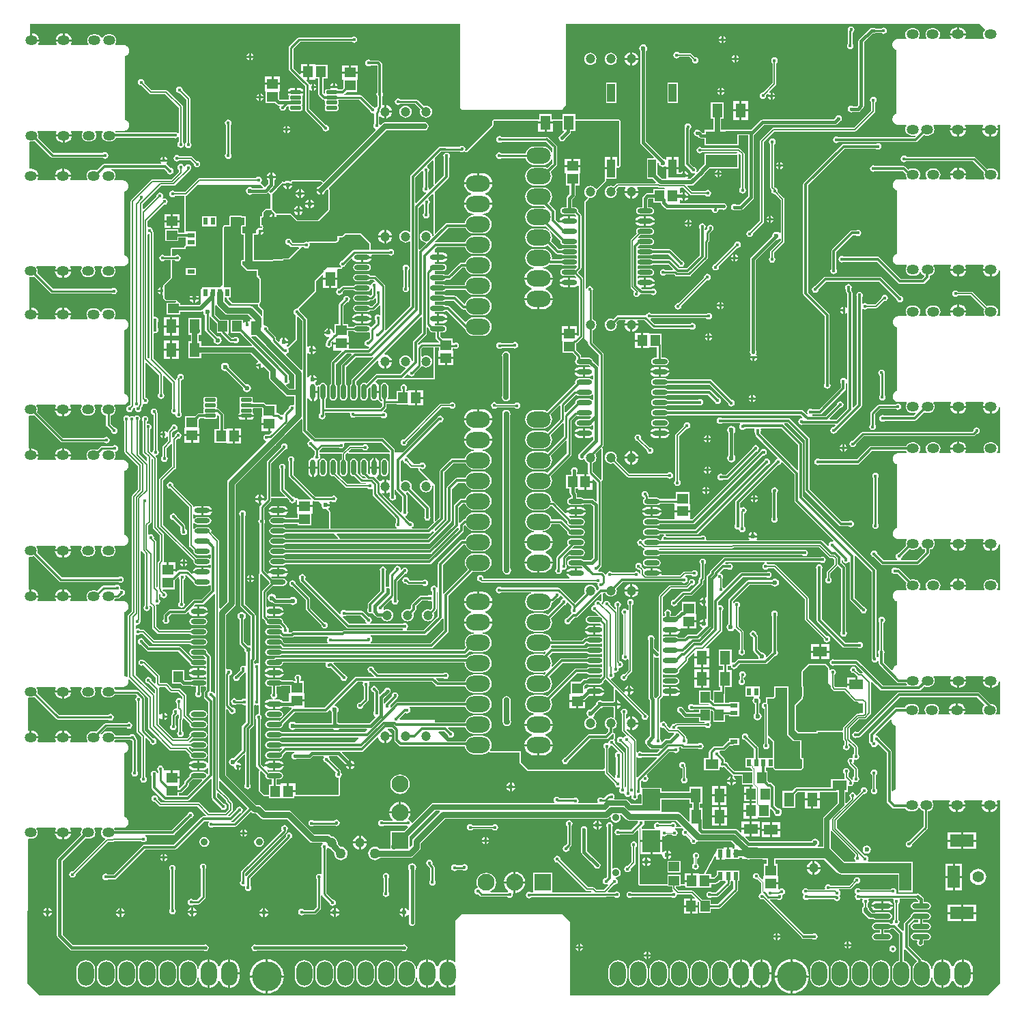
<source format=gbr>
%TF.GenerationSoftware,Altium Limited,Altium Designer,19.1.9 (167)*%
G04 Layer_Physical_Order=2*
G04 Layer_Color=16711680*
%FSLAX26Y26*%
%MOIN*%
%TF.FileFunction,Copper,L2,Bot,Signal*%
%TF.Part,Single*%
G01*
G75*
%TA.AperFunction,SMDPad,CuDef*%
%ADD14R,0.045276X0.053150*%
G04:AMPARAMS|DCode=17|XSize=17.716mil|YSize=53.15mil|CornerRadius=1.949mil|HoleSize=0mil|Usage=FLASHONLY|Rotation=270.000|XOffset=0mil|YOffset=0mil|HoleType=Round|Shape=RoundedRectangle|*
%AMROUNDEDRECTD17*
21,1,0.017716,0.049252,0,0,270.0*
21,1,0.013819,0.053150,0,0,270.0*
1,1,0.003898,-0.024626,-0.006910*
1,1,0.003898,-0.024626,0.006910*
1,1,0.003898,0.024626,0.006910*
1,1,0.003898,0.024626,-0.006910*
%
%ADD17ROUNDEDRECTD17*%
%ADD19R,0.055118X0.051181*%
%ADD20R,0.051181X0.055118*%
%ADD22R,0.053150X0.045276*%
%ADD23R,0.064961X0.047244*%
%ADD24O,0.086614X0.023622*%
%TA.AperFunction,Conductor*%
%ADD25C,0.007874*%
%ADD26C,0.012000*%
%ADD27C,0.010000*%
%ADD28C,0.015000*%
%ADD29C,0.013780*%
%ADD30C,0.005906*%
%ADD31C,0.004134*%
%ADD32C,0.012008*%
%ADD33C,0.025000*%
%ADD34C,0.030000*%
%ADD35C,0.020000*%
%TA.AperFunction,ComponentPad*%
%ADD36C,0.035433*%
%ADD37C,0.047244*%
%ADD38O,0.078740X0.118110*%
%ADD39O,0.059055X0.047244*%
%ADD40R,0.118110X0.059055*%
%ADD41C,0.055118*%
%ADD42R,0.059055X0.137795*%
%ADD43R,0.059055X0.110236*%
%ADD44R,0.082677X0.082677*%
%ADD45C,0.082677*%
%ADD46O,0.118110X0.078740*%
%TA.AperFunction,ViaPad*%
%ADD47C,0.146063*%
%ADD48R,0.082677X0.082677*%
%ADD49C,0.082677*%
%ADD50C,0.015748*%
%ADD51C,0.023622*%
%ADD52C,0.050000*%
%TA.AperFunction,SMDPad,CuDef*%
%ADD53R,0.086614X0.106299*%
%ADD54R,0.023622X0.039370*%
%ADD55O,0.074803X0.023622*%
%ADD56R,0.066929X0.062992*%
%ADD57R,0.023622X0.037402*%
%ADD58R,0.037402X0.023622*%
%ADD59R,0.088583X0.043307*%
%ADD60R,0.086614X0.122047*%
%ADD61R,0.048819X0.055118*%
%ADD62R,0.120079X0.080315*%
%ADD63R,0.039370X0.090551*%
%ADD64R,0.051181X0.070866*%
%ADD65R,0.070866X0.051181*%
%ADD66O,0.023622X0.074803*%
%ADD67R,0.153543X0.062992*%
%TA.AperFunction,Conductor*%
%ADD68C,0.015748*%
%ADD69C,0.050000*%
G36*
X4718601Y4771556D02*
X4718311Y4767122D01*
X4713578Y4760954D01*
X4710603Y4753771D01*
X4709588Y4746063D01*
X4710603Y4738355D01*
X4713578Y4731172D01*
X4715567Y4728579D01*
X4713101Y4723579D01*
X4623300D01*
X4621088Y4728064D01*
X4621888Y4729107D01*
X4625276Y4737286D01*
X4625774Y4741063D01*
X4547455D01*
X4547952Y4737286D01*
X4551340Y4729107D01*
X4552140Y4728064D01*
X4549929Y4723579D01*
X4495954D01*
X4493488Y4728579D01*
X4495477Y4731172D01*
X4498453Y4738355D01*
X4499467Y4746063D01*
X4498453Y4753771D01*
X4495477Y4760954D01*
X4490744Y4767122D01*
X4484576Y4771855D01*
X4477393Y4774830D01*
X4469685Y4775845D01*
X4457874D01*
X4450166Y4774830D01*
X4442983Y4771855D01*
X4436815Y4767122D01*
X4432082Y4760954D01*
X4429107Y4753771D01*
X4428092Y4746063D01*
X4429107Y4738355D01*
X4432082Y4731172D01*
X4434071Y4728579D01*
X4431605Y4723579D01*
X4397529D01*
X4395063Y4728579D01*
X4397052Y4731172D01*
X4400027Y4738355D01*
X4401042Y4746063D01*
X4400027Y4753771D01*
X4397052Y4760954D01*
X4392319Y4767122D01*
X4386151Y4771855D01*
X4378968Y4774830D01*
X4371260Y4775845D01*
X4359449D01*
X4351741Y4774830D01*
X4344558Y4771855D01*
X4338390Y4767122D01*
X4333657Y4760954D01*
X4330681Y4753771D01*
X4329667Y4746063D01*
X4330681Y4738355D01*
X4333657Y4731172D01*
X4335646Y4728579D01*
X4333180Y4723579D01*
X4294488D01*
X4294379Y4723558D01*
X4294270Y4723577D01*
X4293255Y4723549D01*
X4293057Y4723504D01*
X4292855Y4723528D01*
X4291835Y4723449D01*
X4291627Y4723391D01*
X4291411Y4723405D01*
X4290418Y4723275D01*
X4290239Y4723215D01*
X4290049Y4723218D01*
X4289057Y4723041D01*
X4288831Y4722952D01*
X4288588Y4722943D01*
X4287608Y4722707D01*
X4287447Y4722632D01*
X4287270Y4722617D01*
X4286297Y4722338D01*
X4286101Y4722236D01*
X4285883Y4722206D01*
X4284942Y4721880D01*
X4284789Y4721790D01*
X4284615Y4721758D01*
X4283682Y4721388D01*
X4283449Y4721237D01*
X4283179Y4721168D01*
X4282282Y4720739D01*
X4282165Y4720652D01*
X4282026Y4720611D01*
X4281152Y4720155D01*
X4280993Y4720027D01*
X4280801Y4719960D01*
X4279951Y4719460D01*
X4279781Y4719309D01*
X4279570Y4719222D01*
X4278745Y4718673D01*
X4278605Y4718533D01*
X4278426Y4718448D01*
X4277613Y4717848D01*
X4277476Y4717697D01*
X4277296Y4717602D01*
X4276536Y4716980D01*
X4276408Y4716823D01*
X4276234Y4716720D01*
X4275486Y4716042D01*
X4275339Y4715844D01*
X4275135Y4715704D01*
X4274426Y4714980D01*
X4274277Y4714751D01*
X4274062Y4714581D01*
X4272837Y4713148D01*
X4272696Y4712896D01*
X4272482Y4712702D01*
X4271927Y4711950D01*
X4271846Y4711777D01*
X4271711Y4711642D01*
X4271187Y4710858D01*
X4271111Y4710675D01*
X4270978Y4710529D01*
X4270470Y4709682D01*
X4270407Y4709505D01*
X4270288Y4709361D01*
X4269827Y4708507D01*
X4269735Y4708209D01*
X4269556Y4707954D01*
X4268777Y4706198D01*
X4268689Y4705810D01*
X4268493Y4705464D01*
X4267938Y4703787D01*
X4267895Y4703441D01*
X4267750Y4703126D01*
X4267325Y4701342D01*
X4267310Y4700960D01*
X4267184Y4700599D01*
X4266928Y4698780D01*
X4266951Y4698382D01*
X4266857Y4697996D01*
X4266782Y4696200D01*
X4266835Y4695862D01*
X4266782Y4695524D01*
X4266857Y4693772D01*
X4266948Y4693397D01*
X4266926Y4693012D01*
X4267182Y4691166D01*
X4267306Y4690808D01*
X4267319Y4690429D01*
X4267744Y4688622D01*
X4267868Y4688351D01*
X4267900Y4688056D01*
X4268175Y4687178D01*
X4268269Y4687006D01*
X4268300Y4686812D01*
X4268622Y4685934D01*
X4268713Y4685785D01*
X4268748Y4685615D01*
X4269114Y4684737D01*
X4269221Y4684578D01*
X4269267Y4684392D01*
X4269685Y4683510D01*
X4269873Y4683256D01*
X4269974Y4682957D01*
X4270954Y4681244D01*
X4271224Y4680934D01*
X4271393Y4680560D01*
X4272542Y4678954D01*
X4272830Y4678684D01*
X4273027Y4678342D01*
X4274369Y4676806D01*
X4274715Y4676540D01*
X4274972Y4676188D01*
X4276385Y4674885D01*
X4276711Y4674686D01*
X4276964Y4674400D01*
X4278531Y4673207D01*
X4278919Y4673017D01*
X4279238Y4672725D01*
X4280962Y4671682D01*
X4281330Y4671549D01*
X4281642Y4671315D01*
X4283445Y4670448D01*
X4283846Y4670345D01*
X4284199Y4670132D01*
X4285991Y4669487D01*
X4286393Y4669426D01*
X4286460Y4669395D01*
Y4358211D01*
X4285996Y4358074D01*
X4285760Y4357949D01*
X4285497Y4357907D01*
X4284497Y4357537D01*
X4284349Y4357446D01*
X4284179Y4357411D01*
X4283202Y4357002D01*
X4282918Y4356810D01*
X4282590Y4356714D01*
X4280751Y4355753D01*
X4280488Y4355542D01*
X4280172Y4355420D01*
X4279302Y4354869D01*
X4279150Y4354723D01*
X4278958Y4354638D01*
X4278107Y4354035D01*
X4277987Y4353908D01*
X4277830Y4353830D01*
X4277007Y4353192D01*
X4276847Y4353008D01*
X4276636Y4352886D01*
X4275845Y4352193D01*
X4275714Y4352023D01*
X4275534Y4351906D01*
X4274786Y4351178D01*
X4274686Y4351033D01*
X4274543Y4350931D01*
X4273834Y4350179D01*
X4273645Y4349877D01*
X4273375Y4349647D01*
X4272285Y4348265D01*
X4272174Y4348048D01*
X4271998Y4347879D01*
X4271475Y4347127D01*
X4271402Y4346961D01*
X4271277Y4346829D01*
X4270796Y4346069D01*
X4270691Y4345795D01*
X4270505Y4345569D01*
X4269670Y4344010D01*
X4269569Y4343675D01*
X4269371Y4343387D01*
X4268666Y4341745D01*
X4268585Y4341365D01*
X4268397Y4341025D01*
X4267862Y4339352D01*
X4267824Y4339018D01*
X4267685Y4338711D01*
X4267284Y4336971D01*
X4267272Y4336585D01*
X4267148Y4336219D01*
X4266919Y4334494D01*
X4266943Y4334135D01*
X4266857Y4333784D01*
X4266782Y4332036D01*
X4266839Y4331671D01*
X4266784Y4331307D01*
X4266879Y4329346D01*
X4266982Y4328932D01*
X4266964Y4328506D01*
X4267263Y4326569D01*
X4267393Y4326213D01*
X4267412Y4325833D01*
X4267900Y4323896D01*
X4268084Y4323509D01*
X4268151Y4323084D01*
X4268844Y4321203D01*
X4269059Y4320852D01*
X4269164Y4320454D01*
X4270057Y4318624D01*
X4270308Y4318294D01*
X4270454Y4317906D01*
X4271569Y4316114D01*
X4271888Y4315773D01*
X4272102Y4315357D01*
X4273478Y4313627D01*
X4273745Y4313401D01*
X4273930Y4313106D01*
X4274692Y4312301D01*
X4274875Y4312172D01*
X4275004Y4311989D01*
X4275819Y4311218D01*
X4276062Y4311065D01*
X4276244Y4310842D01*
X4277630Y4309704D01*
X4277949Y4309534D01*
X4278203Y4309276D01*
X4279687Y4308264D01*
X4280049Y4308110D01*
X4280350Y4307858D01*
X4281944Y4306984D01*
X4282311Y4306868D01*
X4282628Y4306650D01*
X4284301Y4305929D01*
X4284646Y4305856D01*
X4284954Y4305681D01*
X4286666Y4305115D01*
X4287038Y4305069D01*
X4287380Y4304914D01*
X4289116Y4304513D01*
X4289480Y4304502D01*
X4289825Y4304382D01*
X4291588Y4304138D01*
X4291960Y4304160D01*
X4292320Y4304071D01*
X4294120Y4303988D01*
X4294305Y4304016D01*
X4294488Y4303980D01*
X4333180D01*
X4335646Y4298980D01*
X4333657Y4296387D01*
X4330681Y4289204D01*
X4329667Y4281496D01*
X4330681Y4273788D01*
X4333657Y4266605D01*
X4338390Y4260437D01*
X4344558Y4255704D01*
X4351741Y4252729D01*
X4359449Y4251714D01*
X4371260D01*
X4377058Y4252477D01*
X4379394Y4247741D01*
X4375134Y4243482D01*
X4003266D01*
X3999232Y4246177D01*
X3993087Y4247399D01*
X3986943Y4246177D01*
X3981734Y4242697D01*
X3978253Y4237488D01*
X3977031Y4231343D01*
X3978253Y4225198D01*
X3981734Y4219989D01*
X3986943Y4216509D01*
X3993087Y4215286D01*
X3999232Y4216509D01*
X4003266Y4219204D01*
X4194728D01*
X4195221Y4214204D01*
X4193742Y4213910D01*
X4190706Y4213306D01*
X4186672Y4210610D01*
X4028197D01*
X4028196Y4210611D01*
X4023551Y4209686D01*
X4019613Y4207055D01*
X4019613Y4207055D01*
X3833936Y4021379D01*
X3831305Y4017441D01*
X3830381Y4012795D01*
X3830381Y4012795D01*
Y3480315D01*
X3830381Y3480315D01*
X3831305Y3475670D01*
X3833936Y3471731D01*
X3936680Y3368988D01*
Y3041675D01*
X3933985Y3037641D01*
X3932762Y3031496D01*
X3933985Y3025351D01*
X3937465Y3020142D01*
X3942674Y3016662D01*
X3948819Y3015439D01*
X3954963Y3016662D01*
X3960173Y3020142D01*
X3963653Y3025351D01*
X3964875Y3031496D01*
X3963653Y3037641D01*
X3960958Y3041675D01*
Y3374015D01*
X3960958Y3374016D01*
X3960034Y3378661D01*
X3957402Y3382599D01*
X3957402Y3382599D01*
X3854658Y3485343D01*
Y4007767D01*
X4033224Y4186333D01*
X4186672D01*
X4190706Y4183637D01*
X4196850Y4182415D01*
X4202995Y4183637D01*
X4208204Y4187118D01*
X4211685Y4192327D01*
X4212907Y4198472D01*
X4211685Y4204616D01*
X4208204Y4209825D01*
X4202995Y4213306D01*
X4199959Y4213910D01*
X4198480Y4214204D01*
X4198972Y4219204D01*
X4380161D01*
X4380162Y4219204D01*
X4384807Y4220128D01*
X4388745Y4222760D01*
X4419854Y4253869D01*
X4422607Y4252729D01*
X4430315Y4251714D01*
X4442126D01*
X4449834Y4252729D01*
X4457017Y4255704D01*
X4463185Y4260437D01*
X4467918Y4266605D01*
X4470894Y4273788D01*
X4471908Y4281496D01*
X4470894Y4289204D01*
X4467918Y4296387D01*
X4465929Y4298980D01*
X4468395Y4303980D01*
X4549929D01*
X4552140Y4299495D01*
X4551340Y4298452D01*
X4547952Y4290273D01*
X4547455Y4286496D01*
X4625774D01*
X4625276Y4290273D01*
X4621888Y4298452D01*
X4621088Y4299495D01*
X4623300Y4303980D01*
X4708590D01*
X4710802Y4299495D01*
X4710002Y4298452D01*
X4706614Y4290273D01*
X4706116Y4286496D01*
X4784435D01*
X4783938Y4290273D01*
X4780550Y4298452D01*
X4779749Y4299495D01*
X4781961Y4303980D01*
X4791339D01*
Y4038540D01*
X4779222D01*
X4776756Y4043540D01*
X4778745Y4046132D01*
X4781720Y4053315D01*
X4782735Y4061023D01*
X4781720Y4068732D01*
X4778745Y4075915D01*
X4774012Y4082083D01*
X4767844Y4086816D01*
X4760661Y4089791D01*
X4752953Y4090806D01*
X4741142D01*
X4733434Y4089791D01*
X4729662Y4088229D01*
X4672525Y4145365D01*
X4668918Y4147776D01*
X4664662Y4148622D01*
X4664662Y4148622D01*
X4335014D01*
X4334857Y4148856D01*
X4329648Y4152337D01*
X4323503Y4153559D01*
X4317359Y4152337D01*
X4312150Y4148856D01*
X4308669Y4143647D01*
X4307447Y4137503D01*
X4308669Y4131358D01*
X4312150Y4126149D01*
X4317359Y4122668D01*
X4323503Y4121446D01*
X4329648Y4122668D01*
X4334857Y4126149D01*
X4335014Y4126384D01*
X4660057D01*
X4713937Y4072503D01*
X4712374Y4068732D01*
X4711359Y4061023D01*
X4712374Y4053315D01*
X4715350Y4046132D01*
X4717339Y4043540D01*
X4714873Y4038540D01*
X4625071D01*
X4622860Y4043024D01*
X4623660Y4044067D01*
X4627048Y4052246D01*
X4627545Y4056023D01*
X4549226D01*
X4549724Y4052246D01*
X4553112Y4044067D01*
X4553912Y4043024D01*
X4551700Y4038540D01*
X4497726D01*
X4495260Y4043540D01*
X4497249Y4046132D01*
X4500224Y4053315D01*
X4501239Y4061023D01*
X4500224Y4068732D01*
X4497249Y4075915D01*
X4492516Y4082083D01*
X4486348Y4086816D01*
X4479165Y4089791D01*
X4471457Y4090806D01*
X4459646D01*
X4451938Y4089791D01*
X4444755Y4086816D01*
X4438586Y4082083D01*
X4433854Y4075915D01*
X4430878Y4068732D01*
X4429863Y4061023D01*
X4430878Y4053315D01*
X4433854Y4046132D01*
X4435842Y4043540D01*
X4433377Y4038540D01*
X4399301D01*
X4396835Y4043540D01*
X4398824Y4046132D01*
X4401799Y4053315D01*
X4402814Y4061023D01*
X4401799Y4068732D01*
X4398824Y4075915D01*
X4394091Y4082083D01*
X4387923Y4086816D01*
X4380740Y4089791D01*
X4373032Y4090806D01*
X4361221D01*
X4353512Y4089791D01*
X4346329Y4086816D01*
X4344478Y4085395D01*
X4330739Y4099135D01*
X4326801Y4101766D01*
X4322156Y4102690D01*
X4322155Y4102690D01*
X4183407D01*
X4179373Y4105385D01*
X4173228Y4106608D01*
X4167084Y4105385D01*
X4161875Y4101905D01*
X4158394Y4096696D01*
X4157172Y4090551D01*
X4158394Y4084407D01*
X4161875Y4079197D01*
X4167084Y4075717D01*
X4173228Y4074495D01*
X4179373Y4075717D01*
X4183407Y4078412D01*
X4317128D01*
X4331796Y4063744D01*
X4331438Y4061023D01*
X4332453Y4053315D01*
X4335428Y4046132D01*
X4337417Y4043540D01*
X4334952Y4038540D01*
X4296260D01*
X4296151Y4038518D01*
X4296042Y4038537D01*
X4295026Y4038509D01*
X4294828Y4038464D01*
X4294626Y4038489D01*
X4293607Y4038410D01*
X4293398Y4038352D01*
X4293182Y4038366D01*
X4292190Y4038236D01*
X4292010Y4038175D01*
X4291821Y4038179D01*
X4290829Y4038001D01*
X4290602Y4037913D01*
X4290360Y4037903D01*
X4289379Y4037667D01*
X4289218Y4037593D01*
X4289041Y4037578D01*
X4288069Y4037298D01*
X4287873Y4037197D01*
X4287654Y4037167D01*
X4286713Y4036840D01*
X4286561Y4036750D01*
X4286386Y4036718D01*
X4285453Y4036348D01*
X4285220Y4036198D01*
X4284951Y4036129D01*
X4284053Y4035700D01*
X4283937Y4035613D01*
X4283798Y4035572D01*
X4282924Y4035115D01*
X4282765Y4034988D01*
X4282573Y4034921D01*
X4281722Y4034421D01*
X4281552Y4034269D01*
X4281342Y4034182D01*
X4280517Y4033633D01*
X4280377Y4033493D01*
X4280197Y4033409D01*
X4279384Y4032808D01*
X4279247Y4032658D01*
X4279068Y4032562D01*
X4278308Y4031940D01*
X4278179Y4031784D01*
X4278006Y4031680D01*
X4277258Y4031003D01*
X4277110Y4030804D01*
X4276907Y4030665D01*
X4276198Y4029941D01*
X4276048Y4029711D01*
X4275833Y4029542D01*
X4274609Y4028109D01*
X4274468Y4027857D01*
X4274254Y4027662D01*
X4273699Y4026910D01*
X4273618Y4026737D01*
X4273483Y4026602D01*
X4272959Y4025819D01*
X4272883Y4025636D01*
X4272750Y4025489D01*
X4272242Y4024643D01*
X4272179Y4024466D01*
X4272059Y4024321D01*
X4271599Y4023467D01*
X4271507Y4023169D01*
X4271328Y4022915D01*
X4270548Y4021159D01*
X4270461Y4020771D01*
X4270264Y4020424D01*
X4269709Y4018747D01*
X4269666Y4018402D01*
X4269521Y4018086D01*
X4269096Y4016303D01*
X4269082Y4015921D01*
X4268956Y4015559D01*
X4268700Y4013740D01*
X4268722Y4013343D01*
X4268628Y4012956D01*
X4268554Y4011161D01*
X4268606Y4010823D01*
X4268554Y4010484D01*
X4268629Y4008732D01*
X4268720Y4008358D01*
X4268697Y4007973D01*
X4268953Y4006126D01*
X4269078Y4005768D01*
X4269091Y4005389D01*
X4269516Y4003582D01*
X4269639Y4003312D01*
X4269671Y4003016D01*
X4269947Y4002139D01*
X4270041Y4001967D01*
X4270071Y4001773D01*
X4270394Y4000895D01*
X4270485Y4000746D01*
X4270519Y4000575D01*
X4270886Y3999697D01*
X4270992Y3999539D01*
X4271039Y3999353D01*
X4271456Y3998471D01*
X4271645Y3998217D01*
X4271745Y3997917D01*
X4272725Y3996204D01*
X4272995Y3995895D01*
X4273164Y3995520D01*
X4274314Y3993914D01*
X4274602Y3993644D01*
X4274799Y3993302D01*
X4276141Y3991767D01*
X4276486Y3991501D01*
X4276743Y3991148D01*
X4278157Y3989845D01*
X4278483Y3989646D01*
X4278735Y3989360D01*
X4280302Y3988167D01*
X4280691Y3987977D01*
X4281010Y3987686D01*
X4282734Y3986643D01*
X4283101Y3986510D01*
X4283413Y3986275D01*
X4285217Y3985409D01*
X4285617Y3985306D01*
X4285971Y3985093D01*
X4287762Y3984447D01*
X4288165Y3984387D01*
X4288232Y3984355D01*
Y3673172D01*
X4287768Y3673034D01*
X4287532Y3672910D01*
X4287269Y3672868D01*
X4286269Y3672498D01*
X4286120Y3672407D01*
X4285950Y3672372D01*
X4284974Y3671962D01*
X4284690Y3671771D01*
X4284361Y3671675D01*
X4282523Y3670714D01*
X4282259Y3670502D01*
X4281944Y3670380D01*
X4281074Y3669829D01*
X4280921Y3669684D01*
X4280729Y3669598D01*
X4279879Y3668996D01*
X4279758Y3668869D01*
X4279602Y3668790D01*
X4278779Y3668153D01*
X4278619Y3667968D01*
X4278408Y3667847D01*
X4277616Y3667154D01*
X4277485Y3666983D01*
X4277305Y3666867D01*
X4276557Y3666138D01*
X4276458Y3665993D01*
X4276315Y3665892D01*
X4275606Y3665140D01*
X4275417Y3664838D01*
X4275147Y3664607D01*
X4274056Y3663225D01*
X4273946Y3663008D01*
X4273770Y3662840D01*
X4273246Y3662088D01*
X4273174Y3661921D01*
X4273048Y3661789D01*
X4272568Y3661029D01*
X4272463Y3660756D01*
X4272277Y3660530D01*
X4271442Y3658970D01*
X4271340Y3658636D01*
X4271142Y3658347D01*
X4270438Y3656706D01*
X4270357Y3656326D01*
X4270169Y3655986D01*
X4269633Y3654313D01*
X4269595Y3653978D01*
X4269457Y3653671D01*
X4269055Y3651931D01*
X4269043Y3651545D01*
X4268919Y3651180D01*
X4268691Y3649455D01*
X4268714Y3649095D01*
X4268629Y3648745D01*
X4268554Y3646997D01*
X4268610Y3646632D01*
X4268556Y3646267D01*
X4268650Y3644307D01*
X4268753Y3643893D01*
X4268735Y3643467D01*
X4269034Y3641530D01*
X4269164Y3641173D01*
X4269184Y3640794D01*
X4269672Y3638857D01*
X4269856Y3638469D01*
X4269923Y3638045D01*
X4270616Y3636163D01*
X4270831Y3635812D01*
X4270935Y3635415D01*
X4271829Y3633584D01*
X4272080Y3633254D01*
X4272226Y3632866D01*
X4273340Y3631075D01*
X4273660Y3630734D01*
X4273874Y3630318D01*
X4275250Y3628588D01*
X4275516Y3628362D01*
X4275702Y3628067D01*
X4276464Y3627262D01*
X4276646Y3627132D01*
X4276775Y3626950D01*
X4277590Y3626178D01*
X4277834Y3626025D01*
X4278016Y3625803D01*
X4279402Y3624665D01*
X4279721Y3624494D01*
X4279974Y3624236D01*
X4281458Y3623224D01*
X4281820Y3623071D01*
X4282122Y3622818D01*
X4283716Y3621944D01*
X4284083Y3621828D01*
X4284400Y3621610D01*
X4286073Y3620890D01*
X4286418Y3620816D01*
X4286725Y3620642D01*
X4288438Y3620075D01*
X4288810Y3620029D01*
X4289151Y3619875D01*
X4290888Y3619473D01*
X4291252Y3619462D01*
X4291596Y3619343D01*
X4293360Y3619099D01*
X4293731Y3619120D01*
X4294092Y3619031D01*
X4295891Y3618948D01*
X4296076Y3618977D01*
X4296260Y3618940D01*
X4334952D01*
X4337417Y3613940D01*
X4335428Y3611348D01*
X4332453Y3604165D01*
X4331438Y3596456D01*
X4332453Y3588748D01*
X4335428Y3581565D01*
X4340161Y3575397D01*
X4346329Y3570664D01*
X4353512Y3567689D01*
X4361221Y3566674D01*
X4373032D01*
X4380740Y3567689D01*
X4387923Y3570664D01*
X4394091Y3575397D01*
X4398824Y3581565D01*
X4399853Y3584050D01*
X4405265D01*
X4406294Y3581565D01*
X4411027Y3575397D01*
X4417195Y3570664D01*
X4422941Y3568284D01*
X4423741Y3563723D01*
X4423594Y3562808D01*
X4412295Y3551509D01*
X4308178D01*
X4203465Y3656221D01*
X4199527Y3658852D01*
X4194882Y3659777D01*
X4194881Y3659776D01*
X4029864D01*
X4025830Y3662472D01*
X4019685Y3663694D01*
X4013541Y3662472D01*
X4008331Y3658992D01*
X4004851Y3653782D01*
X4003629Y3647638D01*
X4004851Y3641493D01*
X4008331Y3636284D01*
X4013541Y3632803D01*
X4019685Y3631581D01*
X4025830Y3632803D01*
X4029864Y3635499D01*
X4189854D01*
X4294566Y3530787D01*
X4298504Y3528155D01*
X4303150Y3527231D01*
X4303150Y3527231D01*
X4417322D01*
X4417323Y3527231D01*
X4421968Y3528155D01*
X4425906Y3530787D01*
X4445591Y3550472D01*
X4445591Y3550472D01*
X4448223Y3554410D01*
X4449147Y3559055D01*
Y3567365D01*
X4451606Y3567689D01*
X4458789Y3570664D01*
X4464957Y3575397D01*
X4469690Y3581565D01*
X4472665Y3588748D01*
X4473680Y3596456D01*
X4472665Y3604165D01*
X4469690Y3611348D01*
X4467701Y3613940D01*
X4470167Y3618940D01*
X4551700D01*
X4553912Y3614456D01*
X4553112Y3613413D01*
X4549724Y3605234D01*
X4549226Y3601456D01*
X4627545D01*
X4627048Y3605234D01*
X4623660Y3613413D01*
X4622860Y3614456D01*
X4625071Y3618940D01*
X4710362D01*
X4712573Y3614456D01*
X4711773Y3613413D01*
X4708385Y3605234D01*
X4707888Y3601456D01*
X4747047D01*
Y3596456D01*
X4752047D01*
Y3562544D01*
X4752953D01*
X4761730Y3563700D01*
X4769909Y3567088D01*
X4776932Y3572477D01*
X4782322Y3579500D01*
X4785709Y3587679D01*
X4786339Y3592459D01*
X4791339Y3592132D01*
Y3369249D01*
X4779222D01*
X4776756Y3374249D01*
X4778745Y3376841D01*
X4781720Y3384024D01*
X4782735Y3391732D01*
X4781720Y3399440D01*
X4778745Y3406623D01*
X4774012Y3412791D01*
X4767844Y3417524D01*
X4760661Y3420499D01*
X4752953Y3421514D01*
X4741142D01*
X4733434Y3420499D01*
X4727574Y3418072D01*
X4659930Y3485717D01*
X4656999Y3487675D01*
X4653543Y3488362D01*
X4587708D01*
X4586157Y3490684D01*
X4580948Y3494165D01*
X4574803Y3495387D01*
X4568659Y3494165D01*
X4563449Y3490684D01*
X4559969Y3485475D01*
X4558747Y3479331D01*
X4559969Y3473186D01*
X4563449Y3467977D01*
X4568659Y3464496D01*
X4574803Y3463274D01*
X4580948Y3464496D01*
X4586157Y3467977D01*
X4587708Y3470299D01*
X4649802D01*
X4714801Y3405300D01*
X4712374Y3399440D01*
X4711359Y3391732D01*
X4712374Y3384024D01*
X4715350Y3376841D01*
X4717339Y3374249D01*
X4714873Y3369249D01*
X4625071D01*
X4622860Y3373733D01*
X4623660Y3374776D01*
X4627048Y3382955D01*
X4627545Y3386732D01*
X4549226D01*
X4549724Y3382955D01*
X4553112Y3374776D01*
X4553912Y3373733D01*
X4551700Y3369249D01*
X4497726D01*
X4495260Y3374249D01*
X4497249Y3376841D01*
X4500224Y3384024D01*
X4501239Y3391732D01*
X4500224Y3399440D01*
X4497249Y3406623D01*
X4492516Y3412791D01*
X4486348Y3417524D01*
X4479165Y3420499D01*
X4471457Y3421514D01*
X4459646D01*
X4451938Y3420499D01*
X4444755Y3417524D01*
X4438586Y3412791D01*
X4433854Y3406623D01*
X4430878Y3399440D01*
X4429863Y3391732D01*
X4430878Y3384024D01*
X4433854Y3376841D01*
X4435842Y3374249D01*
X4433377Y3369249D01*
X4399301D01*
X4396835Y3374249D01*
X4398824Y3376841D01*
X4401799Y3384024D01*
X4402814Y3391732D01*
X4401799Y3399440D01*
X4398824Y3406623D01*
X4394091Y3412791D01*
X4387923Y3417524D01*
X4380740Y3420499D01*
X4373032Y3421514D01*
X4361221D01*
X4353512Y3420499D01*
X4346329Y3417524D01*
X4340161Y3412791D01*
X4335428Y3406623D01*
X4332453Y3399440D01*
X4331438Y3391732D01*
X4332453Y3384024D01*
X4335428Y3376841D01*
X4337417Y3374249D01*
X4334952Y3369249D01*
X4296260D01*
X4296151Y3369227D01*
X4296042Y3369246D01*
X4295026Y3369218D01*
X4294828Y3369173D01*
X4294626Y3369197D01*
X4293607Y3369119D01*
X4293398Y3369060D01*
X4293182Y3369074D01*
X4292190Y3368945D01*
X4292010Y3368884D01*
X4291821Y3368887D01*
X4290829Y3368710D01*
X4290602Y3368622D01*
X4290360Y3368612D01*
X4289379Y3368376D01*
X4289218Y3368301D01*
X4289041Y3368286D01*
X4288069Y3368007D01*
X4287873Y3367906D01*
X4287654Y3367875D01*
X4286713Y3367549D01*
X4286561Y3367459D01*
X4286386Y3367427D01*
X4285453Y3367057D01*
X4285220Y3366906D01*
X4284951Y3366838D01*
X4284053Y3366408D01*
X4283937Y3366321D01*
X4283798Y3366281D01*
X4282924Y3365824D01*
X4282765Y3365696D01*
X4282573Y3365629D01*
X4281722Y3365129D01*
X4281552Y3364978D01*
X4281342Y3364891D01*
X4280517Y3364342D01*
X4280377Y3364202D01*
X4280197Y3364117D01*
X4279384Y3363517D01*
X4279247Y3363367D01*
X4279068Y3363271D01*
X4278308Y3362649D01*
X4278179Y3362492D01*
X4278006Y3362389D01*
X4277258Y3361711D01*
X4277110Y3361513D01*
X4276907Y3361374D01*
X4276198Y3360649D01*
X4276048Y3360420D01*
X4275833Y3360250D01*
X4274609Y3358817D01*
X4274468Y3358565D01*
X4274254Y3358371D01*
X4273699Y3357619D01*
X4273618Y3357446D01*
X4273483Y3357311D01*
X4272959Y3356528D01*
X4272883Y3356344D01*
X4272750Y3356198D01*
X4272242Y3355351D01*
X4272179Y3355174D01*
X4272059Y3355030D01*
X4271599Y3354176D01*
X4271507Y3353878D01*
X4271328Y3353623D01*
X4270548Y3351867D01*
X4270461Y3351479D01*
X4270264Y3351133D01*
X4269709Y3349456D01*
X4269666Y3349110D01*
X4269521Y3348795D01*
X4269096Y3347011D01*
X4269082Y3346629D01*
X4268956Y3346268D01*
X4268700Y3344449D01*
X4268722Y3344052D01*
X4268628Y3343665D01*
X4268554Y3341869D01*
X4268606Y3341531D01*
X4268554Y3341193D01*
X4268629Y3339441D01*
X4268720Y3339066D01*
X4268697Y3338681D01*
X4268953Y3336835D01*
X4269078Y3336477D01*
X4269091Y3336098D01*
X4269516Y3334291D01*
X4269639Y3334020D01*
X4269671Y3333725D01*
X4269947Y3332847D01*
X4270041Y3332675D01*
X4270071Y3332481D01*
X4270394Y3331604D01*
X4270485Y3331455D01*
X4270519Y3331284D01*
X4270886Y3330406D01*
X4270992Y3330247D01*
X4271039Y3330061D01*
X4271456Y3329180D01*
X4271645Y3328925D01*
X4271745Y3328626D01*
X4272725Y3326913D01*
X4272995Y3326603D01*
X4273164Y3326229D01*
X4274314Y3324623D01*
X4274602Y3324353D01*
X4274799Y3324011D01*
X4276141Y3322475D01*
X4276486Y3322209D01*
X4276743Y3321857D01*
X4278157Y3320554D01*
X4278483Y3320355D01*
X4278735Y3320069D01*
X4280302Y3318876D01*
X4280691Y3318686D01*
X4281010Y3318395D01*
X4282734Y3317351D01*
X4283101Y3317218D01*
X4283413Y3316984D01*
X4285217Y3316117D01*
X4285617Y3316015D01*
X4285971Y3315801D01*
X4287762Y3315156D01*
X4288165Y3315095D01*
X4288232Y3315064D01*
Y3003881D01*
X4287768Y3003743D01*
X4287532Y3003618D01*
X4287269Y3003576D01*
X4286269Y3003206D01*
X4286120Y3003115D01*
X4285950Y3003081D01*
X4284974Y3002671D01*
X4284690Y3002479D01*
X4284361Y3002383D01*
X4282523Y3001423D01*
X4282259Y3001211D01*
X4281944Y3001089D01*
X4281074Y3000538D01*
X4280921Y3000392D01*
X4280729Y3000307D01*
X4279879Y2999704D01*
X4279758Y2999577D01*
X4279602Y2999499D01*
X4278779Y2998861D01*
X4278619Y2998677D01*
X4278408Y2998555D01*
X4277616Y2997862D01*
X4277485Y2997692D01*
X4277305Y2997575D01*
X4276557Y2996847D01*
X4276458Y2996702D01*
X4276315Y2996600D01*
X4275606Y2995848D01*
X4275417Y2995546D01*
X4275147Y2995316D01*
X4274056Y2993934D01*
X4273946Y2993717D01*
X4273770Y2993548D01*
X4273246Y2992796D01*
X4273174Y2992630D01*
X4273048Y2992498D01*
X4272568Y2991738D01*
X4272463Y2991465D01*
X4272277Y2991238D01*
X4271442Y2989679D01*
X4271340Y2989344D01*
X4271142Y2989056D01*
X4270438Y2987414D01*
X4270357Y2987035D01*
X4270169Y2986695D01*
X4269633Y2985021D01*
X4269595Y2984687D01*
X4269457Y2984380D01*
X4269055Y2982640D01*
X4269043Y2982254D01*
X4268919Y2981888D01*
X4268691Y2980164D01*
X4268714Y2979804D01*
X4268629Y2979453D01*
X4268554Y2977705D01*
X4268610Y2977340D01*
X4268556Y2976976D01*
X4268650Y2975015D01*
X4268753Y2974601D01*
X4268735Y2974175D01*
X4269034Y2972238D01*
X4269164Y2971882D01*
X4269184Y2971502D01*
X4269672Y2969565D01*
X4269856Y2969178D01*
X4269923Y2968753D01*
X4270616Y2966872D01*
X4270831Y2966521D01*
X4270935Y2966124D01*
X4271829Y2964293D01*
X4272080Y2963963D01*
X4272226Y2963575D01*
X4273340Y2961784D01*
X4273660Y2961442D01*
X4273874Y2961026D01*
X4275250Y2959296D01*
X4275516Y2959071D01*
X4275702Y2958775D01*
X4276464Y2957970D01*
X4276646Y2957841D01*
X4276775Y2957658D01*
X4277590Y2956887D01*
X4277834Y2956734D01*
X4278016Y2956512D01*
X4279402Y2955374D01*
X4279721Y2955203D01*
X4279974Y2954945D01*
X4281458Y2953933D01*
X4281820Y2953779D01*
X4282122Y2953527D01*
X4283716Y2952653D01*
X4284083Y2952537D01*
X4284400Y2952319D01*
X4286073Y2951599D01*
X4286418Y2951525D01*
X4286725Y2951351D01*
X4288438Y2950784D01*
X4288810Y2950738D01*
X4289151Y2950584D01*
X4290888Y2950182D01*
X4291252Y2950171D01*
X4291596Y2950051D01*
X4293360Y2949807D01*
X4293731Y2949829D01*
X4294092Y2949740D01*
X4295891Y2949657D01*
X4296076Y2949685D01*
X4296260Y2949649D01*
X4334952D01*
X4337417Y2944649D01*
X4335428Y2942056D01*
X4332453Y2934873D01*
X4331438Y2927165D01*
X4332453Y2919457D01*
X4335428Y2912274D01*
X4340161Y2906106D01*
X4346329Y2901373D01*
X4353512Y2898398D01*
X4361221Y2897383D01*
X4373032D01*
X4378830Y2898146D01*
X4381165Y2893410D01*
X4369972Y2882217D01*
X4228683D01*
X4224649Y2884913D01*
X4218504Y2886135D01*
X4212359Y2884913D01*
X4207150Y2881432D01*
X4203670Y2876223D01*
X4202448Y2870079D01*
X4203670Y2863934D01*
X4207150Y2858725D01*
X4212359Y2855244D01*
X4218504Y2854022D01*
X4224649Y2855244D01*
X4228683Y2857940D01*
X4375000D01*
X4375000Y2857940D01*
X4379645Y2858864D01*
X4383584Y2861495D01*
X4421626Y2899538D01*
X4424378Y2898398D01*
X4432087Y2897383D01*
X4443898D01*
X4451606Y2898398D01*
X4458789Y2901373D01*
X4464957Y2906106D01*
X4469690Y2912274D01*
X4472665Y2919457D01*
X4473680Y2927165D01*
X4472665Y2934873D01*
X4469690Y2942056D01*
X4467701Y2944649D01*
X4470167Y2949649D01*
X4551700D01*
X4553912Y2945164D01*
X4553112Y2944121D01*
X4549724Y2935942D01*
X4549226Y2932165D01*
X4627545D01*
X4627048Y2935942D01*
X4623660Y2944121D01*
X4622860Y2945164D01*
X4625071Y2949649D01*
X4710362D01*
X4712573Y2945164D01*
X4711773Y2944121D01*
X4708385Y2935942D01*
X4707888Y2932165D01*
X4747047D01*
Y2927165D01*
X4752047D01*
Y2893253D01*
X4752953D01*
X4761730Y2894409D01*
X4769909Y2897796D01*
X4776932Y2903186D01*
X4782322Y2910209D01*
X4785709Y2918388D01*
X4786339Y2923168D01*
X4791339Y2922840D01*
Y2699957D01*
X4779222D01*
X4776756Y2704957D01*
X4778745Y2707550D01*
X4781720Y2714733D01*
X4782735Y2722441D01*
X4781720Y2730149D01*
X4778745Y2737332D01*
X4774012Y2743500D01*
X4767844Y2748233D01*
X4760661Y2751208D01*
X4752953Y2752223D01*
X4741142D01*
X4733434Y2751208D01*
X4726251Y2748233D01*
X4720083Y2743500D01*
X4715350Y2737332D01*
X4712374Y2730149D01*
X4711359Y2722441D01*
X4712374Y2714733D01*
X4715350Y2707550D01*
X4717339Y2704957D01*
X4714873Y2699957D01*
X4625071D01*
X4622860Y2704442D01*
X4623660Y2705485D01*
X4627048Y2713664D01*
X4627545Y2717441D01*
X4549226D01*
X4549724Y2713664D01*
X4553112Y2705485D01*
X4553912Y2704442D01*
X4551700Y2699957D01*
X4497726D01*
X4495260Y2704957D01*
X4497249Y2707550D01*
X4500224Y2714733D01*
X4501239Y2722441D01*
X4500224Y2730149D01*
X4497249Y2737332D01*
X4492516Y2743500D01*
X4486348Y2748233D01*
X4479165Y2751208D01*
X4471457Y2752223D01*
X4459646D01*
X4451938Y2751208D01*
X4444755Y2748233D01*
X4438586Y2743500D01*
X4433854Y2737332D01*
X4430878Y2730149D01*
X4429863Y2722441D01*
X4430878Y2714733D01*
X4433854Y2707550D01*
X4435843Y2704957D01*
X4433377Y2699957D01*
X4399300D01*
X4396835Y2704957D01*
X4398824Y2707550D01*
X4401799Y2714733D01*
X4402814Y2722441D01*
X4401799Y2730149D01*
X4398824Y2737332D01*
X4394091Y2743500D01*
X4387923Y2748233D01*
X4380740Y2751208D01*
X4373032Y2752223D01*
X4361221D01*
X4353512Y2751208D01*
X4346329Y2748233D01*
X4340161Y2743500D01*
X4335428Y2737332D01*
X4334288Y2734579D01*
X4162813D01*
X4162812Y2734579D01*
X4158167Y2733655D01*
X4154229Y2731024D01*
X4154229Y2731024D01*
X4092824Y2669619D01*
X3911754D01*
X3907719Y2672315D01*
X3901575Y2673537D01*
X3895430Y2672315D01*
X3890221Y2668834D01*
X3886740Y2663625D01*
X3885518Y2657480D01*
X3886740Y2651336D01*
X3890221Y2646127D01*
X3895430Y2642646D01*
X3901575Y2641424D01*
X3907719Y2642646D01*
X3911754Y2645342D01*
X4097851D01*
X4097852Y2645341D01*
X4102497Y2646266D01*
X4106435Y2648897D01*
X4167840Y2710302D01*
X4334288D01*
X4335428Y2707550D01*
X4337417Y2704957D01*
X4334952Y2699957D01*
X4296260D01*
X4296151Y2699936D01*
X4296042Y2699954D01*
X4295026Y2699927D01*
X4294828Y2699882D01*
X4294626Y2699906D01*
X4293607Y2699827D01*
X4293398Y2699769D01*
X4293182Y2699783D01*
X4292190Y2699653D01*
X4292010Y2699592D01*
X4291821Y2699596D01*
X4290829Y2699419D01*
X4290602Y2699330D01*
X4290360Y2699320D01*
X4289379Y2699084D01*
X4289218Y2699010D01*
X4289041Y2698995D01*
X4288069Y2698715D01*
X4287873Y2698614D01*
X4287654Y2698584D01*
X4286713Y2698257D01*
X4286561Y2698168D01*
X4286386Y2698136D01*
X4285453Y2697766D01*
X4285220Y2697615D01*
X4284951Y2697546D01*
X4284053Y2697117D01*
X4283937Y2697030D01*
X4283798Y2696989D01*
X4282924Y2696533D01*
X4282765Y2696405D01*
X4282573Y2696338D01*
X4281722Y2695838D01*
X4281552Y2695686D01*
X4281342Y2695600D01*
X4280517Y2695050D01*
X4280377Y2694910D01*
X4280197Y2694826D01*
X4279384Y2694226D01*
X4279247Y2694075D01*
X4279068Y2693979D01*
X4278308Y2693357D01*
X4278179Y2693201D01*
X4278006Y2693097D01*
X4277258Y2692420D01*
X4277110Y2692222D01*
X4276907Y2692082D01*
X4276198Y2691358D01*
X4276048Y2691129D01*
X4275833Y2690959D01*
X4274609Y2689526D01*
X4274468Y2689274D01*
X4274254Y2689079D01*
X4273699Y2688327D01*
X4273618Y2688155D01*
X4273483Y2688020D01*
X4272959Y2687236D01*
X4272883Y2687053D01*
X4272750Y2686906D01*
X4272242Y2686060D01*
X4272179Y2685883D01*
X4272059Y2685739D01*
X4271599Y2684884D01*
X4271507Y2684587D01*
X4271328Y2684332D01*
X4270548Y2682576D01*
X4270461Y2682188D01*
X4270264Y2681841D01*
X4269709Y2680164D01*
X4269666Y2679819D01*
X4269521Y2679503D01*
X4269096Y2677720D01*
X4269082Y2677338D01*
X4268956Y2676977D01*
X4268700Y2675158D01*
X4268722Y2674760D01*
X4268628Y2674373D01*
X4268554Y2672578D01*
X4268606Y2672240D01*
X4268554Y2671901D01*
X4268629Y2670149D01*
X4268720Y2669775D01*
X4268697Y2669390D01*
X4268953Y2667543D01*
X4269078Y2667185D01*
X4269091Y2666807D01*
X4269516Y2665000D01*
X4269639Y2664729D01*
X4269671Y2664434D01*
X4269947Y2663556D01*
X4270041Y2663384D01*
X4270071Y2663190D01*
X4270394Y2662312D01*
X4270485Y2662163D01*
X4270519Y2661992D01*
X4270886Y2661115D01*
X4270992Y2660956D01*
X4271039Y2660770D01*
X4271456Y2659888D01*
X4271645Y2659634D01*
X4271745Y2659334D01*
X4272725Y2657622D01*
X4272995Y2657312D01*
X4273164Y2656938D01*
X4274314Y2655331D01*
X4274602Y2655061D01*
X4274799Y2654720D01*
X4276141Y2653184D01*
X4276486Y2652918D01*
X4276743Y2652566D01*
X4278157Y2651263D01*
X4278483Y2651064D01*
X4278735Y2650777D01*
X4280302Y2649584D01*
X4280691Y2649395D01*
X4281010Y2649103D01*
X4282734Y2648060D01*
X4283101Y2647927D01*
X4283413Y2647692D01*
X4285217Y2646826D01*
X4285617Y2646723D01*
X4285971Y2646510D01*
X4287762Y2645865D01*
X4288165Y2645804D01*
X4288232Y2645772D01*
Y2334589D01*
X4287768Y2334451D01*
X4287532Y2334327D01*
X4287269Y2334285D01*
X4286269Y2333915D01*
X4286120Y2333824D01*
X4285950Y2333789D01*
X4284974Y2333380D01*
X4284690Y2333188D01*
X4284361Y2333092D01*
X4282523Y2332131D01*
X4282259Y2331919D01*
X4281944Y2331798D01*
X4281074Y2331246D01*
X4280921Y2331101D01*
X4280729Y2331015D01*
X4279879Y2330413D01*
X4279758Y2330286D01*
X4279602Y2330208D01*
X4278779Y2329570D01*
X4278619Y2329386D01*
X4278408Y2329264D01*
X4277616Y2328571D01*
X4277485Y2328401D01*
X4277305Y2328284D01*
X4276557Y2327555D01*
X4276458Y2327411D01*
X4276315Y2327309D01*
X4275606Y2326557D01*
X4275417Y2326255D01*
X4275147Y2326025D01*
X4274056Y2324643D01*
X4273946Y2324426D01*
X4273770Y2324257D01*
X4273246Y2323505D01*
X4273174Y2323338D01*
X4273048Y2323207D01*
X4272568Y2322447D01*
X4272463Y2322173D01*
X4272277Y2321947D01*
X4271442Y2320388D01*
X4271340Y2320053D01*
X4271142Y2319765D01*
X4270438Y2318123D01*
X4270357Y2317743D01*
X4270169Y2317403D01*
X4269633Y2315730D01*
X4269595Y2315396D01*
X4269457Y2315089D01*
X4269055Y2313349D01*
X4269043Y2312963D01*
X4268919Y2312597D01*
X4268691Y2310872D01*
X4268714Y2310512D01*
X4268629Y2310162D01*
X4268554Y2308414D01*
X4268610Y2308049D01*
X4268556Y2307684D01*
X4268650Y2305724D01*
X4268753Y2305310D01*
X4268735Y2304884D01*
X4269034Y2302947D01*
X4269164Y2302590D01*
X4269184Y2302211D01*
X4269672Y2300274D01*
X4269856Y2299886D01*
X4269923Y2299462D01*
X4270616Y2297580D01*
X4270831Y2297229D01*
X4270935Y2296832D01*
X4271829Y2295002D01*
X4272080Y2294672D01*
X4272226Y2294284D01*
X4273340Y2292492D01*
X4273660Y2292151D01*
X4273874Y2291735D01*
X4275250Y2290005D01*
X4275516Y2289779D01*
X4275702Y2289484D01*
X4276464Y2288679D01*
X4276646Y2288550D01*
X4276775Y2288367D01*
X4277590Y2287595D01*
X4277834Y2287442D01*
X4278016Y2287220D01*
X4279402Y2286082D01*
X4279721Y2285912D01*
X4279974Y2285654D01*
X4281458Y2284642D01*
X4281820Y2284488D01*
X4282122Y2284235D01*
X4283716Y2283361D01*
X4284083Y2283246D01*
X4284400Y2283028D01*
X4286073Y2282307D01*
X4286418Y2282233D01*
X4286725Y2282059D01*
X4288438Y2281492D01*
X4288810Y2281446D01*
X4289151Y2281292D01*
X4290888Y2280891D01*
X4291252Y2280879D01*
X4291596Y2280760D01*
X4293360Y2280516D01*
X4293731Y2280538D01*
X4294092Y2280448D01*
X4295891Y2280366D01*
X4296076Y2280394D01*
X4296260Y2280357D01*
X4334952D01*
X4337417Y2275357D01*
X4335428Y2272765D01*
X4332453Y2265582D01*
X4331438Y2257874D01*
X4332453Y2250166D01*
X4333449Y2247761D01*
X4298441Y2212753D01*
X4293068Y2211685D01*
X4287859Y2208204D01*
X4284378Y2202995D01*
X4283156Y2196850D01*
X4284378Y2190706D01*
X4287859Y2185497D01*
X4288509Y2185062D01*
X4289538Y2178361D01*
X4288764Y2177398D01*
X4225595D01*
X4192946Y2210047D01*
X4192000Y2214806D01*
X4188519Y2220015D01*
X4183310Y2223496D01*
X4177165Y2224718D01*
X4171021Y2223496D01*
X4165812Y2220015D01*
X4162331Y2214806D01*
X4161109Y2208661D01*
X4162331Y2202517D01*
X4165812Y2197308D01*
X4171021Y2193827D01*
X4175779Y2192881D01*
X4211983Y2156677D01*
X4211984Y2156676D01*
X4215922Y2154045D01*
X4220567Y2153121D01*
X4389669D01*
X4389669Y2153121D01*
X4394315Y2154045D01*
X4398253Y2156676D01*
X4446575Y2204999D01*
X4446575Y2204999D01*
X4449207Y2208937D01*
X4450131Y2213582D01*
Y2228912D01*
X4451606Y2229106D01*
X4458789Y2232082D01*
X4464957Y2236814D01*
X4469690Y2242983D01*
X4472665Y2250166D01*
X4473680Y2257874D01*
X4472665Y2265582D01*
X4469690Y2272765D01*
X4467701Y2275357D01*
X4470167Y2280357D01*
X4551700D01*
X4553912Y2275873D01*
X4553112Y2274830D01*
X4549724Y2266651D01*
X4549226Y2262874D01*
X4627545D01*
X4627048Y2266651D01*
X4623660Y2274830D01*
X4622860Y2275873D01*
X4625071Y2280357D01*
X4710362D01*
X4712574Y2275873D01*
X4711773Y2274830D01*
X4708385Y2266651D01*
X4707888Y2262874D01*
X4747047D01*
Y2257874D01*
X4752047D01*
Y2223962D01*
X4752953D01*
X4761730Y2225117D01*
X4769909Y2228505D01*
X4776932Y2233894D01*
X4782322Y2240918D01*
X4785709Y2249097D01*
X4786339Y2253877D01*
X4791339Y2253549D01*
Y2030666D01*
X4779222D01*
X4776756Y2035666D01*
X4778745Y2038258D01*
X4781720Y2045441D01*
X4782735Y2053149D01*
X4781720Y2060858D01*
X4778745Y2068041D01*
X4774012Y2074209D01*
X4767844Y2078942D01*
X4760661Y2081917D01*
X4752953Y2082932D01*
X4741142D01*
X4733434Y2081917D01*
X4726251Y2078942D01*
X4720083Y2074209D01*
X4715350Y2068041D01*
X4712374Y2060858D01*
X4711359Y2053149D01*
X4712374Y2045441D01*
X4715350Y2038258D01*
X4717339Y2035666D01*
X4714873Y2030666D01*
X4625071D01*
X4622860Y2035150D01*
X4623660Y2036193D01*
X4627048Y2044372D01*
X4627545Y2048149D01*
X4549226D01*
X4549724Y2044372D01*
X4553112Y2036193D01*
X4553912Y2035150D01*
X4551700Y2030666D01*
X4497726D01*
X4495260Y2035666D01*
X4497249Y2038258D01*
X4500224Y2045441D01*
X4501239Y2053149D01*
X4500224Y2060858D01*
X4497249Y2068041D01*
X4492516Y2074209D01*
X4486348Y2078942D01*
X4479165Y2081917D01*
X4471457Y2082932D01*
X4459646D01*
X4451938Y2081917D01*
X4444755Y2078942D01*
X4438586Y2074209D01*
X4433854Y2068041D01*
X4430878Y2060858D01*
X4429863Y2053149D01*
X4430878Y2045441D01*
X4433854Y2038258D01*
X4435842Y2035666D01*
X4433377Y2030666D01*
X4399301D01*
X4396835Y2035666D01*
X4398824Y2038258D01*
X4401799Y2045441D01*
X4402814Y2053149D01*
X4401799Y2060858D01*
X4398824Y2068041D01*
X4394091Y2074209D01*
X4387923Y2078942D01*
X4380740Y2081917D01*
X4373032Y2082932D01*
X4361221D01*
X4355291Y2082151D01*
X4303906Y2133536D01*
X4299968Y2136167D01*
X4295323Y2137091D01*
X4295322Y2137091D01*
X4288675D01*
X4284641Y2139787D01*
X4278496Y2141009D01*
X4272351Y2139787D01*
X4267142Y2136306D01*
X4263662Y2131097D01*
X4262440Y2124953D01*
X4263662Y2118808D01*
X4267142Y2113599D01*
X4272351Y2110118D01*
X4278496Y2108896D01*
X4284641Y2110118D01*
X4288675Y2112814D01*
X4290295D01*
X4335323Y2067786D01*
X4332453Y2060858D01*
X4331438Y2053149D01*
X4332453Y2045441D01*
X4335428Y2038258D01*
X4337417Y2035666D01*
X4334952Y2030666D01*
X4296260D01*
X4296151Y2030644D01*
X4296042Y2030663D01*
X4295026Y2030635D01*
X4294828Y2030590D01*
X4294626Y2030615D01*
X4293607Y2030536D01*
X4293398Y2030477D01*
X4293182Y2030492D01*
X4292190Y2030362D01*
X4292010Y2030301D01*
X4291821Y2030305D01*
X4290829Y2030128D01*
X4290602Y2030039D01*
X4290360Y2030029D01*
X4289379Y2029793D01*
X4289218Y2029719D01*
X4289041Y2029704D01*
X4288069Y2029424D01*
X4287873Y2029323D01*
X4287654Y2029293D01*
X4286713Y2028966D01*
X4286561Y2028876D01*
X4286386Y2028844D01*
X4285453Y2028474D01*
X4285220Y2028323D01*
X4284951Y2028255D01*
X4284053Y2027826D01*
X4283937Y2027739D01*
X4283798Y2027698D01*
X4282924Y2027241D01*
X4282765Y2027114D01*
X4282573Y2027047D01*
X4281722Y2026547D01*
X4281552Y2026395D01*
X4281342Y2026308D01*
X4280517Y2025759D01*
X4280377Y2025619D01*
X4280197Y2025535D01*
X4279384Y2024934D01*
X4279247Y2024784D01*
X4279068Y2024688D01*
X4278308Y2024066D01*
X4278179Y2023910D01*
X4278006Y2023806D01*
X4277258Y2023129D01*
X4277110Y2022930D01*
X4276907Y2022791D01*
X4276198Y2022066D01*
X4276048Y2021837D01*
X4275833Y2021668D01*
X4274609Y2020235D01*
X4274468Y2019983D01*
X4274254Y2019788D01*
X4273699Y2019036D01*
X4273618Y2018863D01*
X4273483Y2018728D01*
X4272959Y2017945D01*
X4272883Y2017762D01*
X4272750Y2017615D01*
X4272242Y2016769D01*
X4272179Y2016592D01*
X4272059Y2016447D01*
X4271599Y2015593D01*
X4271507Y2015295D01*
X4271328Y2015041D01*
X4270548Y2013285D01*
X4270461Y2012897D01*
X4270264Y2012550D01*
X4269709Y2010873D01*
X4269666Y2010528D01*
X4269521Y2010212D01*
X4269096Y2008429D01*
X4269082Y2008046D01*
X4268956Y2007685D01*
X4268700Y2005866D01*
X4268722Y2005469D01*
X4268628Y2005082D01*
X4268554Y2003287D01*
X4268606Y2002949D01*
X4268554Y2002610D01*
X4268629Y2000858D01*
X4268720Y2000484D01*
X4268697Y2000099D01*
X4268953Y1998252D01*
X4269078Y1997894D01*
X4269091Y1997515D01*
X4269516Y1995708D01*
X4269639Y1995438D01*
X4269671Y1995142D01*
X4269947Y1994265D01*
X4270041Y1994093D01*
X4270071Y1993899D01*
X4270394Y1993021D01*
X4270485Y1992872D01*
X4270519Y1992701D01*
X4270886Y1991823D01*
X4270992Y1991665D01*
X4271039Y1991479D01*
X4271456Y1990597D01*
X4271645Y1990343D01*
X4271745Y1990043D01*
X4272725Y1988331D01*
X4272995Y1988021D01*
X4273164Y1987646D01*
X4274314Y1986040D01*
X4274602Y1985770D01*
X4274799Y1985428D01*
X4276141Y1983893D01*
X4276486Y1983627D01*
X4276743Y1983274D01*
X4278157Y1981971D01*
X4278483Y1981772D01*
X4278735Y1981486D01*
X4280302Y1980293D01*
X4280691Y1980103D01*
X4281010Y1979812D01*
X4282734Y1978769D01*
X4283101Y1978636D01*
X4283413Y1978401D01*
X4285217Y1977535D01*
X4285617Y1977432D01*
X4285971Y1977219D01*
X4287762Y1976573D01*
X4288165Y1976513D01*
X4288232Y1976481D01*
Y1665298D01*
X4287768Y1665160D01*
X4287532Y1665036D01*
X4287269Y1664994D01*
X4286269Y1664624D01*
X4286120Y1664533D01*
X4285950Y1664498D01*
X4284974Y1664088D01*
X4284690Y1663897D01*
X4284361Y1663801D01*
X4282523Y1662840D01*
X4282259Y1662628D01*
X4281944Y1662506D01*
X4281074Y1661955D01*
X4280921Y1661810D01*
X4280729Y1661724D01*
X4279879Y1661122D01*
X4279758Y1660995D01*
X4279602Y1660916D01*
X4278779Y1660279D01*
X4278619Y1660094D01*
X4278408Y1659973D01*
X4277616Y1659280D01*
X4277485Y1659109D01*
X4277305Y1658993D01*
X4276557Y1658264D01*
X4276458Y1658119D01*
X4276315Y1658017D01*
X4275606Y1657265D01*
X4275417Y1656964D01*
X4275147Y1656733D01*
X4274056Y1655351D01*
X4273946Y1655134D01*
X4273770Y1654966D01*
X4273246Y1654214D01*
X4273174Y1654047D01*
X4273048Y1653915D01*
X4272568Y1653155D01*
X4272463Y1652882D01*
X4272277Y1652656D01*
X4271442Y1651096D01*
X4271340Y1650762D01*
X4271142Y1650474D01*
X4270438Y1648832D01*
X4270357Y1648452D01*
X4270169Y1648112D01*
X4269633Y1646439D01*
X4269595Y1646104D01*
X4269457Y1645797D01*
X4269055Y1644057D01*
X4269043Y1643671D01*
X4268919Y1643305D01*
X4268691Y1641581D01*
X4268705Y1641360D01*
X4268423Y1641056D01*
X4267569Y1640570D01*
X4263562Y1639431D01*
X4224832Y1678162D01*
Y1718309D01*
X4227433Y1722202D01*
X4228655Y1728346D01*
X4227433Y1734491D01*
X4224110Y1739464D01*
Y1871621D01*
X4226905Y1873489D01*
X4230386Y1878698D01*
X4231608Y1884842D01*
X4230386Y1890987D01*
X4226905Y1896196D01*
X4221696Y1899677D01*
X4215551Y1900899D01*
X4209407Y1899677D01*
X4204198Y1896196D01*
X4200717Y1890987D01*
X4199495Y1884842D01*
X4200717Y1878698D01*
X4204039Y1873725D01*
Y1741568D01*
X4201245Y1739700D01*
X4197764Y1734491D01*
X4196542Y1728346D01*
X4197764Y1722202D01*
X4200554Y1718026D01*
Y1703362D01*
X4199592Y1702588D01*
X4192890Y1703617D01*
X4192456Y1704267D01*
X4189304Y1706373D01*
Y2125984D01*
X4188380Y2130630D01*
X4185749Y2134568D01*
X4185748Y2134568D01*
X3831036Y2489280D01*
Y2744095D01*
X3830112Y2748740D01*
X3827481Y2752678D01*
X3827481Y2752678D01*
X3739030Y2841129D01*
X3740665Y2845906D01*
X3740843Y2846129D01*
X3754814D01*
X3838255Y2762689D01*
Y2519686D01*
X3838255Y2519685D01*
X3839179Y2515040D01*
X3841810Y2511102D01*
X4007164Y2345748D01*
X4007165Y2345747D01*
X4011103Y2343116D01*
X4015748Y2342192D01*
X4052813D01*
X4056848Y2339496D01*
X4062992Y2338274D01*
X4069137Y2339496D01*
X4074346Y2342977D01*
X4077827Y2348186D01*
X4079049Y2354331D01*
X4077827Y2360475D01*
X4074346Y2365684D01*
X4069137Y2369165D01*
X4062992Y2370387D01*
X4056848Y2369165D01*
X4052813Y2366469D01*
X4020776D01*
X3862532Y2524713D01*
Y2767716D01*
X3862532Y2767717D01*
X3861608Y2772362D01*
X3858977Y2776300D01*
X3768426Y2866851D01*
X3764488Y2869482D01*
X3759843Y2870407D01*
X3759842Y2870406D01*
X3435376D01*
X3431341Y2873102D01*
X3425197Y2874324D01*
X3419052Y2873102D01*
X3413843Y2869621D01*
X3410363Y2864412D01*
X3409140Y2858268D01*
X3410363Y2852123D01*
X3413843Y2846914D01*
X3419052Y2843433D01*
X3425197Y2842211D01*
X3431341Y2843433D01*
X3435376Y2846129D01*
X3521655D01*
X3523171Y2841129D01*
X3523095Y2841078D01*
X3519615Y2835869D01*
X3518392Y2829724D01*
X3519615Y2823580D01*
X3523095Y2818371D01*
X3528304Y2814890D01*
X3534449Y2813668D01*
X3540593Y2814890D01*
X3545803Y2818371D01*
X3547972Y2821617D01*
X3592035D01*
X3594707Y2816617D01*
X3594418Y2816184D01*
X3593195Y2810039D01*
X3594418Y2803895D01*
X3597113Y2799860D01*
Y2792323D01*
X3597113Y2792323D01*
X3598037Y2787677D01*
X3600669Y2783739D01*
X3706257Y2678151D01*
X3704611Y2672726D01*
X3702507Y2672307D01*
X3697298Y2668827D01*
X3693818Y2663617D01*
X3692871Y2658859D01*
X3503218Y2469206D01*
X3500587Y2465268D01*
X3499663Y2460623D01*
X3499663Y2460622D01*
Y2352692D01*
X3496968Y2348657D01*
X3495745Y2342513D01*
X3496968Y2336368D01*
X3500448Y2331159D01*
X3505657Y2327678D01*
X3511802Y2326456D01*
X3513166Y2326728D01*
X3518857Y2323746D01*
X3519209Y2323220D01*
X3522338Y2318537D01*
X3527547Y2315057D01*
X3533692Y2313834D01*
X3539836Y2315057D01*
X3545046Y2318537D01*
X3548526Y2323746D01*
X3549748Y2329891D01*
X3548526Y2336035D01*
X3545046Y2341245D01*
X3542724Y2342796D01*
Y2404886D01*
X3545515Y2405441D01*
X3550724Y2408922D01*
X3554204Y2414131D01*
X3555427Y2420276D01*
X3554204Y2426420D01*
X3550724Y2431629D01*
X3545515Y2435110D01*
X3539370Y2436332D01*
X3533226Y2435110D01*
X3528941Y2432247D01*
X3525586Y2433318D01*
X3523941Y2434462D01*
Y2455595D01*
X3710038Y2641692D01*
X3714796Y2642639D01*
X3720006Y2646119D01*
X3723486Y2651328D01*
X3723905Y2653432D01*
X3729330Y2655078D01*
X3788854Y2595555D01*
Y2468094D01*
X3788853Y2468093D01*
X3789778Y2463448D01*
X3792409Y2459510D01*
X3978807Y2273111D01*
X3978673Y2271883D01*
X3973207Y2267872D01*
X3972441Y2268025D01*
X3966296Y2266803D01*
X3961087Y2263322D01*
X3957607Y2258113D01*
X3956385Y2251968D01*
X3956537Y2251202D01*
X3952526Y2245736D01*
X3951298Y2245602D01*
X3925616Y2271284D01*
X3921678Y2273916D01*
X3917033Y2274840D01*
X3917032Y2274840D01*
X3605536D01*
X3602863Y2279840D01*
X3606175Y2284797D01*
X3606874Y2288307D01*
X3564386D01*
X3565084Y2284797D01*
X3568397Y2279840D01*
X3565724Y2274840D01*
X3360926D01*
X3357067Y2279840D01*
X3357592Y2282480D01*
X3356370Y2288625D01*
X3352889Y2293834D01*
X3347680Y2297315D01*
X3341535Y2298537D01*
X3335391Y2297315D01*
X3330182Y2293834D01*
X3330025Y2293599D01*
X3167512D01*
X3167356Y2293834D01*
X3162147Y2297315D01*
X3160586Y2297625D01*
X3161078Y2302625D01*
X3310826D01*
X3310827Y2302625D01*
X3315472Y2303549D01*
X3319410Y2306180D01*
X3654929Y2641700D01*
X3659688Y2642646D01*
X3664897Y2646127D01*
X3668378Y2651336D01*
X3669600Y2657480D01*
X3668378Y2663625D01*
X3664897Y2668834D01*
X3659688Y2672315D01*
X3653543Y2673537D01*
X3647399Y2672315D01*
X3642190Y2668834D01*
X3638709Y2663625D01*
X3637763Y2658866D01*
X3305799Y2326903D01*
X3130913D01*
X3130490Y2327537D01*
X3124629Y2331452D01*
X3117717Y2332827D01*
X3066536D01*
X3059623Y2331452D01*
X3053763Y2327537D01*
X3049847Y2321676D01*
X3048472Y2314764D01*
X3049847Y2307851D01*
X3053763Y2301991D01*
X3059623Y2298075D01*
X3066536Y2296700D01*
X3117717D01*
X3124629Y2298075D01*
X3130490Y2301991D01*
X3130913Y2302625D01*
X3150926D01*
X3151418Y2297625D01*
X3149857Y2297315D01*
X3144648Y2293834D01*
X3141168Y2288625D01*
X3139945Y2282480D01*
X3140471Y2279840D01*
X3136922Y2275241D01*
X3131960Y2275336D01*
X3130490Y2277537D01*
X3124629Y2281452D01*
X3117717Y2282827D01*
X3066536D01*
X3059623Y2281452D01*
X3053763Y2277537D01*
X3052798Y2276093D01*
X3051749Y2275706D01*
X3046329Y2275411D01*
X3042765Y2277793D01*
X3036620Y2279015D01*
X3030476Y2277793D01*
X3025267Y2274312D01*
X3021786Y2269103D01*
X3020564Y2262959D01*
X3021786Y2256814D01*
X3025267Y2251605D01*
X3030476Y2248124D01*
X3036620Y2246902D01*
X3039359Y2247447D01*
X3049098Y2237708D01*
X3052028Y2235750D01*
X3055484Y2235063D01*
X3056026D01*
X3057543Y2230063D01*
X3053763Y2227537D01*
X3049847Y2221676D01*
X3048472Y2214764D01*
X3049847Y2207851D01*
X3053763Y2201991D01*
X3059623Y2198075D01*
X3066536Y2196700D01*
X3117717D01*
X3124629Y2198075D01*
X3130490Y2201991D01*
X3130913Y2202625D01*
X3826307D01*
X3827229Y2201245D01*
X3832438Y2197764D01*
X3838583Y2196542D01*
X3844727Y2197764D01*
X3849936Y2201245D01*
X3853417Y2206454D01*
X3854639Y2212598D01*
X3853417Y2218743D01*
X3849936Y2223952D01*
X3844727Y2227433D01*
X3838583Y2228655D01*
X3832438Y2227433D01*
X3831645Y2226903D01*
X3130913D01*
X3130490Y2227537D01*
X3126709Y2230063D01*
X3128226Y2235063D01*
X3483711D01*
X3487168Y2235750D01*
X3490098Y2237708D01*
X3491433Y2239044D01*
X3909689D01*
X3957284Y2191448D01*
X3957284Y2191448D01*
X3960214Y2189490D01*
X3963670Y2188803D01*
X3977261D01*
X3984079Y2181986D01*
Y2158057D01*
X3948338Y2122316D01*
X3946380Y2119386D01*
X3945693Y2115930D01*
Y2092630D01*
X3943371Y2091078D01*
X3939890Y2085869D01*
X3938668Y2079724D01*
X3939890Y2073580D01*
X3943371Y2068371D01*
X3948580Y2064890D01*
X3954724Y2063668D01*
X3960869Y2064890D01*
X3966078Y2068371D01*
X3969559Y2073580D01*
X3970781Y2079724D01*
X3969559Y2085869D01*
X3966078Y2091078D01*
X3963756Y2092630D01*
Y2112189D01*
X3999497Y2147929D01*
X4002528Y2148228D01*
X4016405Y2134351D01*
Y1830061D01*
X4013709Y1826026D01*
X4012487Y1819882D01*
X4013709Y1813737D01*
X4017190Y1808528D01*
X4022399Y1805048D01*
X4028543Y1803825D01*
X4034688Y1805048D01*
X4039897Y1808528D01*
X4043378Y1813737D01*
X4044600Y1819882D01*
X4043378Y1826026D01*
X4040682Y1830061D01*
Y2139379D01*
X4039758Y2144024D01*
X4037127Y2147963D01*
X4037126Y2147963D01*
X4018139Y2166950D01*
Y2177641D01*
X4023139Y2180006D01*
X4023767Y2179490D01*
X4023303Y2177159D01*
X4024526Y2171014D01*
X4028006Y2165805D01*
X4033215Y2162325D01*
X4039360Y2161102D01*
X4045504Y2162325D01*
X4050713Y2165805D01*
X4051148Y2166455D01*
X4057849Y2167484D01*
X4058812Y2166710D01*
Y1988105D01*
X4058812Y1988105D01*
X4059736Y1983459D01*
X4062367Y1979521D01*
X4110203Y1931685D01*
X4111150Y1926926D01*
X4114631Y1921717D01*
X4119840Y1918236D01*
X4125984Y1917014D01*
X4132129Y1918236D01*
X4137338Y1921717D01*
X4140819Y1926926D01*
X4142041Y1933071D01*
X4140819Y1939215D01*
X4137338Y1944425D01*
X4132129Y1947905D01*
X4127370Y1948852D01*
X4083089Y1993133D01*
Y2195823D01*
X4088089Y2197894D01*
X4165027Y2120956D01*
Y1696851D01*
X4165027Y1696850D01*
X4165428Y1694833D01*
X4165046Y1692913D01*
X4166268Y1686769D01*
X4169749Y1681560D01*
X4174958Y1678079D01*
X4181102Y1676857D01*
X4187247Y1678079D01*
X4192456Y1681560D01*
X4192890Y1682210D01*
X4199592Y1683239D01*
X4200554Y1682465D01*
Y1673134D01*
X4200554Y1673134D01*
X4201478Y1668488D01*
X4204110Y1664550D01*
X4288661Y1579999D01*
X4292599Y1577368D01*
X4297244Y1576444D01*
X4297245Y1576444D01*
X4334288D01*
X4335428Y1573691D01*
X4338112Y1570194D01*
X4335646Y1565194D01*
X4219690D01*
X4099135Y1685749D01*
X4095197Y1688380D01*
X4090551Y1689304D01*
X4090551Y1689304D01*
X3986557D01*
X3982523Y1692000D01*
X3976378Y1693222D01*
X3970233Y1692000D01*
X3965024Y1688519D01*
X3963126Y1685678D01*
X3961544Y1683310D01*
X3960322Y1677165D01*
X3961544Y1671021D01*
X3965024Y1665812D01*
X3970233Y1662331D01*
X3976378Y1661109D01*
X3982523Y1662331D01*
X3986557Y1665027D01*
X4085523D01*
X4121413Y1629136D01*
X4118950Y1624528D01*
X4117144Y1624888D01*
X4105792D01*
X4091553Y1639126D01*
X4092098Y1641865D01*
X4090875Y1648010D01*
X4087395Y1653219D01*
X4082186Y1656699D01*
X4076041Y1657922D01*
X4070772Y1656874D01*
D01*
X4069896Y1656699D01*
X4064687Y1653219D01*
X4061207Y1648010D01*
X4059985Y1641865D01*
X4061207Y1635721D01*
X4064687Y1630512D01*
X4069896Y1627031D01*
X4076041Y1625809D01*
D01*
X4076041D01*
X4078780Y1626353D01*
X4095646Y1609488D01*
X4095645Y1609408D01*
X4095551Y1609105D01*
Y1568898D01*
X4090551D01*
Y1563898D01*
X4045118D01*
Y1557008D01*
X4040118Y1554767D01*
X4038889Y1555588D01*
X4035433Y1556276D01*
X3987993D01*
X3984425Y1559843D01*
Y1616032D01*
X3986747Y1617583D01*
X3990228Y1622792D01*
X3991450Y1628937D01*
X3990228Y1635082D01*
X3986747Y1640291D01*
X3981538Y1643771D01*
X3981102Y1643858D01*
X3975394Y1644994D01*
X3969249Y1643771D01*
X3964148Y1640363D01*
X3963461Y1640489D01*
X3959148Y1641969D01*
Y1649606D01*
X3957276Y1654126D01*
X3941528Y1669874D01*
X3937008Y1671746D01*
X3862205D01*
X3857685Y1669874D01*
X3826189Y1638378D01*
X3824317Y1633858D01*
Y1559453D01*
X3824802Y1558282D01*
X3825292Y1557099D01*
Y1515748D01*
Y1512594D01*
X3824317Y1510240D01*
Y1502648D01*
X3790756Y1469087D01*
X3788883Y1464567D01*
Y1350394D01*
X3790756Y1345874D01*
X3805519Y1331110D01*
X3810039Y1329238D01*
X3896654D01*
X3901173Y1331110D01*
X3903046Y1335630D01*
Y1336726D01*
X3944421D01*
X3945866Y1336128D01*
X4019685D01*
X4020510Y1336469D01*
D01*
X4025511Y1333129D01*
Y1302916D01*
X4026198Y1299460D01*
X4028156Y1296530D01*
X4033274Y1291412D01*
Y1276799D01*
X4030952Y1275248D01*
X4027471Y1270039D01*
X4026249Y1263894D01*
X4027471Y1257749D01*
X4030952Y1252540D01*
X4036161Y1249060D01*
X4042306Y1247838D01*
X4048450Y1249060D01*
X4053659Y1252540D01*
X4057140Y1257749D01*
X4058362Y1263894D01*
X4057140Y1270039D01*
X4053659Y1275248D01*
X4052360Y1276116D01*
D01*
X4052496Y1279038D01*
X4057594Y1281011D01*
D01*
X4068920Y1269685D01*
X4079897Y1258708D01*
Y1230446D01*
X4077575Y1228894D01*
X4074094Y1223685D01*
X4072872Y1217540D01*
X4073634Y1213709D01*
X4069137Y1210700D01*
X4062992Y1211923D01*
X4056848Y1210700D01*
X4051639Y1207220D01*
X4048158Y1202011D01*
X4046936Y1195866D01*
X4048158Y1189722D01*
X4051639Y1184512D01*
X4053986Y1182944D01*
X4054648Y1179614D01*
X4056606Y1176684D01*
X4070708Y1162582D01*
X4079859Y1153432D01*
Y1121227D01*
X4077537Y1119675D01*
X4074056Y1114466D01*
X4072834Y1108321D01*
X4073297Y1105993D01*
X4068797Y1102986D01*
X4068153Y1103417D01*
X4067404Y1103566D01*
X4065866Y1105103D01*
X4051355Y1119615D01*
Y1132764D01*
X4053677Y1134316D01*
X4057157Y1139525D01*
X4058379Y1145669D01*
X4057157Y1151814D01*
X4053677Y1157023D01*
X4048468Y1160504D01*
X4042323Y1161726D01*
X4036178Y1160504D01*
X4030969Y1157023D01*
X4027489Y1151814D01*
X4026266Y1145669D01*
X4027489Y1139525D01*
X4030969Y1134316D01*
X4033291Y1132764D01*
Y1115874D01*
X4033810Y1113268D01*
X4032123Y1110041D01*
X4030738Y1108268D01*
X3966536D01*
Y1067300D01*
X3800276D01*
X3796020Y1066454D01*
X3792413Y1064043D01*
X3792413Y1064043D01*
X3777582Y1049213D01*
X3730315D01*
Y966535D01*
X3793307D01*
Y1033488D01*
X3804881Y1045062D01*
X3840394D01*
Y1012874D01*
X3875984D01*
X3911575D01*
Y1045062D01*
X3987283D01*
X3987284Y1045062D01*
X3988359Y1045276D01*
X3999935D01*
Y990057D01*
X3933581Y923703D01*
X3929513Y917615D01*
X3928084Y910433D01*
Y777235D01*
X3905723D01*
X3904264Y781226D01*
X3904068Y782235D01*
X3908307Y788579D01*
X3909834Y796260D01*
X3908307Y803941D01*
X3903956Y810452D01*
X3897445Y814803D01*
X3889764Y816331D01*
X3882083Y814803D01*
X3875572Y810452D01*
X3871221Y803941D01*
X3870967Y802664D01*
X3569014D01*
X3547715Y823963D01*
X3549628Y828583D01*
X3569803D01*
Y859173D01*
X3529370D01*
Y848840D01*
X3524751Y846927D01*
X3510635Y861043D01*
X3506201Y864006D01*
X3500970Y865046D01*
X3343260D01*
X3343000Y865306D01*
X3342590Y867365D01*
X3340814Y870023D01*
Y907106D01*
X3340551Y908427D01*
Y966535D01*
X3326837D01*
Y986221D01*
X3338583D01*
Y1068898D01*
X3275591D01*
Y1046325D01*
X3139764D01*
Y1064961D01*
X3041339D01*
X3038678Y1068859D01*
Y1097346D01*
X3041702Y1100046D01*
X3047412Y1099316D01*
X3047702Y1098882D01*
X3052911Y1095402D01*
X3059055Y1094180D01*
X3065200Y1095402D01*
X3070409Y1098882D01*
X3073890Y1104092D01*
X3075112Y1110236D01*
X3073890Y1116381D01*
X3070409Y1121590D01*
X3068154Y1123097D01*
X3067340Y1129355D01*
X3177851Y1239865D01*
X3198135D01*
X3198292Y1239630D01*
X3203501Y1236150D01*
X3209646Y1234928D01*
X3215790Y1236150D01*
X3220999Y1239630D01*
X3224480Y1244840D01*
X3225702Y1250984D01*
X3224480Y1257129D01*
X3224177Y1257582D01*
X3226850Y1262582D01*
X3234843D01*
X3236586Y1260839D01*
X3236586Y1260838D01*
X3240194Y1258428D01*
X3244449Y1257582D01*
X3317230D01*
X3317387Y1257347D01*
X3322596Y1253867D01*
X3328740Y1252644D01*
X3334885Y1253867D01*
X3340094Y1257347D01*
X3343575Y1262556D01*
X3344518Y1267300D01*
X3344797Y1268701D01*
X3343575Y1274845D01*
X3340094Y1280054D01*
X3334885Y1283535D01*
X3333857Y1283739D01*
X3328740Y1284757D01*
X3322596Y1283535D01*
X3317387Y1280054D01*
X3317230Y1279820D01*
X3265987D01*
X3263596Y1284820D01*
X3265819Y1288147D01*
X3267041Y1294291D01*
X3265819Y1300436D01*
X3262338Y1305645D01*
X3260016Y1307197D01*
Y1312377D01*
X3260016Y1312378D01*
X3259329Y1315834D01*
X3257371Y1318764D01*
X3257370Y1318764D01*
X3225740Y1350395D01*
X3222810Y1352352D01*
X3219354Y1353040D01*
X3216496Y1357100D01*
X3217339Y1361985D01*
X3219772Y1363606D01*
X3352189D01*
X3353741Y1361284D01*
X3358950Y1357804D01*
X3365095Y1356581D01*
X3371239Y1357804D01*
X3376448Y1361284D01*
X3379929Y1366493D01*
X3381151Y1372638D01*
X3379929Y1378783D01*
X3376590Y1383780D01*
X3376712Y1384385D01*
X3376837Y1385007D01*
X3378282Y1388780D01*
X3379921D01*
Y1441019D01*
X3382785Y1443369D01*
X3386378D01*
X3391732Y1438015D01*
Y1388780D01*
X3448819D01*
Y1420572D01*
X3469488D01*
Y1413975D01*
X3518701D01*
Y1449405D01*
Y1484838D01*
X3469488D01*
Y1481513D01*
X3448819D01*
Y1524437D01*
X3449033Y1525512D01*
Y1557087D01*
X3482283D01*
Y1639764D01*
X3461907D01*
Y1659449D01*
X3478682D01*
X3479485Y1655407D01*
X3482966Y1650197D01*
X3488175Y1646717D01*
X3494320Y1645495D01*
X3500464Y1646717D01*
X3505673Y1650197D01*
X3509154Y1655407D01*
X3509336Y1656322D01*
X3521974Y1668960D01*
X3647528D01*
X3649195Y1669291D01*
X3652174Y1669884D01*
X3656114Y1672516D01*
X3691956Y1708358D01*
X3698074Y1709575D01*
X3703283Y1713056D01*
X3706764Y1718265D01*
X3707986Y1724409D01*
X3706764Y1730554D01*
X3703283Y1735763D01*
X3703280Y1735765D01*
Y1904345D01*
X3705976Y1908379D01*
X3707198Y1914524D01*
X3705976Y1920668D01*
X3702495Y1925877D01*
X3697286Y1929358D01*
X3691142Y1930580D01*
X3684997Y1929358D01*
X3679788Y1925877D01*
X3676307Y1920668D01*
X3675085Y1914524D01*
X3676307Y1908379D01*
X3679003Y1904345D01*
Y1733410D01*
X3677095Y1730554D01*
X3676422Y1727169D01*
X3654393Y1705140D01*
X3649807Y1707625D01*
X3648464Y1714374D01*
X3644113Y1720885D01*
X3637602Y1725236D01*
X3629921Y1726764D01*
X3626297Y1726043D01*
X3609544Y1742795D01*
Y1805489D01*
X3609544Y1805489D01*
X3608698Y1809745D01*
X3606288Y1813352D01*
X3602845Y1816794D01*
X3602901Y1817071D01*
X3601678Y1823215D01*
X3598198Y1828424D01*
X3592989Y1831905D01*
X3586844Y1833127D01*
X3580699Y1831905D01*
X3575490Y1828424D01*
X3572010Y1823215D01*
X3570787Y1817071D01*
X3572010Y1810926D01*
X3575490Y1805717D01*
X3580699Y1802236D01*
X3586844Y1801014D01*
X3587306Y1796212D01*
Y1738189D01*
X3587306Y1738189D01*
X3588152Y1733934D01*
X3590563Y1730326D01*
X3610572Y1710318D01*
X3609851Y1706693D01*
X3611378Y1699012D01*
X3612285Y1697655D01*
X3609928Y1693245D01*
X3516944D01*
X3512298Y1692321D01*
X3508358Y1689688D01*
X3495953Y1677283D01*
X3494320Y1677608D01*
X3488175Y1676386D01*
X3487283Y1675790D01*
X3482283Y1678462D01*
Y1742126D01*
X3419291D01*
Y1659449D01*
X3439668D01*
Y1639764D01*
X3419291D01*
Y1557087D01*
X3426794D01*
Y1540354D01*
X3391732D01*
Y1494040D01*
X3387113Y1492126D01*
X3385078Y1494162D01*
X3381470Y1496572D01*
X3379921Y1496880D01*
Y1540354D01*
X3322835D01*
Y1475394D01*
X3367941D01*
X3368252Y1475332D01*
X3368700Y1474859D01*
X3367715Y1471616D01*
X3366095Y1469859D01*
X3296891D01*
X3296787Y1470015D01*
X3291578Y1473496D01*
X3285433Y1474718D01*
X3279289Y1473496D01*
X3274079Y1470015D01*
X3270599Y1464806D01*
X3269377Y1458661D01*
X3270599Y1452517D01*
X3274079Y1447308D01*
X3279289Y1443827D01*
X3285433Y1442605D01*
X3291578Y1443827D01*
X3296787Y1447308D01*
X3296996Y1447621D01*
X3322835D01*
Y1434928D01*
X3262551D01*
X3247527Y1449952D01*
X3247118Y1452011D01*
X3243637Y1457220D01*
X3238428Y1460700D01*
X3232284Y1461923D01*
X3226139Y1460700D01*
X3220930Y1457220D01*
X3217449Y1452011D01*
X3216227Y1445866D01*
X3217449Y1439722D01*
X3220930Y1434512D01*
X3226139Y1431032D01*
X3228198Y1430622D01*
X3247225Y1411595D01*
X3251659Y1408632D01*
X3256890Y1407592D01*
X3322835D01*
Y1388780D01*
X3348410D01*
X3351336Y1383779D01*
X3350798Y1382822D01*
X3349451Y1381670D01*
X3212910D01*
X3209454Y1380982D01*
X3206524Y1379024D01*
X3203487Y1375987D01*
X3199415Y1376797D01*
X3193270Y1375575D01*
X3188061Y1372094D01*
X3184581Y1366885D01*
X3183358Y1360740D01*
X3183896Y1358040D01*
X3183487Y1357226D01*
X3178739Y1355688D01*
X3164134Y1370293D01*
X3164679Y1373032D01*
X3163456Y1379176D01*
X3159976Y1384385D01*
X3154767Y1387866D01*
X3148622Y1389088D01*
X3142477Y1387866D01*
X3137268Y1384385D01*
X3136286Y1382915D01*
X3131286Y1384432D01*
Y1495285D01*
X3142804Y1506803D01*
X3144762Y1509733D01*
X3145162Y1511746D01*
X3146020Y1512684D01*
X3148408Y1514323D01*
X3150449Y1515105D01*
X3157087Y1513785D01*
X3177677D01*
Y1536024D01*
Y1558262D01*
X3157087D01*
X3150449Y1556941D01*
X3145449Y1560035D01*
Y1566743D01*
X3149573Y1569303D01*
X3150449Y1569280D01*
X3157087Y1567960D01*
X3208268D01*
X3215180Y1569335D01*
X3221041Y1573251D01*
X3224956Y1579111D01*
X3226331Y1586024D01*
X3224956Y1592936D01*
X3221041Y1598796D01*
X3215180Y1602712D01*
X3208268Y1604087D01*
X3157087D01*
X3150449Y1602767D01*
X3149573Y1602744D01*
X3145449Y1605304D01*
Y1616743D01*
X3149573Y1619303D01*
X3150449Y1619280D01*
X3157087Y1617960D01*
X3208268D01*
X3215180Y1619335D01*
X3221041Y1623251D01*
X3224956Y1629111D01*
X3226331Y1636024D01*
X3225689Y1639253D01*
X3265388Y1678951D01*
X3267563Y1682207D01*
X3268327Y1686047D01*
Y1696169D01*
X3296404Y1724246D01*
X3301024Y1722332D01*
Y1705787D01*
X3336615D01*
X3372205D01*
Y1746220D01*
X3358660D01*
X3356747Y1750840D01*
X3432293Y1826386D01*
X3434468Y1829642D01*
X3435232Y1833482D01*
Y1928710D01*
X3436551Y1929591D01*
X3440031Y1934800D01*
X3441253Y1940945D01*
X3440031Y1947089D01*
X3436551Y1952299D01*
X3431341Y1955779D01*
X3425197Y1957001D01*
X3420170Y1956002D01*
X3415170Y1958741D01*
Y1972806D01*
X3536524Y2094160D01*
X3651238D01*
X3655273Y2091465D01*
X3661417Y2090243D01*
X3667562Y2091465D01*
X3672771Y2094945D01*
X3676252Y2100155D01*
X3677474Y2106299D01*
X3676252Y2112444D01*
X3672771Y2117653D01*
X3667562Y2121133D01*
X3661417Y2122356D01*
X3655273Y2121133D01*
X3651238Y2118438D01*
X3531497D01*
X3531496Y2118438D01*
X3526851Y2117514D01*
X3522913Y2114883D01*
X3522912Y2114882D01*
X3447522Y2039491D01*
X3441622Y2040663D01*
X3439503Y2043834D01*
X3437181Y2045386D01*
Y2087617D01*
X3438614Y2089761D01*
X3439836Y2095905D01*
X3438614Y2102050D01*
X3435133Y2107259D01*
X3429924Y2110740D01*
X3427736Y2111175D01*
X3426090Y2116600D01*
X3443020Y2133531D01*
X3462262D01*
X3466296Y2130835D01*
X3472441Y2129613D01*
X3478586Y2130835D01*
X3483795Y2134316D01*
X3487275Y2139525D01*
X3488497Y2145669D01*
X3487275Y2151814D01*
X3483795Y2157023D01*
X3478586Y2160504D01*
X3472441Y2161726D01*
X3466296Y2160504D01*
X3462262Y2157808D01*
X3451292D01*
X3449379Y2162427D01*
X3453947Y2166995D01*
X3643551D01*
X3644044Y2161995D01*
X3641493Y2161488D01*
X3636284Y2158007D01*
X3632803Y2152798D01*
X3631581Y2146653D01*
X3632803Y2140509D01*
X3636284Y2135300D01*
X3641493Y2131819D01*
X3647638Y2130597D01*
X3653782Y2131819D01*
X3658992Y2135300D01*
X3660543Y2137622D01*
X3689172D01*
X3840378Y1986416D01*
Y1888779D01*
X3841065Y1885323D01*
X3843023Y1882393D01*
X3931339Y1794078D01*
X3930794Y1791339D01*
X3932016Y1785194D01*
X3935497Y1779985D01*
X3940706Y1776504D01*
X3946850Y1775282D01*
X3952995Y1776504D01*
X3958204Y1779985D01*
X3961685Y1785194D01*
X3962907Y1791339D01*
X3961685Y1797483D01*
X3958204Y1802692D01*
X3952995Y1806173D01*
X3946850Y1807395D01*
X3944111Y1806850D01*
X3858441Y1892521D01*
Y1990157D01*
X3857754Y1993614D01*
X3855796Y1996544D01*
X3699300Y2153040D01*
X3696370Y2154998D01*
X3692913Y2155685D01*
X3660543D01*
X3658992Y2158007D01*
X3653782Y2161488D01*
X3651232Y2161995D01*
X3651724Y2166995D01*
X3916002D01*
X3920037Y2164300D01*
X3926181Y2163077D01*
X3932326Y2164300D01*
X3937535Y2167780D01*
X3941015Y2172989D01*
X3942238Y2179134D01*
X3941015Y2185278D01*
X3937535Y2190488D01*
X3932326Y2193968D01*
X3926181Y2195190D01*
X3920037Y2193968D01*
X3916002Y2191273D01*
X3448919D01*
X3448918Y2191273D01*
X3444273Y2190349D01*
X3440335Y2187717D01*
X3380291Y2127673D01*
X3377659Y2123735D01*
X3376735Y2119089D01*
X3376735Y2119089D01*
Y2116539D01*
X3362574Y2102378D01*
X3359943Y2098439D01*
X3359019Y2093794D01*
X3359019Y2093794D01*
Y1998461D01*
X3354019Y1995339D01*
X3352441Y1995653D01*
Y1974409D01*
Y1953166D01*
X3354019Y1953479D01*
X3359019Y1950358D01*
Y1891504D01*
X3354019Y1888844D01*
X3351457Y1889354D01*
Y1868110D01*
X3346457D01*
Y1863110D01*
X3325213D01*
X3325911Y1859600D01*
X3330732Y1852385D01*
X3337947Y1847565D01*
X3339584Y1847239D01*
X3341036Y1842454D01*
X3312562Y1813981D01*
X3272412D01*
X3272411Y1813981D01*
X3267766Y1813057D01*
X3263828Y1810426D01*
X3251564Y1798162D01*
X3221465D01*
X3221041Y1798796D01*
X3215180Y1802712D01*
X3208268Y1804087D01*
X3157087D01*
X3150449Y1802767D01*
X3149573Y1802744D01*
X3145449Y1805304D01*
Y1812012D01*
X3150449Y1815105D01*
X3157087Y1813785D01*
X3177677D01*
Y1836024D01*
X3182677D01*
Y1841024D01*
X3232174D01*
X3232988Y1842171D01*
X3234343Y1842362D01*
X3266654D01*
Y1877953D01*
X3271654D01*
Y1882953D01*
X3309213D01*
Y1913543D01*
X3305118D01*
Y1972441D01*
X3238189D01*
Y1930547D01*
X3233311Y1929577D01*
X3228877Y1926614D01*
X3206350Y1904087D01*
X3183944D01*
Y1912386D01*
X3185110Y1914131D01*
X3186332Y1920276D01*
X3185110Y1926420D01*
X3181629Y1931629D01*
X3176420Y1935110D01*
X3170276Y1936332D01*
X3164131Y1935110D01*
X3158922Y1931629D01*
X3155441Y1926420D01*
X3154219Y1920276D01*
X3155441Y1914131D01*
X3156608Y1912386D01*
Y1903992D01*
X3150449Y1902767D01*
X3149573Y1902744D01*
X3145449Y1905304D01*
Y1995865D01*
X3186812Y2037228D01*
X3263780D01*
X3267236Y2037916D01*
X3270166Y2039873D01*
X3284663Y2054370D01*
X3287402Y2053825D01*
X3293546Y2055048D01*
X3298755Y2058528D01*
X3302236Y2063737D01*
X3303458Y2069882D01*
X3302236Y2076026D01*
X3298755Y2081236D01*
X3293546Y2084716D01*
X3287402Y2085938D01*
X3281257Y2084716D01*
X3276048Y2081236D01*
X3272567Y2076026D01*
X3271345Y2069882D01*
X3271890Y2067143D01*
X3260038Y2055291D01*
X3183071D01*
X3179615Y2054604D01*
X3176684Y2052646D01*
X3130031Y2005993D01*
X3128073Y2003063D01*
X3127386Y1999606D01*
Y1734176D01*
X3122386Y1731546D01*
X3121212Y1731779D01*
X3102251Y1750740D01*
Y1786401D01*
X3103417Y1788147D01*
X3104639Y1794291D01*
X3103417Y1800436D01*
X3099936Y1805645D01*
X3094727Y1809126D01*
X3088583Y1810348D01*
X3082438Y1809126D01*
X3077229Y1805645D01*
X3073748Y1800436D01*
X3072526Y1794291D01*
X3073748Y1788147D01*
X3074915Y1786401D01*
Y1745079D01*
Y1505906D01*
X3075955Y1500675D01*
X3078918Y1496241D01*
X3083773Y1491386D01*
Y1319018D01*
X3066123Y1301368D01*
X3065519Y1300465D01*
X3064434Y1299739D01*
X3060953Y1294530D01*
X3059731Y1288386D01*
X3060953Y1282241D01*
X3064434Y1277032D01*
X3064876Y1276737D01*
X3064999Y1276114D01*
X3067962Y1271680D01*
X3082085Y1257557D01*
X3086519Y1254594D01*
X3091750Y1253554D01*
X3128280D01*
X3130193Y1248935D01*
X3118755Y1237497D01*
X3044975D01*
X3044818Y1237732D01*
X3039609Y1241212D01*
X3033465Y1242434D01*
X3027320Y1241212D01*
X3022111Y1237732D01*
X3022106Y1237725D01*
X3017106Y1239242D01*
Y1294091D01*
X3016419Y1297547D01*
X3014461Y1300477D01*
X3014461Y1300477D01*
X2968192Y1346746D01*
X2968541Y1348943D01*
X2973945Y1351099D01*
X2975170Y1350159D01*
X2983349Y1346771D01*
X2987126Y1346274D01*
Y1379527D01*
Y1412782D01*
X2983349Y1412284D01*
X2975170Y1408896D01*
X2970725Y1405486D01*
X2965725Y1407951D01*
Y1423118D01*
X2968047Y1424670D01*
X2971527Y1429879D01*
X2972749Y1436024D01*
X2971527Y1442168D01*
X2968047Y1447377D01*
X2962838Y1450858D01*
X2956693Y1452080D01*
X2950548Y1450858D01*
X2945339Y1447377D01*
X2941859Y1442168D01*
X2940637Y1436024D01*
X2941859Y1429879D01*
X2945339Y1424670D01*
X2947661Y1423118D01*
Y1345472D01*
X2948349Y1342016D01*
X2950307Y1339086D01*
X2967297Y1322095D01*
X2965651Y1316670D01*
X2962359Y1316015D01*
X2957150Y1312535D01*
X2955268Y1309718D01*
X2949394Y1309510D01*
X2949346Y1309582D01*
X2944137Y1313063D01*
X2937992Y1314285D01*
X2931848Y1313063D01*
X2926639Y1309582D01*
X2923158Y1304373D01*
X2921936Y1298228D01*
X2923158Y1292084D01*
X2926639Y1286875D01*
X2931848Y1283394D01*
X2937992Y1282172D01*
X2940731Y1282717D01*
X2965578Y1257870D01*
Y1069603D01*
X2960578Y1067117D01*
X2958583Y1068628D01*
Y1233832D01*
X2957895Y1237288D01*
X2955937Y1240218D01*
X2912361Y1283794D01*
X2912906Y1286533D01*
X2911684Y1292678D01*
X2909559Y1295858D01*
X2910032Y1300721D01*
X2910751Y1302458D01*
X2911788Y1304027D01*
X2911660Y1304652D01*
X2911904Y1305241D01*
Y1326612D01*
X2911380Y1327877D01*
X2911336Y1329245D01*
X2910481Y1330048D01*
X2910032Y1331132D01*
X2908767Y1331656D01*
X2907769Y1332592D01*
X2903692Y1334131D01*
X2904265Y1337008D01*
Y1352595D01*
X2907017Y1353736D01*
X2913185Y1358468D01*
X2917918Y1364637D01*
X2920894Y1371820D01*
X2921908Y1379528D01*
X2920894Y1387236D01*
X2917918Y1394419D01*
X2913185Y1400587D01*
X2912078Y1401437D01*
X2910032Y1405924D01*
X2910745Y1407646D01*
X2911781Y1409196D01*
X2911653Y1409839D01*
X2911904Y1410443D01*
Y1447340D01*
X2912323Y1447684D01*
Y1472441D01*
Y1497198D01*
X2911904Y1497542D01*
X2911904Y1544195D01*
X2916523Y1546108D01*
X3044029Y1418603D01*
X3042990Y1413381D01*
X3044213Y1407236D01*
X3047693Y1402027D01*
X3052902Y1398546D01*
X3059047Y1397324D01*
X3065191Y1398546D01*
X3070401Y1402027D01*
X3073881Y1407236D01*
X3075103Y1413381D01*
X3073881Y1419525D01*
X3070401Y1424735D01*
X3065191Y1428215D01*
X3059047Y1429437D01*
X3058791Y1429386D01*
X2970693Y1517484D01*
X2971617Y1519377D01*
X2973640Y1521608D01*
X2976299Y1521079D01*
Y1537323D01*
X2960056D01*
X2960584Y1534664D01*
X2958353Y1532641D01*
X2956461Y1531716D01*
X2893695Y1594483D01*
X2893711Y1594864D01*
X2895664Y1599584D01*
X2900041Y1600455D01*
X2905251Y1603935D01*
X2908731Y1609145D01*
X2909953Y1615289D01*
X2908731Y1621434D01*
X2906578Y1624657D01*
X2906634Y1624790D01*
X2909883Y1628709D01*
X2914567Y1627777D01*
X2920712Y1628999D01*
X2925921Y1632480D01*
X2929401Y1637689D01*
X2930624Y1643834D01*
X2929745Y1648251D01*
X2932629Y1651984D01*
X2933593Y1652584D01*
X2936118Y1652082D01*
X2942263Y1653304D01*
X2947472Y1656784D01*
X2950952Y1661994D01*
X2952175Y1668138D01*
X2950952Y1674283D01*
X2947472Y1679492D01*
X2942263Y1682972D01*
X2936118Y1684195D01*
X2934220Y1685752D01*
Y1947719D01*
X2936543Y1949270D01*
X2940023Y1954479D01*
X2941245Y1960624D01*
X2940023Y1966768D01*
X2936543Y1971977D01*
X2931333Y1975458D01*
X2925189Y1976680D01*
X2919044Y1975458D01*
X2913835Y1971977D01*
X2910354Y1966768D01*
X2909132Y1960624D01*
X2910354Y1954479D01*
X2913835Y1949270D01*
X2916157Y1947719D01*
Y1938138D01*
X2911538Y1936224D01*
X2887754Y1960008D01*
X2888299Y1962747D01*
X2887077Y1968892D01*
X2883596Y1974101D01*
X2878387Y1977581D01*
X2872242Y1978803D01*
X2866098Y1977581D01*
X2860889Y1974101D01*
X2857408Y1968892D01*
X2856393Y1963788D01*
X2853395Y1962217D01*
X2851291Y1961818D01*
X2847001Y1966108D01*
X2848300Y1971727D01*
X2848312Y1971731D01*
X2849526Y1972727D01*
X2850977Y1973328D01*
X2851347Y1974221D01*
X2852094Y1974834D01*
X2852248Y1976397D01*
X2852849Y1977848D01*
Y2009207D01*
X2852362Y2010381D01*
Y2011653D01*
X2852334Y2011680D01*
X2853082Y2014713D01*
X2854556Y2016680D01*
X2865194D01*
X2866334Y2013928D01*
X2871067Y2007760D01*
X2877235Y2003027D01*
X2884418Y2000052D01*
X2892126Y1999037D01*
X2899834Y2000052D01*
X2907017Y2003027D01*
X2913185Y2007760D01*
X2917918Y2013928D01*
X2920894Y2021111D01*
X2921908Y2028819D01*
X2920894Y2036527D01*
X2919753Y2039280D01*
X2949540Y2069066D01*
X3240317D01*
X3244352Y2066370D01*
X3250496Y2065148D01*
X3256641Y2066370D01*
X3261850Y2069851D01*
X3265331Y2075060D01*
X3266553Y2081205D01*
X3265331Y2087349D01*
X3261850Y2092559D01*
X3257469Y2095486D01*
X3256275Y2099682D01*
X3256128Y2101138D01*
X3258137Y2103659D01*
X3287222D01*
X3288774Y2101337D01*
X3293983Y2097856D01*
X3300127Y2096634D01*
X3306272Y2097856D01*
X3311481Y2101337D01*
X3314962Y2106546D01*
X3316184Y2112691D01*
X3314962Y2118835D01*
X3311481Y2124044D01*
X3306272Y2127525D01*
X3300127Y2128747D01*
X3293983Y2127525D01*
X3288774Y2124044D01*
X3287222Y2121722D01*
X3251969D01*
X3251968Y2121722D01*
X3248512Y2121035D01*
X3245582Y2119077D01*
X3245582Y2119077D01*
X3229631Y2103126D01*
X3141728D01*
X3138635Y2108126D01*
X3138960Y2109764D01*
X3092126D01*
Y2114764D01*
X3087126D01*
Y2137002D01*
X3066536D01*
X3058025Y2135309D01*
X3056295Y2134153D01*
X3054210Y2132787D01*
X3052253Y2135717D01*
X3052252Y2135717D01*
X3043071Y2144899D01*
X3043616Y2147638D01*
X3042393Y2153782D01*
X3038913Y2158992D01*
X3033704Y2162472D01*
X3027559Y2163694D01*
X3021414Y2162472D01*
X3016205Y2158992D01*
X3012725Y2153782D01*
X3011503Y2147638D01*
X3012725Y2141493D01*
X3016205Y2136284D01*
X3021414Y2132803D01*
X3027559Y2131581D01*
X3030298Y2132126D01*
X3036834Y2125590D01*
Y2112574D01*
X3031834Y2112081D01*
X3031567Y2113428D01*
X3028086Y2118637D01*
X3022877Y2122118D01*
X3016732Y2123340D01*
X3010588Y2122118D01*
X3005379Y2118637D01*
X3004498Y2117319D01*
X2899046D01*
X2898165Y2118637D01*
X2892956Y2122118D01*
X2886811Y2123340D01*
X2880666Y2122118D01*
X2875457Y2118637D01*
X2871977Y2113428D01*
X2870859Y2107808D01*
X2869302Y2106993D01*
X2865852Y2106302D01*
X2865225Y2107241D01*
X2854367Y2118099D01*
X2850760Y2120509D01*
X2846504Y2121356D01*
X2846504Y2121355D01*
X2833066D01*
X2831885Y2123078D01*
X2830852Y2126355D01*
X2833732Y2130666D01*
X2834954Y2136811D01*
X2834899Y2137088D01*
X2842508Y2144696D01*
X2842508Y2144697D01*
X2844919Y2148304D01*
X2845765Y2152559D01*
Y2560698D01*
X2845103Y2564028D01*
X2847419Y2564716D01*
X2848298Y2565430D01*
X2849396Y2565702D01*
X2850255Y2566337D01*
X2850514Y2566767D01*
X2850977Y2566958D01*
X2851744Y2568811D01*
X2852778Y2570529D01*
X2852657Y2571015D01*
X2852849Y2571478D01*
Y2720261D01*
X2852362Y2721436D01*
Y2722708D01*
X2851463Y2723607D01*
X2850977Y2724781D01*
X2850048Y2728104D01*
X2850265Y2730603D01*
X2853335Y2733672D01*
X2853335Y2733673D01*
X2855745Y2737280D01*
X2856592Y2741535D01*
Y3184055D01*
X2855745Y3188310D01*
X2853335Y3191918D01*
X2853335Y3191918D01*
X2803245Y3242007D01*
Y3300047D01*
X2807017Y3301609D01*
X2813185Y3306342D01*
X2817918Y3312510D01*
X2820894Y3319693D01*
X2821908Y3327402D01*
X2820894Y3335110D01*
X2817918Y3342293D01*
X2813185Y3348461D01*
X2807017Y3353194D01*
X2803245Y3354756D01*
Y3492420D01*
X2804204Y3493855D01*
X2805427Y3500000D01*
X2804204Y3506145D01*
X2800724Y3511354D01*
X2795515Y3514834D01*
X2789370Y3516057D01*
X2783226Y3514834D01*
X2778016Y3511354D01*
X2774536Y3506145D01*
X2774187Y3504393D01*
X2769187Y3504885D01*
Y3926357D01*
X2783537Y3941305D01*
X2783763Y3941884D01*
X2784276Y3942234D01*
X2784627Y3944097D01*
X2785316Y3945862D01*
X2789910Y3947202D01*
X2792126Y3946911D01*
X2799834Y3947925D01*
X2807017Y3950901D01*
X2813185Y3955634D01*
X2817918Y3961802D01*
X2820894Y3968985D01*
X2821908Y3976693D01*
X2821427Y3980345D01*
X2822884Y3984995D01*
X2823181Y3985125D01*
X2825513Y3985863D01*
X2826151Y3985971D01*
X2826621Y3986633D01*
X2827365Y3986959D01*
X2865902Y4027101D01*
X2866069Y4027529D01*
X2866460Y4027769D01*
X2869185Y4031516D01*
X2869649Y4033443D01*
X2870408Y4035276D01*
Y4039370D01*
X2919291D01*
Y4092276D01*
X2924291Y4095655D01*
X2925639Y4095112D01*
X2926942Y4095126D01*
X2928155Y4094652D01*
X2929291Y4095150D01*
X2930531Y4095162D01*
X2931443Y4096093D01*
X2932636Y4096616D01*
X2937682Y4101872D01*
X2938551Y4104097D01*
X2939463Y4106299D01*
Y4322835D01*
X2937591Y4327355D01*
X2933071Y4329227D01*
X2718504D01*
Y4356299D01*
X2655512D01*
Y4329227D01*
X2608425D01*
X2604331Y4331962D01*
Y4356299D01*
X2541339D01*
Y4331962D01*
X2537244Y4329227D01*
X2319384D01*
X2314864Y4327354D01*
X2312992Y4322834D01*
Y4303150D01*
X2186682Y4176839D01*
X2184362Y4177183D01*
X2183789Y4177554D01*
X2183785Y4177559D01*
X2182254Y4178613D01*
X2180189Y4179879D01*
X2181411Y4186024D01*
X2180189Y4192168D01*
X2176708Y4197377D01*
X2171499Y4200858D01*
X2165354Y4202080D01*
X2159210Y4200858D01*
X2154001Y4197377D01*
X2153186Y4196158D01*
X2088450D01*
X2088307Y4196254D01*
X2083662Y4197178D01*
X2059056D01*
X2059055Y4197178D01*
X2054410Y4196254D01*
X2050472Y4193623D01*
X1916708Y4059859D01*
X1914077Y4055921D01*
X1913153Y4051276D01*
X1913153Y4051275D01*
Y3783842D01*
X1908153Y3781376D01*
X1904655Y3784060D01*
X1897472Y3787035D01*
X1889764Y3788050D01*
X1882056Y3787035D01*
X1874873Y3784060D01*
X1868705Y3779327D01*
X1863972Y3773159D01*
X1860996Y3765976D01*
X1859982Y3758268D01*
X1860996Y3750559D01*
X1863972Y3743376D01*
X1868705Y3737208D01*
X1874873Y3732475D01*
X1882056Y3729500D01*
X1889764Y3728485D01*
X1897472Y3729500D01*
X1904655Y3732475D01*
X1908153Y3735159D01*
X1913153Y3732693D01*
Y3418508D01*
X1794331Y3299686D01*
X1789723Y3302149D01*
X1789741Y3302244D01*
X1789741Y3302245D01*
Y3516593D01*
X1789741Y3516593D01*
X1788895Y3520848D01*
X1786485Y3524456D01*
X1786484Y3524456D01*
X1745991Y3564949D01*
X1742384Y3567359D01*
X1738129Y3568206D01*
X1738128Y3568206D01*
X1716634D01*
X1715529Y3569860D01*
X1709668Y3573775D01*
X1702756Y3575150D01*
X1651575D01*
X1644662Y3573775D01*
X1638802Y3569860D01*
X1634886Y3563999D01*
X1633511Y3557087D01*
X1634886Y3550174D01*
X1638802Y3544314D01*
X1644662Y3540398D01*
X1651575Y3539023D01*
X1702756D01*
X1709668Y3540398D01*
X1715529Y3544314D01*
X1716634Y3545967D01*
X1733523D01*
X1739254Y3540236D01*
X1736791Y3535628D01*
X1736220Y3535742D01*
X1730076Y3534519D01*
X1724867Y3531039D01*
X1721386Y3525830D01*
X1720507Y3521409D01*
X1716401Y3520131D01*
X1715403Y3519944D01*
X1709668Y3523775D01*
X1702756Y3525150D01*
X1651575D01*
X1644662Y3523775D01*
X1638802Y3519860D01*
X1637697Y3518206D01*
X1585827D01*
X1585827Y3518206D01*
X1581572Y3517359D01*
X1577964Y3514949D01*
X1567206Y3504190D01*
X1566929Y3504245D01*
X1561145Y3503095D01*
X1559226Y3504629D01*
X1557244Y3506671D01*
Y3546181D01*
X1526654D01*
Y3505748D01*
X1555863D01*
X1557601Y3500896D01*
X1555575Y3499543D01*
X1552095Y3494334D01*
X1550873Y3488189D01*
X1552095Y3482044D01*
X1555575Y3476835D01*
X1560785Y3473355D01*
X1566929Y3472132D01*
X1573074Y3473355D01*
X1578283Y3476835D01*
X1581764Y3482044D01*
X1582986Y3488189D01*
X1582931Y3488465D01*
X1590433Y3495967D01*
X1637697D01*
X1638802Y3494314D01*
X1644662Y3490398D01*
X1651575Y3489023D01*
X1702756D01*
X1709668Y3490398D01*
X1715529Y3494314D01*
X1719445Y3500174D01*
X1720101Y3503476D01*
X1725101Y3502983D01*
Y3474094D01*
X1720990Y3469983D01*
X1715529Y3469860D01*
X1709668Y3473775D01*
X1702756Y3475150D01*
X1651575D01*
X1644662Y3473775D01*
X1638802Y3469860D01*
X1634886Y3463999D01*
X1633511Y3457087D01*
X1634886Y3450174D01*
X1638802Y3444314D01*
X1644662Y3440398D01*
X1651575Y3439023D01*
X1702756D01*
X1709668Y3440398D01*
X1715529Y3444314D01*
X1716634Y3445967D01*
X1723819D01*
X1723819Y3445967D01*
X1728074Y3446814D01*
X1731681Y3449224D01*
X1739786Y3457329D01*
X1744786Y3455258D01*
Y3437677D01*
X1725315Y3418206D01*
X1716634D01*
X1715529Y3419860D01*
X1709668Y3423775D01*
X1702756Y3425150D01*
X1651575D01*
X1644662Y3423775D01*
X1638802Y3419860D01*
X1634886Y3413999D01*
X1633511Y3407087D01*
X1634886Y3400174D01*
X1638802Y3394314D01*
X1644662Y3390398D01*
X1651575Y3389023D01*
X1702756D01*
X1709668Y3390398D01*
X1715529Y3394314D01*
X1716634Y3395967D01*
X1729921D01*
X1729921Y3395967D01*
X1734177Y3396814D01*
X1737784Y3399224D01*
X1762503Y3423943D01*
X1767489Y3422159D01*
X1767503Y3422148D01*
Y3377767D01*
X1762503Y3375095D01*
X1761066Y3376055D01*
X1754921Y3377277D01*
X1748777Y3376055D01*
X1743568Y3372574D01*
X1740087Y3367365D01*
X1738865Y3361220D01*
X1740087Y3355076D01*
X1743568Y3349867D01*
X1743802Y3349710D01*
Y3336299D01*
X1723715Y3316211D01*
X1717437Y3317004D01*
X1715529Y3319860D01*
X1709668Y3323775D01*
X1702756Y3325150D01*
X1651575D01*
X1644662Y3323775D01*
X1638802Y3319860D01*
X1637697Y3318206D01*
X1608268D01*
Y3330709D01*
X1585922D01*
Y3420591D01*
X1602086Y3436754D01*
X1602362Y3436699D01*
X1608507Y3437922D01*
X1613716Y3441402D01*
X1617197Y3446611D01*
X1618419Y3452756D01*
X1617197Y3458901D01*
X1613716Y3464110D01*
X1608507Y3467590D01*
X1602362Y3468812D01*
X1596218Y3467590D01*
X1591008Y3464110D01*
X1587528Y3458901D01*
X1586306Y3452756D01*
X1586361Y3452479D01*
X1566941Y3433059D01*
X1564530Y3429452D01*
X1563684Y3425197D01*
X1563684Y3425196D01*
Y3330709D01*
X1541339D01*
Y3288419D01*
X1540877Y3288169D01*
X1539601Y3288485D01*
X1535685Y3291046D01*
X1534325Y3297880D01*
X1529505Y3305095D01*
X1522290Y3309916D01*
X1518780Y3310614D01*
Y3289370D01*
X1513780D01*
Y3284370D01*
X1492536D01*
X1493234Y3280860D01*
X1498055Y3273645D01*
X1505269Y3268825D01*
X1513780Y3267132D01*
X1514486Y3267272D01*
X1516950Y3262664D01*
X1506901Y3252616D01*
X1504491Y3249009D01*
X1503645Y3244753D01*
X1503645Y3244753D01*
Y3242647D01*
X1503410Y3242490D01*
X1502498Y3241126D01*
X1500823Y3238619D01*
X1499929Y3237281D01*
X1498707Y3231137D01*
X1499929Y3224992D01*
X1503410Y3219783D01*
X1508619Y3216302D01*
X1514764Y3215080D01*
X1520908Y3216302D01*
X1526118Y3219783D01*
X1529598Y3224992D01*
X1530820Y3231137D01*
X1529598Y3237281D01*
X1526962Y3241227D01*
X1528350Y3242615D01*
X1532625Y3246890D01*
X1534469Y3246126D01*
X1537244D01*
Y3244976D01*
Y3241220D01*
X1574803D01*
X1612362D01*
Y3271811D01*
X1608268D01*
Y3295967D01*
X1637697D01*
X1638802Y3294314D01*
X1644662Y3290398D01*
X1651575Y3289023D01*
X1702756D01*
X1709668Y3290398D01*
X1711070Y3291334D01*
X1716070Y3288662D01*
Y3263291D01*
X1705985Y3253206D01*
X1705709Y3253261D01*
X1699564Y3252039D01*
X1694355Y3248558D01*
X1690874Y3243349D01*
X1689652Y3237205D01*
X1690874Y3231060D01*
X1694355Y3225851D01*
X1699564Y3222370D01*
X1705709Y3221148D01*
X1709469Y3221896D01*
X1711932Y3217288D01*
X1705507Y3210863D01*
X1612362D01*
Y3231220D01*
X1574803D01*
X1537244D01*
Y3200630D01*
X1574568D01*
X1576482Y3196011D01*
X1528818Y3148347D01*
X1526187Y3144409D01*
X1525263Y3139764D01*
X1525263Y3139763D01*
Y3038787D01*
X1524629Y3038363D01*
X1520713Y3032503D01*
X1519338Y3025590D01*
Y2974409D01*
X1520713Y2967497D01*
X1524629Y2961637D01*
X1530489Y2957721D01*
X1537402Y2956346D01*
X1544314Y2957721D01*
X1550175Y2961637D01*
X1554090Y2967497D01*
X1555465Y2974409D01*
Y3025590D01*
X1554090Y3032503D01*
X1550175Y3038363D01*
X1549540Y3038787D01*
Y3134736D01*
X1601390Y3186586D01*
X1623516D01*
X1625429Y3181966D01*
X1578818Y3135355D01*
X1576187Y3131417D01*
X1575263Y3126772D01*
X1575263Y3126771D01*
Y3038787D01*
X1574629Y3038363D01*
X1570713Y3032503D01*
X1569338Y3025590D01*
Y2974409D01*
X1570713Y2967497D01*
X1574629Y2961637D01*
X1580489Y2957721D01*
X1587402Y2956346D01*
X1594314Y2957721D01*
X1600175Y2961637D01*
X1604090Y2967497D01*
X1605465Y2974409D01*
Y3025590D01*
X1604090Y3032503D01*
X1600175Y3038363D01*
X1599540Y3038787D01*
Y3121744D01*
X1646477Y3168680D01*
X1723141D01*
X1723142Y3168680D01*
X1727787Y3169604D01*
X1728560Y3170121D01*
X1731747Y3166237D01*
X1628818Y3063308D01*
X1626187Y3059370D01*
X1625263Y3054724D01*
X1625263Y3054724D01*
Y3038787D01*
X1624629Y3038363D01*
X1620713Y3032503D01*
X1619338Y3025590D01*
Y2974409D01*
X1620713Y2967497D01*
X1624629Y2961637D01*
X1630489Y2957721D01*
X1637402Y2956346D01*
X1644314Y2957721D01*
X1650175Y2961637D01*
X1654090Y2967497D01*
X1655465Y2974409D01*
Y3025590D01*
X1654090Y3032503D01*
X1650175Y3038363D01*
X1649540Y3038787D01*
Y3049696D01*
X1751253Y3151409D01*
X1755989Y3149074D01*
X1755852Y3148031D01*
X1757007Y3139254D01*
X1760395Y3131075D01*
X1765784Y3124052D01*
X1772808Y3118663D01*
X1780987Y3115275D01*
X1784764Y3114778D01*
Y3148031D01*
X1789764D01*
Y3153031D01*
X1823018D01*
X1822521Y3156809D01*
X1819133Y3164987D01*
X1813743Y3172011D01*
X1806720Y3177400D01*
X1798541Y3180788D01*
X1789764Y3181943D01*
X1788721Y3181806D01*
X1786386Y3186542D01*
X1845970Y3246126D01*
D01*
X1965273Y3365429D01*
X1969893Y3363516D01*
Y3290209D01*
X1929747Y3250064D01*
X1927116Y3246126D01*
X1926192Y3241480D01*
X1926192Y3241480D01*
Y3151526D01*
X1924303Y3150204D01*
X1918950Y3152561D01*
X1918531Y3155740D01*
X1917617Y3157946D01*
X1915556Y3162923D01*
X1910823Y3169091D01*
X1904655Y3173824D01*
X1897472Y3176799D01*
X1889764Y3177814D01*
X1882056Y3176799D01*
X1874873Y3173824D01*
X1868705Y3169091D01*
X1863972Y3162923D01*
X1860996Y3155740D01*
X1859982Y3148031D01*
X1860996Y3140323D01*
X1863972Y3133140D01*
X1868705Y3126972D01*
X1874873Y3122239D01*
X1882056Y3119264D01*
X1888406Y3118428D01*
X1890791Y3113742D01*
X1863991Y3086942D01*
X1750854D01*
X1746208Y3086018D01*
X1742270Y3083387D01*
X1742270Y3083386D01*
X1721457Y3062573D01*
X1698420Y3039536D01*
X1694314Y3042279D01*
X1687402Y3043654D01*
X1680489Y3042279D01*
X1674629Y3038363D01*
X1670713Y3032503D01*
X1669338Y3025590D01*
Y2974409D01*
X1670713Y2967497D01*
X1674629Y2961637D01*
X1680489Y2957721D01*
X1687402Y2956346D01*
X1694314Y2957721D01*
X1700175Y2961637D01*
X1704090Y2967497D01*
X1705465Y2974409D01*
Y3012248D01*
X1714338Y3021121D01*
X1719338Y3019050D01*
Y2974409D01*
X1720713Y2967497D01*
X1724629Y2961637D01*
X1726135Y2960630D01*
X1726820Y2960173D01*
X1730489Y2957721D01*
X1737402Y2956346D01*
X1744314Y2957721D01*
X1748668Y2960630D01*
X1752953D01*
X1754489Y2959094D01*
X1765778Y2947804D01*
X1766953Y2947318D01*
X1767852Y2946419D01*
X1769124D01*
X1770298Y2945932D01*
X1773193Y2944646D01*
X1775298Y2942477D01*
Y2930787D01*
X1765079Y2920568D01*
X1498521D01*
Y2924707D01*
Y2960532D01*
X1500175Y2961637D01*
X1504090Y2967497D01*
X1505465Y2974409D01*
Y3025590D01*
X1504090Y3032503D01*
X1500175Y3038363D01*
X1494314Y3042279D01*
X1487402Y3043654D01*
X1480489Y3042279D01*
X1474629Y3038363D01*
X1473281Y3036347D01*
X1472987Y3035906D01*
X1469966Y3032632D01*
X1466527Y3033227D01*
X1465501Y3033146D01*
X1464550Y3033540D01*
X1463155Y3032962D01*
X1461650Y3032844D01*
X1460981Y3032062D01*
X1460030Y3031668D01*
X1459299Y3030937D01*
X1454542Y3031998D01*
X1453972Y3032681D01*
X1450175Y3038363D01*
X1449002Y3039147D01*
Y3044147D01*
X1450843Y3045377D01*
X1455664Y3052592D01*
X1456362Y3056102D01*
X1435118D01*
Y3061102D01*
X1430118D01*
Y3082346D01*
X1426608Y3081648D01*
X1422839Y3079130D01*
X1419393Y3076827D01*
X1414776Y3069918D01*
X1414410Y3069863D01*
X1409776Y3072494D01*
Y3186610D01*
X1414776Y3187759D01*
X1421608Y3183195D01*
X1425118Y3182496D01*
Y3203740D01*
Y3224984D01*
X1421608Y3224286D01*
X1414776Y3219721D01*
X1409776Y3220870D01*
Y3350393D01*
X1409777Y3350394D01*
X1408852Y3355039D01*
X1406221Y3358977D01*
X1406221Y3358977D01*
X1374049Y3391150D01*
X1373102Y3395908D01*
X1369621Y3401117D01*
X1368877Y3401615D01*
X1368387Y3406591D01*
X1449402Y3487606D01*
X1451274Y3492126D01*
Y3540659D01*
X1481444Y3570829D01*
X1486063Y3568916D01*
Y3556181D01*
X1521654D01*
X1557244D01*
Y3596614D01*
X1560880Y3599907D01*
X1573795D01*
X1575246Y3600508D01*
X1576808Y3600662D01*
X1577422Y3601409D01*
X1578315Y3601779D01*
X1578916Y3603230D01*
X1579912Y3604444D01*
X1581429Y3609444D01*
X1581432Y3609447D01*
X1582809Y3609173D01*
X1588954Y3610395D01*
X1594163Y3613876D01*
X1597643Y3619085D01*
X1598866Y3625230D01*
X1598811Y3625506D01*
X1625762Y3652457D01*
X1630546Y3651006D01*
X1631029Y3648576D01*
X1635850Y3641362D01*
X1643065Y3636541D01*
X1651575Y3634848D01*
X1672165D01*
Y3657087D01*
X1677165D01*
Y3662087D01*
X1724000D01*
X1723424Y3664983D01*
X1724004Y3666910D01*
X1725646Y3669983D01*
X1806403D01*
X1806560Y3669749D01*
X1811769Y3666268D01*
X1817913Y3665046D01*
X1824058Y3666268D01*
X1829267Y3669749D01*
X1832748Y3674958D01*
X1833970Y3681102D01*
X1832748Y3687247D01*
X1829267Y3692456D01*
X1824058Y3695937D01*
X1817913Y3697159D01*
X1811769Y3695937D01*
X1806560Y3692456D01*
X1806403Y3692222D01*
X1718991D01*
Y3724409D01*
X1717118Y3728929D01*
X1673811Y3772236D01*
X1669291Y3774109D01*
X1595654D01*
X1591134Y3772236D01*
X1580709Y3761811D01*
X1557087D01*
Y3740405D01*
X1556188Y3739506D01*
X1556188Y3739506D01*
X1553801Y3737119D01*
X1553801Y3737119D01*
X1552902Y3736220D01*
X1551631D01*
X1550456Y3735734D01*
X1549726Y3735004D01*
X1549085Y3734738D01*
X1422573D01*
X1421680Y3734368D01*
X1420718Y3734463D01*
X1419504Y3733467D01*
X1418054Y3732866D01*
X1413064Y3730429D01*
X1411657Y3731370D01*
X1405512Y3732592D01*
X1399367Y3731370D01*
X1394158Y3727889D01*
X1393277Y3726571D01*
X1338803D01*
X1334645Y3730728D01*
X1334954Y3732283D01*
X1333732Y3738428D01*
X1330251Y3743637D01*
X1325042Y3747118D01*
X1318898Y3748340D01*
X1312753Y3747118D01*
X1307544Y3743637D01*
X1304063Y3738428D01*
X1302841Y3732283D01*
X1304063Y3726139D01*
X1307544Y3720930D01*
X1312753Y3717449D01*
X1318898Y3716227D01*
X1320453Y3716536D01*
X1327550Y3709439D01*
X1330805Y3707264D01*
X1334646Y3706500D01*
X1367008D01*
X1369018Y3701883D01*
X1366535Y3698819D01*
X1364173D01*
Y3696048D01*
X1320187Y3652061D01*
X1293301D01*
X1288781Y3650189D01*
X1287436Y3646943D01*
X1244089D01*
X1243615Y3646746D01*
X1243415Y3646664D01*
X1243214Y3646699D01*
D01*
X1242698Y3646789D01*
X1241228Y3645758D01*
X1239569Y3645070D01*
X1239447Y3644777D01*
X1150679D01*
Y3765851D01*
X1160166D01*
X1164686Y3767723D01*
X1169411Y3769157D01*
X1171133Y3768006D01*
X1173107Y3767613D01*
Y3784843D01*
X1178107D01*
Y3789843D01*
X1195337D01*
X1194944Y3791817D01*
X1193517Y3793953D01*
X1193583Y3798797D01*
X1194109Y3800780D01*
X1194895Y3802676D01*
X1194723Y3803091D01*
X1194838Y3803525D01*
X1194167Y3808525D01*
X1193137Y3810300D01*
X1192352Y3812195D01*
X1191937Y3812367D01*
X1191711Y3812756D01*
X1189728Y3813282D01*
X1187832Y3814068D01*
X1185508D01*
Y3850496D01*
X1188976D01*
X1193496Y3852368D01*
X1195369Y3856888D01*
Y3875305D01*
X1207372Y3887309D01*
X1228347D01*
X1232866Y3889181D01*
X1235586Y3885368D01*
X1235638Y3885244D01*
X1235638Y3885244D01*
X1249401Y3871480D01*
X1248110Y3869065D01*
Y3854409D01*
X1260340D01*
X1259947Y3856383D01*
X1258154Y3859067D01*
X1258726Y3860632D01*
X1261081Y3863687D01*
X1328061D01*
X1357685Y3834063D01*
X1362205Y3832191D01*
X1460630D01*
X1465150Y3834063D01*
X1516331Y3885244D01*
X1518203Y3889764D01*
Y3986075D01*
X1517717Y3987249D01*
Y3988521D01*
X1516818Y3989420D01*
X1516331Y3990595D01*
X1515194Y3993550D01*
X1515239Y3996574D01*
X1797143Y4278478D01*
X1974741D01*
X1981299Y4277173D01*
X1988980Y4278701D01*
X1995491Y4283052D01*
X1999842Y4289563D01*
X2001370Y4297244D01*
X1999842Y4304925D01*
X1995491Y4311436D01*
X1988980Y4315787D01*
X1981299Y4317315D01*
X1974741Y4316010D01*
X1789370D01*
X1782189Y4314582D01*
X1776101Y4310514D01*
X1768458Y4302871D01*
X1763033Y4304517D01*
X1762866Y4305357D01*
X1759385Y4310566D01*
X1759151Y4310723D01*
Y4344956D01*
X1764151Y4346653D01*
X1765784Y4344524D01*
X1772808Y4339135D01*
X1780987Y4335747D01*
X1784764Y4335250D01*
Y4368504D01*
Y4401758D01*
X1780987Y4401260D01*
X1779056Y4400461D01*
X1774899Y4403239D01*
Y4441245D01*
X1775133Y4441402D01*
X1778614Y4446611D01*
X1779836Y4452756D01*
X1778614Y4458900D01*
X1775918Y4462935D01*
Y4597581D01*
X1774994Y4602226D01*
X1772363Y4606164D01*
X1772363Y4606164D01*
X1763645Y4614883D01*
X1759706Y4617514D01*
X1755061Y4618438D01*
X1755061Y4618438D01*
X1718840D01*
X1714806Y4621133D01*
X1708661Y4622356D01*
X1702517Y4621133D01*
X1697308Y4617653D01*
X1693827Y4612444D01*
X1692605Y4606299D01*
X1693827Y4600155D01*
X1697308Y4594945D01*
X1702517Y4591465D01*
X1708661Y4590243D01*
X1714806Y4591465D01*
X1718840Y4594160D01*
X1750033D01*
X1751641Y4592553D01*
Y4462935D01*
X1748945Y4458900D01*
X1747723Y4452756D01*
X1748945Y4446611D01*
X1752426Y4441402D01*
X1752660Y4441245D01*
Y4395955D01*
X1747374Y4390668D01*
X1746252Y4388989D01*
X1740923Y4388351D01*
X1740384Y4388523D01*
X1735475Y4391803D01*
X1729331Y4393025D01*
X1729054Y4392970D01*
X1676170Y4445855D01*
X1672562Y4448265D01*
X1668307Y4449111D01*
X1668307Y4449111D01*
X1592433D01*
X1590916Y4454111D01*
X1592245Y4454999D01*
X1601813Y4464567D01*
X1651575D01*
Y4523465D01*
X1655669D01*
Y4554055D01*
X1618111D01*
Y4559055D01*
D01*
Y4554055D01*
X1580551D01*
Y4523465D01*
X1584646D01*
Y4481734D01*
X1578633Y4475721D01*
X1559122D01*
X1558832Y4476155D01*
X1558573Y4476328D01*
X1556690Y4482510D01*
X1557321Y4483455D01*
X1557714Y4485429D01*
X1523255D01*
X1523647Y4483455D01*
X1524012Y4482910D01*
X1521655Y4478500D01*
X1503917D01*
X1500853Y4477891D01*
X1498255Y4476155D01*
X1496519Y4473557D01*
X1495909Y4470492D01*
Y4459350D01*
X1491145Y4456894D01*
X1488517Y4459049D01*
Y4529528D01*
X1507874D01*
Y4596457D01*
X1448976D01*
Y4600551D01*
X1418386D01*
Y4562992D01*
Y4525433D01*
X1448976D01*
Y4529528D01*
X1464239D01*
Y4452756D01*
X1464239Y4452756D01*
X1465163Y4448111D01*
X1467794Y4444172D01*
X1482558Y4429409D01*
X1482558Y4429409D01*
X1486496Y4426777D01*
X1491142Y4425853D01*
X1491142Y4425853D01*
X1492829D01*
X1493851Y4424890D01*
X1496216Y4420853D01*
X1495909Y4419311D01*
Y4405492D01*
X1496519Y4402428D01*
X1498255Y4399830D01*
Y4399383D01*
X1496519Y4396785D01*
X1495909Y4393720D01*
Y4379902D01*
X1496519Y4376837D01*
X1498255Y4374239D01*
X1500853Y4372503D01*
X1503917Y4371893D01*
X1553169D01*
X1556234Y4372503D01*
X1558832Y4374239D01*
X1560568Y4376837D01*
X1561178Y4379902D01*
Y4393720D01*
X1560568Y4396785D01*
X1558832Y4399383D01*
Y4399830D01*
X1560568Y4402428D01*
X1561178Y4405492D01*
Y4419311D01*
X1560668Y4421873D01*
X1560846Y4422791D01*
X1563577Y4426873D01*
X1663701D01*
X1713329Y4377245D01*
X1713274Y4376968D01*
X1714496Y4370824D01*
X1717977Y4365615D01*
X1723186Y4362134D01*
X1729331Y4360912D01*
X1731912Y4361426D01*
X1736912Y4357539D01*
Y4310723D01*
X1736678Y4310566D01*
X1733197Y4305357D01*
X1731975Y4299213D01*
X1733197Y4293068D01*
X1736678Y4287859D01*
X1741887Y4284378D01*
X1742727Y4284211D01*
X1744373Y4278786D01*
X1489282Y4023695D01*
X1480898Y4032079D01*
X1476378Y4033951D01*
X1336684D01*
X1335790Y4033581D01*
X1334828Y4033676D01*
X1333614Y4032680D01*
X1332164Y4032079D01*
X1331794Y4031186D01*
X1331046Y4030572D01*
X1330503Y4029556D01*
X1325653Y4028342D01*
X1322641Y4030354D01*
X1314961Y4031882D01*
X1307280Y4030354D01*
X1300769Y4026003D01*
X1296939Y4024426D01*
X1292301Y4026733D01*
X1290646Y4026847D01*
X1289079Y4027391D01*
X1288292Y4027010D01*
X1287420Y4027070D01*
X1286169Y4025980D01*
X1284677Y4025256D01*
X1259127Y3996513D01*
X1235638Y3973024D01*
X1229846Y3972107D01*
X1222354Y3979599D01*
X1243917Y4001162D01*
X1246880Y4005596D01*
X1247920Y4010827D01*
Y4033098D01*
X1249977Y4034472D01*
X1254797Y4041687D01*
X1255496Y4045197D01*
X1213008D01*
X1213707Y4041687D01*
X1218527Y4034472D01*
X1220584Y4033098D01*
Y4016488D01*
X1204338Y4000242D01*
X1202324Y4000447D01*
X1199232Y4002033D01*
X1198333Y4002932D01*
X1197847Y4004107D01*
X1185622Y4016331D01*
X1183679Y4017136D01*
X1183123Y4022778D01*
X1183598Y4023095D01*
X1187079Y4028304D01*
X1188301Y4034449D01*
X1187079Y4040593D01*
X1183598Y4045802D01*
X1178389Y4049283D01*
X1172244Y4050505D01*
X1166100Y4049283D01*
X1160890Y4045802D01*
X1159352Y4043500D01*
X882874D01*
X879034Y4042736D01*
X875778Y4040561D01*
X811788Y3976571D01*
X764203D01*
X763322Y3977889D01*
X758113Y3981370D01*
X751968Y3982592D01*
X745824Y3981370D01*
X740615Y3977889D01*
X737134Y3972680D01*
X735912Y3966535D01*
X737134Y3960391D01*
X740615Y3955182D01*
X745824Y3951701D01*
X751968Y3950479D01*
X758113Y3951701D01*
X763322Y3955182D01*
X764203Y3956500D01*
X808568D01*
X808569Y3786461D01*
X809108Y3785157D01*
X809173Y3783748D01*
X810135Y3781696D01*
X807454Y3776755D01*
X807376Y3776696D01*
X780512D01*
Y3793307D01*
X715551D01*
Y3736220D01*
X780512D01*
Y3752418D01*
X816923D01*
Y3716646D01*
X815857Y3716311D01*
X810857Y3712124D01*
X810718Y3711858D01*
X810441Y3711743D01*
X809604Y3709724D01*
X808593Y3707787D01*
X806224Y3703242D01*
X748032D01*
X743512Y3701370D01*
X741639Y3696850D01*
Y3664658D01*
X714261D01*
X714105Y3664892D01*
X708896Y3668373D01*
X702751Y3669595D01*
X696606Y3668373D01*
X691397Y3664892D01*
X687917Y3659683D01*
X686695Y3653539D01*
X687917Y3647394D01*
X691397Y3642185D01*
X696606Y3638704D01*
X702751Y3637482D01*
X708896Y3638704D01*
X714105Y3642185D01*
X714261Y3642419D01*
X741639D01*
Y3557766D01*
X708079Y3524205D01*
X706206Y3519685D01*
Y3514569D01*
X702835Y3511936D01*
Y3493110D01*
Y3474285D01*
X706206Y3471651D01*
Y3456693D01*
X708079Y3452173D01*
X715953Y3444299D01*
X720472Y3442427D01*
X768009D01*
X769912Y3440018D01*
X767683Y3435039D01*
X723425D01*
Y3377953D01*
X788386D01*
Y3390279D01*
X888642D01*
X894848Y3391513D01*
X896683Y3392740D01*
X901189Y3389764D01*
X902717Y3382083D01*
X907068Y3375572D01*
X910141Y3373518D01*
Y3303150D01*
X910141Y3303150D01*
X910987Y3298894D01*
X913397Y3295287D01*
X953091Y3255593D01*
X952370Y3251968D01*
X953898Y3244288D01*
X958249Y3237776D01*
X964760Y3233426D01*
X972441Y3231898D01*
X980122Y3233426D01*
X986633Y3237776D01*
X990984Y3244288D01*
X992512Y3251968D01*
X990984Y3259649D01*
X986633Y3266161D01*
X980122Y3270511D01*
X972441Y3272039D01*
X968816Y3271318D01*
X932379Y3307755D01*
Y3367069D01*
X937379Y3367562D01*
X937607Y3366415D01*
X940239Y3362477D01*
X968504Y3334211D01*
Y3286417D01*
X987877D01*
X989185Y3284460D01*
X1028555Y3245090D01*
X1028555Y3245090D01*
X1032162Y3242680D01*
X1036417Y3241834D01*
X1049513D01*
X1049670Y3241599D01*
X1054879Y3238118D01*
X1061024Y3236896D01*
X1067168Y3238118D01*
X1072377Y3241599D01*
X1075858Y3246808D01*
X1077080Y3252953D01*
X1075858Y3259097D01*
X1072377Y3264306D01*
X1067168Y3267787D01*
X1061024Y3269009D01*
X1054879Y3267787D01*
X1049670Y3264306D01*
X1049513Y3264072D01*
X1041023D01*
X1023297Y3281798D01*
X1025211Y3286417D01*
X1025591D01*
Y3351378D01*
X985671D01*
X960961Y3376088D01*
Y3421300D01*
X965961Y3422817D01*
X969180Y3417999D01*
X1004613Y3382566D01*
X1004613Y3382566D01*
X1011528Y3377945D01*
X1019685Y3376323D01*
X1019686Y3376323D01*
X1121092D01*
X1140433Y3356981D01*
X1138520Y3352362D01*
X1127953D01*
Y3345311D01*
X1123543Y3342954D01*
X1122241Y3343824D01*
X1120267Y3344216D01*
Y3326987D01*
X1110267D01*
Y3344216D01*
X1108293Y3343824D01*
X1102380Y3339873D01*
X1099488Y3335545D01*
X1094488Y3337062D01*
Y3351378D01*
X1037402D01*
Y3286417D01*
X1081258D01*
X1139185Y3228490D01*
X1137114Y3223490D01*
X891732D01*
Y3246063D01*
X879002D01*
Y3277559D01*
X891732D01*
Y3294152D01*
X892093Y3295965D01*
X891732Y3297778D01*
Y3360236D01*
X828740D01*
Y3277559D01*
X841470D01*
Y3246063D01*
X828740D01*
Y3163386D01*
X891732D01*
Y3185958D01*
X1133959D01*
X1169243Y3150674D01*
X1167849Y3144997D01*
X1163407Y3142029D01*
X1159456Y3136117D01*
X1159064Y3134142D01*
X1176293D01*
Y3129142D01*
X1181293D01*
Y3111913D01*
X1183267Y3112305D01*
X1189180Y3116256D01*
X1192148Y3120698D01*
X1197825Y3122092D01*
X1224159Y3095759D01*
Y3068099D01*
X1225587Y3060917D01*
X1229655Y3054829D01*
X1301691Y2982793D01*
X1307779Y2978725D01*
X1314961Y2977297D01*
X1346047D01*
Y2937611D01*
X1341047Y2934938D01*
X1340790Y2935110D01*
X1334646Y2936332D01*
X1328501Y2935110D01*
X1323292Y2931629D01*
X1319811Y2926420D01*
X1318589Y2920276D01*
X1318644Y2919999D01*
X1297452Y2898807D01*
X1295041Y2895199D01*
X1294195Y2890944D01*
X1294195Y2890944D01*
Y2888460D01*
X1289195Y2885788D01*
X1288742Y2886090D01*
X1282598Y2887312D01*
X1279247Y2886646D01*
X1273109Y2892784D01*
X1269502Y2895194D01*
X1265246Y2896041D01*
X1265246Y2896040D01*
X1257874D01*
Y2937008D01*
X1210275D01*
X1203563Y2943720D01*
X1199128Y2946683D01*
X1193898Y2947723D01*
X1147499D01*
X1143852Y2952723D01*
X1143855Y2952736D01*
Y2966555D01*
X1143245Y2969620D01*
X1141509Y2972218D01*
X1138911Y2973954D01*
X1135847Y2974563D01*
X1086594D01*
X1083530Y2973954D01*
X1080932Y2972218D01*
X1079196Y2969620D01*
X1078586Y2966555D01*
Y2952736D01*
X1079196Y2949672D01*
X1080932Y2947074D01*
Y2946627D01*
X1079196Y2944029D01*
X1078586Y2940964D01*
Y2927146D01*
X1079196Y2924081D01*
X1080804Y2921260D01*
X1079196Y2918438D01*
X1078586Y2915374D01*
Y2901555D01*
X1079070Y2899126D01*
X1077980Y2898398D01*
X1075339Y2894445D01*
X1074412Y2889783D01*
Y2887874D01*
X1111220D01*
X1148029D01*
Y2889783D01*
X1147102Y2894445D01*
X1144461Y2898398D01*
X1143371Y2899126D01*
X1143855Y2901555D01*
Y2915374D01*
X1143852Y2915387D01*
X1147499Y2920387D01*
X1188236D01*
X1190945Y2917678D01*
Y2878110D01*
X1186851D01*
Y2847520D01*
X1224409D01*
Y2842520D01*
X1229409D01*
Y2806929D01*
X1235133D01*
X1237047Y2802310D01*
X1225226Y2790489D01*
X1218548D01*
X1216888Y2791597D01*
X1210744Y2792820D01*
X1204599Y2791597D01*
X1199390Y2788117D01*
X1195909Y2782908D01*
X1194687Y2776763D01*
X1195909Y2770619D01*
X1199390Y2765409D01*
X1204599Y2761929D01*
X1207413Y2761369D01*
X1209059Y2755944D01*
X1143629Y2690513D01*
X1141613Y2687497D01*
X1024298Y2570182D01*
X1019678Y2563267D01*
X1018055Y2555110D01*
X1018055Y2555109D01*
Y1974491D01*
X984576Y1941012D01*
X979957Y1942926D01*
Y2271421D01*
X979193Y2275262D01*
X977017Y2278517D01*
X940487Y2315048D01*
X941292Y2319095D01*
X939917Y2326007D01*
X936001Y2331867D01*
X930141Y2335783D01*
X923228Y2337158D01*
X872047D01*
X865135Y2335783D01*
X859274Y2331867D01*
X857713Y2329530D01*
X852713Y2331047D01*
Y2357142D01*
X857713Y2358659D01*
X859274Y2356322D01*
X865135Y2352406D01*
X872047Y2351031D01*
X923228D01*
X930141Y2352406D01*
X936001Y2356322D01*
X939917Y2362182D01*
X941292Y2369095D01*
X939917Y2376007D01*
X936001Y2381867D01*
X930141Y2385783D01*
X923228Y2387158D01*
X872047D01*
X865135Y2385783D01*
X859274Y2381867D01*
X857713Y2379530D01*
X852713Y2381047D01*
Y2400457D01*
X857713Y2402441D01*
X863537Y2398549D01*
X872047Y2396856D01*
X892638D01*
Y2419094D01*
Y2441333D01*
X872047D01*
X863537Y2439640D01*
X857713Y2435748D01*
X852713Y2437732D01*
Y2440787D01*
X851949Y2444628D01*
X849773Y2447883D01*
X755905Y2541752D01*
X756214Y2543307D01*
X754992Y2549452D01*
X751511Y2554661D01*
X746302Y2558141D01*
X740158Y2559364D01*
X734013Y2558141D01*
X728804Y2554661D01*
X725323Y2549452D01*
X724101Y2543307D01*
X725323Y2537162D01*
X728804Y2531953D01*
X734013Y2528473D01*
X740158Y2527251D01*
X741713Y2527560D01*
X832642Y2436631D01*
Y2248854D01*
X833406Y2245014D01*
X835581Y2241758D01*
X854691Y2222649D01*
X853984Y2219095D01*
X855359Y2212182D01*
X859274Y2206322D01*
X865135Y2202406D01*
X872047Y2201031D01*
X923228D01*
X930141Y2202406D01*
X933802Y2204852D01*
X938802Y2202199D01*
Y2185990D01*
X933802Y2183337D01*
X930141Y2185783D01*
X923228Y2187158D01*
X872047D01*
X868818Y2186516D01*
X706886Y2348448D01*
Y2566709D01*
X760117Y2619940D01*
X763683Y2620650D01*
X766939Y2622825D01*
X769114Y2626081D01*
X769878Y2629921D01*
Y2762708D01*
X777972Y2770803D01*
X779528Y2770493D01*
X785672Y2771715D01*
X790881Y2775196D01*
X794362Y2780405D01*
X795584Y2786550D01*
X794362Y2792694D01*
X790881Y2797903D01*
X785672Y2801384D01*
X779528Y2802606D01*
X773383Y2801384D01*
X768174Y2797903D01*
X764693Y2792694D01*
X763471Y2786550D01*
X763780Y2784995D01*
X755287Y2776502D01*
X750287Y2778573D01*
Y2800267D01*
X758288Y2808267D01*
X759843Y2807958D01*
X765987Y2809180D01*
X771196Y2812660D01*
X774677Y2817870D01*
X775899Y2824014D01*
X774677Y2830159D01*
X771196Y2835368D01*
X765987Y2838849D01*
X759843Y2840071D01*
X753698Y2838849D01*
X748489Y2835368D01*
X745008Y2830159D01*
X743786Y2824014D01*
X744095Y2822459D01*
X733156Y2811520D01*
X730981Y2808264D01*
X730217Y2804424D01*
Y2801922D01*
X729405Y2801358D01*
X722611Y2802633D01*
X721548Y2804225D01*
X715636Y2808175D01*
X713662Y2808568D01*
Y2791338D01*
Y2774109D01*
X715636Y2774501D01*
X721548Y2778452D01*
X722611Y2780044D01*
X729405Y2781318D01*
X730217Y2780755D01*
Y2760513D01*
X705503Y2735798D01*
X703327Y2732543D01*
X702563Y2728702D01*
Y2685463D01*
X701245Y2684582D01*
X697764Y2679373D01*
X696542Y2673228D01*
X697764Y2667084D01*
X701245Y2661875D01*
X706454Y2658394D01*
X712598Y2657172D01*
X718743Y2658394D01*
X723952Y2661875D01*
X727433Y2667084D01*
X728655Y2673228D01*
X727433Y2679373D01*
X723952Y2684582D01*
X722634Y2685463D01*
Y2724546D01*
X744807Y2746719D01*
X749807Y2744648D01*
Y2637684D01*
X748809Y2637017D01*
X689754Y2577962D01*
X687579Y2574706D01*
X686815Y2570866D01*
Y2344291D01*
X687579Y2340451D01*
X689754Y2337195D01*
X854626Y2172324D01*
X853984Y2169095D01*
X855359Y2162182D01*
X859274Y2156322D01*
X865135Y2152406D01*
X872047Y2151031D01*
X923228D01*
X930141Y2152406D01*
X933802Y2154852D01*
X938802Y2152199D01*
Y2140224D01*
X934393Y2137867D01*
X931739Y2139640D01*
X923228Y2141333D01*
X902638D01*
Y2119094D01*
X897638D01*
Y2114094D01*
X850804D01*
X851091Y2112650D01*
X846483Y2110187D01*
X830697Y2125973D01*
X827090Y2128383D01*
X822835Y2129229D01*
X822834Y2129229D01*
X785108D01*
X785108Y2129229D01*
X780853Y2128383D01*
X777245Y2125973D01*
X770525Y2119252D01*
X765905Y2121166D01*
Y2124921D01*
X728346D01*
Y2129921D01*
X723346D01*
Y2165512D01*
X713216D01*
X710606Y2169276D01*
X710269Y2170512D01*
X710917Y2173768D01*
Y2300487D01*
X710153Y2304327D01*
X707978Y2307583D01*
X675390Y2340171D01*
Y2673971D01*
X674626Y2677811D01*
X672450Y2681067D01*
X669636Y2683881D01*
X671490Y2689098D01*
X675432Y2689883D01*
X680641Y2693363D01*
X684122Y2698572D01*
X685344Y2704717D01*
X684122Y2710861D01*
X680641Y2716070D01*
X679323Y2716951D01*
Y2894970D01*
X678559Y2898811D01*
X677186Y2900866D01*
X677561Y2902753D01*
X676339Y2908898D01*
X672858Y2914107D01*
X667649Y2917588D01*
X661504Y2918810D01*
X655360Y2917588D01*
X650151Y2914107D01*
X646670Y2908898D01*
X645448Y2902753D01*
X646670Y2896609D01*
X650151Y2891400D01*
X655360Y2887919D01*
X659253Y2887145D01*
Y2716951D01*
X657934Y2716070D01*
X654453Y2710861D01*
X653669Y2706919D01*
X648452Y2705065D01*
X642995Y2710522D01*
Y2816696D01*
X644313Y2817577D01*
X647794Y2822786D01*
X649016Y2828931D01*
X647794Y2835076D01*
X644313Y2840285D01*
X639104Y2843765D01*
X632960Y2844988D01*
X630279Y2844454D01*
X626185Y2847598D01*
X626293Y2852805D01*
X629549Y2854981D01*
X633029Y2860190D01*
X634252Y2866334D01*
X633029Y2872479D01*
X629549Y2877688D01*
X624340Y2881169D01*
X618195Y2882391D01*
X612051Y2881169D01*
X606841Y2877688D01*
X603361Y2872479D01*
X602139Y2866334D01*
X603361Y2860190D01*
X605208Y2857426D01*
Y2705268D01*
X605972Y2701427D01*
X608147Y2698172D01*
X627760Y2678559D01*
Y2663587D01*
X623141Y2661673D01*
X588672Y2696142D01*
Y2856987D01*
X589990Y2857868D01*
X593471Y2863077D01*
X594693Y2869221D01*
X593471Y2875366D01*
X589990Y2880575D01*
X584781Y2884056D01*
X578636Y2885278D01*
X572492Y2884056D01*
X567283Y2880575D01*
X565420Y2877788D01*
X560360Y2881169D01*
X554216Y2882391D01*
X548071Y2881169D01*
X542862Y2877688D01*
X540099D01*
X538913Y2879464D01*
X533704Y2882945D01*
X527559Y2884167D01*
X521414Y2882945D01*
X516205Y2879464D01*
X512725Y2874255D01*
X511503Y2868110D01*
X512725Y2861966D01*
X516205Y2856756D01*
X517524Y2855876D01*
Y2707385D01*
X518288Y2703544D01*
X520463Y2700289D01*
X584161Y2636591D01*
Y2524105D01*
X554912Y2494856D01*
X552736Y2491601D01*
X551973Y2487760D01*
Y1928369D01*
X535227Y1911624D01*
X533052Y1908368D01*
X532288Y1904528D01*
Y1608331D01*
X530623Y1607045D01*
X527461Y1606151D01*
X526962Y1606611D01*
X526636Y1606810D01*
X526383Y1607097D01*
X524816Y1608289D01*
X524428Y1608479D01*
X524109Y1608771D01*
X522384Y1609814D01*
X522017Y1609947D01*
X521705Y1610181D01*
X519902Y1611048D01*
X519501Y1611151D01*
X519147Y1611364D01*
X517356Y1612009D01*
X516953Y1612070D01*
X516887Y1612102D01*
Y1923285D01*
X517351Y1923423D01*
X517586Y1923547D01*
X517850Y1923589D01*
X518850Y1923959D01*
X518998Y1924050D01*
X519168Y1924085D01*
X520144Y1924494D01*
X520428Y1924686D01*
X520757Y1924782D01*
X522596Y1925743D01*
X522859Y1925955D01*
X523174Y1926076D01*
X524044Y1926628D01*
X524197Y1926773D01*
X524389Y1926858D01*
X525239Y1927461D01*
X525360Y1927588D01*
X525517Y1927666D01*
X526340Y1928304D01*
X526500Y1928488D01*
X526711Y1928610D01*
X527502Y1929303D01*
X527633Y1929473D01*
X527813Y1929590D01*
X528561Y1930318D01*
X528661Y1930463D01*
X528804Y1930565D01*
X529512Y1931317D01*
X529701Y1931619D01*
X529971Y1931849D01*
X531062Y1933231D01*
X531173Y1933448D01*
X531348Y1933617D01*
X531872Y1934369D01*
X531945Y1934535D01*
X532070Y1934667D01*
X532550Y1935427D01*
X532655Y1935701D01*
X532842Y1935927D01*
X533676Y1937486D01*
X533778Y1937821D01*
X533976Y1938109D01*
X534681Y1939751D01*
X534761Y1940131D01*
X534950Y1940471D01*
X535485Y1942144D01*
X535523Y1942478D01*
X535661Y1942785D01*
X536063Y1944525D01*
X536075Y1944911D01*
X536199Y1945277D01*
X536428Y1947002D01*
X536404Y1947362D01*
X536490Y1947712D01*
X536564Y1949460D01*
X536508Y1949825D01*
X536562Y1950189D01*
X536468Y1952150D01*
X536365Y1952564D01*
X536383Y1952990D01*
X536084Y1954927D01*
X535954Y1955283D01*
X535935Y1955663D01*
X535446Y1957600D01*
X535262Y1957987D01*
X535195Y1958412D01*
X534503Y1960294D01*
X534288Y1960644D01*
X534183Y1961042D01*
X533289Y1962872D01*
X533038Y1963202D01*
X532892Y1963590D01*
X531778Y1965382D01*
X531458Y1965723D01*
X531244Y1966139D01*
X529868Y1967869D01*
X529602Y1968095D01*
X529416Y1968390D01*
X528654Y1969195D01*
X528472Y1969324D01*
X528343Y1969507D01*
X527528Y1970278D01*
X527285Y1970431D01*
X527102Y1970654D01*
X525717Y1971792D01*
X525398Y1971962D01*
X525144Y1972220D01*
X523660Y1973232D01*
X523298Y1973386D01*
X522997Y1973639D01*
X521402Y1974513D01*
X521035Y1974628D01*
X520719Y1974846D01*
X519045Y1975567D01*
X518700Y1975640D01*
X518393Y1975815D01*
X516681Y1976381D01*
X516308Y1976428D01*
X515967Y1976582D01*
X514231Y1976983D01*
X513866Y1976995D01*
X513522Y1977114D01*
X511758Y1977358D01*
X511387Y1977336D01*
X511026Y1977425D01*
X509227Y1977508D01*
X509042Y1977480D01*
X508858Y1977517D01*
X470167D01*
X467701Y1982517D01*
X469690Y1985109D01*
X471252Y1988881D01*
X483267D01*
X483268Y1988881D01*
X487523Y1989727D01*
X491130Y1992138D01*
X502676Y2003684D01*
X502953Y2003629D01*
X509097Y2004851D01*
X514307Y2008331D01*
X517787Y2013540D01*
X519009Y2019685D01*
X517787Y2025830D01*
X514307Y2031039D01*
X509097Y2034519D01*
X502953Y2035742D01*
X501558Y2035464D01*
X497305Y2039716D01*
X497685Y2041622D01*
X496462Y2047767D01*
X492982Y2052976D01*
X487773Y2056456D01*
X481628Y2057679D01*
X475483Y2056456D01*
X470274Y2052976D01*
X470118Y2052741D01*
X414654D01*
X414654Y2052741D01*
X410399Y2051895D01*
X406791Y2049485D01*
X384512Y2027205D01*
X380740Y2028768D01*
X373032Y2029782D01*
X361221D01*
X353512Y2028768D01*
X346330Y2025792D01*
X340161Y2021059D01*
X335428Y2014891D01*
X332453Y2007708D01*
X331438Y2000000D01*
X332453Y1992292D01*
X335428Y1985109D01*
X337418Y1982517D01*
X334952Y1977517D01*
X253418D01*
X251206Y1982001D01*
X252007Y1983044D01*
X255395Y1991223D01*
X255892Y1995000D01*
X216732D01*
X177573D01*
X178070Y1991223D01*
X181458Y1983044D01*
X182259Y1982001D01*
X180047Y1977517D01*
X94756D01*
X92545Y1982001D01*
X93345Y1983044D01*
X96733Y1991223D01*
X97230Y1995000D01*
X58071D01*
Y2000000D01*
X53071D01*
Y2034016D01*
X50056Y2035628D01*
X48273Y2037196D01*
X48659Y2191560D01*
X52166Y2194627D01*
X63977D01*
X71685Y2195642D01*
X75457Y2197204D01*
X198831Y2073830D01*
X202438Y2071420D01*
X206693Y2070574D01*
X206694Y2070574D01*
X486521D01*
X486678Y2070339D01*
X491887Y2066859D01*
X498031Y2065636D01*
X504176Y2066859D01*
X509385Y2070339D01*
X512866Y2075548D01*
X514088Y2081693D01*
X512866Y2087838D01*
X509385Y2093047D01*
X504176Y2096527D01*
X498031Y2097749D01*
X491887Y2096527D01*
X486678Y2093047D01*
X486521Y2092812D01*
X211299D01*
X91182Y2212930D01*
X92744Y2216701D01*
X93759Y2224410D01*
X92744Y2232118D01*
X89769Y2239301D01*
X87780Y2241893D01*
X90246Y2246893D01*
X180047D01*
X182259Y2242409D01*
X181458Y2241366D01*
X178070Y2233187D01*
X177573Y2229410D01*
X216732D01*
Y2224410D01*
D01*
Y2229410D01*
X255892D01*
X255395Y2233187D01*
X252007Y2241366D01*
X251206Y2242409D01*
X253418Y2246893D01*
X307393D01*
X309858Y2241893D01*
X307869Y2239301D01*
X304894Y2232118D01*
X303879Y2224410D01*
X304894Y2216701D01*
X307869Y2209518D01*
X312602Y2203350D01*
X318770Y2198617D01*
X325953Y2195642D01*
X333662Y2194627D01*
X345473D01*
X353181Y2195642D01*
X360364Y2198617D01*
X366532Y2203350D01*
X371265Y2209518D01*
X374240Y2216701D01*
X375255Y2224410D01*
X374240Y2232118D01*
X371265Y2239301D01*
X369276Y2241893D01*
X371742Y2246893D01*
X405818D01*
X408284Y2241893D01*
X406295Y2239301D01*
X403319Y2232118D01*
X402305Y2224410D01*
X403319Y2216701D01*
X406295Y2209518D01*
X411027Y2203350D01*
X417196Y2198617D01*
X424379Y2195642D01*
X432087Y2194627D01*
X443898D01*
X451606Y2195642D01*
X458789Y2198617D01*
X464957Y2203350D01*
X469690Y2209518D01*
X472665Y2216701D01*
X473680Y2224410D01*
X472665Y2232118D01*
X469690Y2239301D01*
X467701Y2241893D01*
X470167Y2246893D01*
X508858D01*
X508967Y2246915D01*
X509077Y2246896D01*
X510092Y2246924D01*
X510290Y2246969D01*
X510492Y2246944D01*
X511512Y2247023D01*
X511720Y2247081D01*
X511936Y2247067D01*
X512928Y2247197D01*
X513108Y2247258D01*
X513298Y2247254D01*
X514290Y2247432D01*
X514516Y2247520D01*
X514759Y2247530D01*
X515739Y2247766D01*
X515900Y2247840D01*
X516077Y2247855D01*
X517049Y2248135D01*
X517245Y2248236D01*
X517464Y2248266D01*
X518405Y2248593D01*
X518558Y2248683D01*
X518732Y2248715D01*
X519665Y2249085D01*
X519898Y2249235D01*
X520168Y2249304D01*
X521065Y2249733D01*
X521181Y2249820D01*
X521321Y2249861D01*
X522195Y2250318D01*
X522353Y2250445D01*
X522546Y2250512D01*
X523396Y2251012D01*
X523566Y2251164D01*
X523777Y2251251D01*
X524601Y2251800D01*
X524742Y2251940D01*
X524921Y2252024D01*
X525734Y2252625D01*
X525871Y2252775D01*
X526051Y2252871D01*
X526811Y2253493D01*
X526939Y2253649D01*
X527112Y2253753D01*
X527860Y2254430D01*
X528008Y2254629D01*
X528212Y2254768D01*
X528920Y2255492D01*
X529070Y2255722D01*
X529285Y2255891D01*
X530509Y2257324D01*
X530651Y2257576D01*
X530864Y2257771D01*
X531419Y2258523D01*
X531501Y2258696D01*
X531636Y2258831D01*
X532159Y2259614D01*
X532235Y2259797D01*
X532368Y2259944D01*
X532876Y2260790D01*
X532940Y2260967D01*
X533059Y2261112D01*
X533520Y2261966D01*
X533611Y2262264D01*
X533791Y2262518D01*
X534570Y2264274D01*
X534658Y2264662D01*
X534854Y2265009D01*
X535409Y2266686D01*
X535452Y2267031D01*
X535597Y2267347D01*
X536022Y2269130D01*
X536037Y2269512D01*
X536163Y2269874D01*
X536419Y2271693D01*
X536396Y2272090D01*
X536490Y2272477D01*
X536565Y2274272D01*
X536512Y2274610D01*
X536564Y2274949D01*
X536490Y2276701D01*
X536398Y2277075D01*
X536421Y2277460D01*
X536165Y2279307D01*
X536041Y2279665D01*
X536028Y2280044D01*
X535602Y2281851D01*
X535479Y2282121D01*
X535447Y2282417D01*
X535172Y2283294D01*
X535078Y2283466D01*
X535047Y2283660D01*
X534724Y2284538D01*
X534633Y2284687D01*
X534599Y2284858D01*
X534233Y2285736D01*
X534126Y2285894D01*
X534080Y2286080D01*
X533662Y2286962D01*
X533474Y2287216D01*
X533373Y2287516D01*
X532393Y2289229D01*
X532123Y2289538D01*
X531954Y2289913D01*
X530804Y2291519D01*
X530516Y2291789D01*
X530320Y2292131D01*
X528977Y2293666D01*
X528632Y2293932D01*
X528375Y2294285D01*
X526962Y2295588D01*
X526636Y2295787D01*
X526383Y2296073D01*
X524816Y2297266D01*
X524428Y2297456D01*
X524109Y2297747D01*
X522384Y2298790D01*
X522017Y2298923D01*
X521705Y2299158D01*
X519902Y2300024D01*
X519501Y2300127D01*
X519147Y2300340D01*
X517356Y2300986D01*
X516953Y2301046D01*
X516887Y2301078D01*
Y2612261D01*
X517351Y2612399D01*
X517586Y2612523D01*
X517850Y2612565D01*
X518850Y2612935D01*
X518998Y2613026D01*
X519168Y2613061D01*
X520144Y2613471D01*
X520428Y2613662D01*
X520757Y2613758D01*
X522596Y2614719D01*
X522859Y2614931D01*
X523174Y2615053D01*
X524044Y2615604D01*
X524197Y2615749D01*
X524389Y2615835D01*
X525239Y2616437D01*
X525360Y2616564D01*
X525517Y2616643D01*
X526340Y2617280D01*
X526500Y2617465D01*
X526711Y2617586D01*
X527502Y2618279D01*
X527633Y2618450D01*
X527813Y2618566D01*
X528561Y2619295D01*
X528661Y2619440D01*
X528804Y2619541D01*
X529512Y2620294D01*
X529701Y2620595D01*
X529971Y2620826D01*
X531062Y2622208D01*
X531173Y2622425D01*
X531348Y2622593D01*
X531872Y2623345D01*
X531945Y2623512D01*
X532070Y2623644D01*
X532550Y2624404D01*
X532655Y2624677D01*
X532842Y2624903D01*
X533676Y2626463D01*
X533778Y2626797D01*
X533976Y2627086D01*
X534681Y2628727D01*
X534761Y2629107D01*
X534950Y2629447D01*
X535485Y2631120D01*
X535523Y2631455D01*
X535661Y2631762D01*
X536063Y2633502D01*
X536075Y2633888D01*
X536199Y2634253D01*
X536428Y2635978D01*
X536404Y2636338D01*
X536490Y2636688D01*
X536564Y2638436D01*
X536508Y2638801D01*
X536562Y2639166D01*
X536468Y2641126D01*
X536365Y2641540D01*
X536383Y2641966D01*
X536084Y2643903D01*
X535954Y2644260D01*
X535935Y2644639D01*
X535446Y2646576D01*
X535262Y2646964D01*
X535195Y2647388D01*
X534503Y2649270D01*
X534288Y2649621D01*
X534183Y2650018D01*
X533289Y2651849D01*
X533038Y2652179D01*
X532892Y2652567D01*
X531778Y2654358D01*
X531458Y2654699D01*
X531244Y2655115D01*
X529868Y2656845D01*
X529602Y2657071D01*
X529416Y2657366D01*
X528654Y2658171D01*
X528472Y2658301D01*
X528343Y2658483D01*
X527528Y2659255D01*
X527285Y2659408D01*
X527102Y2659630D01*
X525717Y2660768D01*
X525398Y2660939D01*
X525144Y2661197D01*
X523660Y2662209D01*
X523298Y2662362D01*
X522997Y2662615D01*
X521402Y2663489D01*
X521035Y2663605D01*
X520719Y2663823D01*
X519045Y2664543D01*
X518700Y2664617D01*
X518393Y2664791D01*
X516681Y2665358D01*
X516308Y2665404D01*
X515967Y2665558D01*
X514231Y2665960D01*
X513866Y2665971D01*
X513522Y2666090D01*
X511758Y2666334D01*
X511387Y2666313D01*
X511026Y2666402D01*
X509227Y2666485D01*
X509042Y2666456D01*
X508858Y2666493D01*
X470167D01*
X467701Y2671493D01*
X469690Y2674085D01*
X472665Y2681268D01*
X473680Y2688977D01*
X472665Y2696685D01*
X470167Y2702717D01*
X470169Y2702811D01*
X471661Y2706420D01*
X472851Y2707961D01*
X476414Y2708670D01*
X481623Y2712150D01*
X485104Y2717359D01*
X486326Y2723504D01*
X485104Y2729649D01*
X481623Y2734858D01*
X476414Y2738338D01*
X470270Y2739561D01*
X464125Y2738338D01*
X458916Y2734858D01*
X458759Y2734623D01*
X407560D01*
X407559Y2734623D01*
X403304Y2733777D01*
X399697Y2731367D01*
X399697Y2731366D01*
X384512Y2716182D01*
X380740Y2717744D01*
X373032Y2718759D01*
X361221D01*
X353512Y2717744D01*
X346330Y2714769D01*
X340161Y2710036D01*
X335428Y2703868D01*
X332453Y2696685D01*
X331438Y2688977D01*
X332453Y2681268D01*
X335428Y2674085D01*
X337418Y2671493D01*
X334952Y2666493D01*
X253418D01*
X251206Y2670977D01*
X252007Y2672020D01*
X255395Y2680199D01*
X255892Y2683976D01*
X216732D01*
X177573D01*
X178070Y2680199D01*
X181458Y2672020D01*
X182259Y2670977D01*
X180047Y2666493D01*
X94756D01*
X92545Y2670977D01*
X93345Y2672020D01*
X96733Y2680199D01*
X97230Y2683976D01*
X58071D01*
Y2688976D01*
X53071D01*
Y2724463D01*
X49996Y2726990D01*
X50383Y2882045D01*
X52166Y2883604D01*
X63977D01*
X71685Y2884619D01*
X74760Y2885892D01*
X204736Y2755917D01*
X204736Y2755917D01*
X208343Y2753507D01*
X212599Y2752660D01*
X417623D01*
X417780Y2752426D01*
X422989Y2748945D01*
X429134Y2747723D01*
X435279Y2748945D01*
X440488Y2752426D01*
X443968Y2757635D01*
X445190Y2763780D01*
X443968Y2769924D01*
X440488Y2775133D01*
X435279Y2778614D01*
X429134Y2779836D01*
X422989Y2778614D01*
X417780Y2775133D01*
X417623Y2774899D01*
X217204D01*
X90893Y2901210D01*
X92744Y2905678D01*
X93759Y2913386D01*
X92744Y2921094D01*
X89769Y2928277D01*
X87780Y2930869D01*
X90246Y2935869D01*
X180047D01*
X182259Y2931385D01*
X181458Y2930342D01*
X178070Y2922163D01*
X177573Y2918386D01*
X216732D01*
X255892D01*
X255395Y2922163D01*
X252007Y2930342D01*
X251206Y2931385D01*
X253418Y2935869D01*
X307393D01*
X309858Y2930869D01*
X307869Y2928277D01*
X304894Y2921094D01*
X303879Y2913386D01*
X304894Y2905678D01*
X307869Y2898495D01*
X312602Y2892327D01*
X318770Y2887594D01*
X325953Y2884619D01*
X333662Y2883604D01*
X345473D01*
X353181Y2884619D01*
X360364Y2887594D01*
X366532Y2892327D01*
X371265Y2898495D01*
X374240Y2905678D01*
X375255Y2913386D01*
X374240Y2921094D01*
X371265Y2928277D01*
X369276Y2930869D01*
X371742Y2935869D01*
X405818D01*
X408284Y2930869D01*
X406295Y2928277D01*
X403319Y2921094D01*
X402305Y2913386D01*
X403319Y2905678D01*
X406295Y2898495D01*
X411027Y2892327D01*
X417196Y2887594D01*
X424379Y2884619D01*
X426873Y2884290D01*
Y2839567D01*
X426873Y2839567D01*
X427719Y2835311D01*
X430130Y2831704D01*
X451518Y2810316D01*
X451463Y2810039D01*
X452685Y2803895D01*
X456166Y2798686D01*
X461375Y2795205D01*
X467520Y2793983D01*
X473664Y2795205D01*
X478873Y2798686D01*
X482354Y2803895D01*
X483576Y2810039D01*
X482354Y2816184D01*
X478873Y2821393D01*
X473664Y2824874D01*
X467520Y2826096D01*
X467243Y2826041D01*
X449111Y2844173D01*
Y2884290D01*
X451606Y2884619D01*
X458789Y2887594D01*
X464957Y2892327D01*
X469690Y2898495D01*
X472665Y2905678D01*
X473680Y2913386D01*
X472665Y2921094D01*
X469690Y2928277D01*
X467701Y2930869D01*
X470167Y2935869D01*
X508858D01*
X508967Y2935891D01*
X509077Y2935872D01*
X510092Y2935900D01*
X510290Y2935945D01*
X510492Y2935921D01*
X511512Y2935999D01*
X511720Y2936058D01*
X511936Y2936044D01*
X512928Y2936173D01*
X513108Y2936234D01*
X513298Y2936231D01*
X514290Y2936408D01*
X514516Y2936497D01*
X514759Y2936506D01*
X515739Y2936742D01*
X515900Y2936817D01*
X516077Y2936832D01*
X517049Y2937111D01*
X517245Y2937212D01*
X517464Y2937243D01*
X518405Y2937569D01*
X518558Y2937659D01*
X518732Y2937691D01*
X519665Y2938061D01*
X519898Y2938212D01*
X520168Y2938280D01*
X521065Y2938710D01*
X521181Y2938797D01*
X521321Y2938837D01*
X522195Y2939294D01*
X522353Y2939422D01*
X522546Y2939489D01*
X523396Y2939989D01*
X523566Y2940140D01*
X523777Y2940227D01*
X524601Y2940776D01*
X524742Y2940916D01*
X524921Y2941001D01*
X525734Y2941601D01*
X525871Y2941751D01*
X526051Y2941847D01*
X526811Y2942469D01*
X526939Y2942626D01*
X527112Y2942729D01*
X527860Y2943407D01*
X528008Y2943605D01*
X528212Y2943744D01*
X528920Y2944469D01*
X529070Y2944698D01*
X529285Y2944868D01*
X530509Y2946301D01*
X530651Y2946553D01*
X530864Y2946747D01*
X531419Y2947499D01*
X531501Y2947672D01*
X531636Y2947807D01*
X532159Y2948590D01*
X532235Y2948774D01*
X532368Y2948920D01*
X532876Y2949767D01*
X532940Y2949944D01*
X533059Y2950088D01*
X533520Y2950942D01*
X533611Y2951240D01*
X533791Y2951495D01*
X534570Y2953251D01*
X534658Y2953639D01*
X534854Y2953985D01*
X535409Y2955662D01*
X535452Y2956008D01*
X535597Y2956323D01*
X536022Y2958107D01*
X536037Y2958489D01*
X536163Y2958850D01*
X536419Y2960669D01*
X536396Y2961066D01*
X536490Y2961453D01*
X536565Y2963249D01*
X536512Y2963587D01*
X536564Y2963925D01*
X536490Y2965677D01*
X536398Y2966052D01*
X536421Y2966437D01*
X536165Y2968283D01*
X536041Y2968641D01*
X536028Y2969020D01*
X535602Y2970827D01*
X535479Y2971098D01*
X535447Y2971393D01*
X535172Y2972271D01*
X535078Y2972443D01*
X535047Y2972637D01*
X534724Y2973515D01*
X534633Y2973663D01*
X534599Y2973834D01*
X534233Y2974712D01*
X534126Y2974871D01*
X534080Y2975057D01*
X533662Y2975939D01*
X533474Y2976193D01*
X533373Y2976492D01*
X532393Y2978205D01*
X532123Y2978515D01*
X531954Y2978889D01*
X530804Y2980495D01*
X530516Y2980765D01*
X530320Y2981107D01*
X528977Y2982643D01*
X528632Y2982909D01*
X528375Y2983261D01*
X526962Y2984564D01*
X526636Y2984763D01*
X526383Y2985049D01*
X524816Y2986242D01*
X524428Y2986432D01*
X524109Y2986723D01*
X522384Y2987767D01*
X522017Y2987900D01*
X521705Y2988134D01*
X519902Y2989001D01*
X519501Y2989104D01*
X519147Y2989317D01*
X517356Y2989962D01*
X516953Y2990023D01*
X516887Y2990054D01*
Y3301238D01*
X517351Y3301375D01*
X517586Y3301500D01*
X517850Y3301542D01*
X518850Y3301912D01*
X518998Y3302003D01*
X519168Y3302037D01*
X520144Y3302447D01*
X520428Y3302639D01*
X520757Y3302735D01*
X522596Y3303695D01*
X522859Y3303907D01*
X523174Y3304029D01*
X524044Y3304580D01*
X524197Y3304726D01*
X524389Y3304811D01*
X525239Y3305414D01*
X525360Y3305541D01*
X525517Y3305619D01*
X526340Y3306257D01*
X526500Y3306441D01*
X526711Y3306563D01*
X527502Y3307256D01*
X527633Y3307426D01*
X527813Y3307543D01*
X528561Y3308271D01*
X528661Y3308416D01*
X528804Y3308518D01*
X529512Y3309270D01*
X529701Y3309572D01*
X529971Y3309802D01*
X531062Y3311184D01*
X531173Y3311401D01*
X531348Y3311570D01*
X531872Y3312322D01*
X531945Y3312488D01*
X532070Y3312620D01*
X532550Y3313380D01*
X532655Y3313653D01*
X532842Y3313880D01*
X533676Y3315439D01*
X533778Y3315774D01*
X533976Y3316062D01*
X534681Y3317704D01*
X534761Y3318084D01*
X534950Y3318423D01*
X535485Y3320097D01*
X535523Y3320431D01*
X535661Y3320738D01*
X536063Y3322478D01*
X536075Y3322864D01*
X536199Y3323230D01*
X536428Y3324954D01*
X536404Y3325314D01*
X536490Y3325665D01*
X536564Y3327413D01*
X536508Y3327778D01*
X536562Y3328142D01*
X536468Y3330103D01*
X536365Y3330517D01*
X536383Y3330943D01*
X536084Y3332880D01*
X535954Y3333236D01*
X535935Y3333616D01*
X535446Y3335553D01*
X535262Y3335940D01*
X535195Y3336365D01*
X534503Y3338246D01*
X534288Y3338597D01*
X534183Y3338994D01*
X533289Y3340825D01*
X533038Y3341155D01*
X532892Y3341543D01*
X531778Y3343334D01*
X531458Y3343676D01*
X531244Y3344092D01*
X529868Y3345822D01*
X529602Y3346047D01*
X529416Y3346343D01*
X528654Y3347148D01*
X528472Y3347277D01*
X528343Y3347460D01*
X527528Y3348231D01*
X527285Y3348384D01*
X527102Y3348606D01*
X525717Y3349744D01*
X525398Y3349915D01*
X525144Y3350173D01*
X523660Y3351185D01*
X523298Y3351339D01*
X522997Y3351591D01*
X521402Y3352465D01*
X521035Y3352581D01*
X520719Y3352799D01*
X519045Y3353519D01*
X518700Y3353593D01*
X518393Y3353767D01*
X516681Y3354334D01*
X516308Y3354380D01*
X515967Y3354535D01*
X514231Y3354936D01*
X513866Y3354947D01*
X513522Y3355067D01*
X511758Y3355311D01*
X511387Y3355289D01*
X511026Y3355378D01*
X509227Y3355461D01*
X509042Y3355433D01*
X508858Y3355469D01*
X470167D01*
X467701Y3360469D01*
X469690Y3363062D01*
X472665Y3370245D01*
X473680Y3377953D01*
X472665Y3385661D01*
X469690Y3392844D01*
X464957Y3399012D01*
X458789Y3403745D01*
X451606Y3406720D01*
X443898Y3407735D01*
X432087D01*
X424379Y3406720D01*
X417196Y3403745D01*
X411027Y3399012D01*
X406295Y3392844D01*
X405265Y3390359D01*
X399853D01*
X398824Y3392844D01*
X394091Y3399012D01*
X387923Y3403745D01*
X380740Y3406720D01*
X373032Y3407735D01*
X361221D01*
X353512Y3406720D01*
X346330Y3403745D01*
X340161Y3399012D01*
X335428Y3392844D01*
X332453Y3385661D01*
X331438Y3377953D01*
X332453Y3370245D01*
X335428Y3363062D01*
X337418Y3360469D01*
X334952Y3355469D01*
X253418D01*
X251206Y3359954D01*
X252007Y3360997D01*
X255395Y3369176D01*
X255892Y3372953D01*
X216732D01*
X177573D01*
X178070Y3369176D01*
X181458Y3360997D01*
X182259Y3359954D01*
X180047Y3355469D01*
X94756D01*
X92545Y3359954D01*
X93345Y3360997D01*
X96733Y3369176D01*
X97230Y3372953D01*
X58071D01*
Y3377953D01*
X53071D01*
Y3415375D01*
X51719Y3416680D01*
X52079Y3560693D01*
X52166Y3560769D01*
X63977D01*
X71685Y3561784D01*
X75457Y3563346D01*
X154539Y3484264D01*
X154539Y3484263D01*
X158147Y3481853D01*
X162402Y3481007D01*
X454041D01*
X454197Y3480772D01*
X459407Y3477292D01*
X465551Y3476069D01*
X471696Y3477292D01*
X476905Y3480772D01*
X480385Y3485981D01*
X481608Y3492126D01*
X480385Y3498271D01*
X476905Y3503480D01*
X471696Y3506960D01*
X465551Y3508182D01*
X459407Y3506960D01*
X454197Y3503480D01*
X454041Y3503245D01*
X167008D01*
X91182Y3579071D01*
X92744Y3582843D01*
X93759Y3590551D01*
X92744Y3598260D01*
X89769Y3605442D01*
X87780Y3608035D01*
X90245Y3613035D01*
X180047D01*
X182258Y3608550D01*
X181458Y3607507D01*
X178070Y3599328D01*
X177573Y3595551D01*
X216732D01*
Y3590551D01*
D01*
Y3595551D01*
X255892D01*
X255395Y3599328D01*
X252007Y3607507D01*
X251207Y3608550D01*
X253418Y3613035D01*
X307393D01*
X309858Y3608035D01*
X307869Y3605442D01*
X304894Y3598260D01*
X303879Y3590551D01*
X304894Y3582843D01*
X307869Y3575660D01*
X312602Y3569492D01*
X318770Y3564759D01*
X325953Y3561784D01*
X333662Y3560769D01*
X345473D01*
X353181Y3561784D01*
X360364Y3564759D01*
X366532Y3569492D01*
X371265Y3575660D01*
X374240Y3582843D01*
X375255Y3590551D01*
X374240Y3598260D01*
X371265Y3605442D01*
X369276Y3608035D01*
X371741Y3613035D01*
X405818D01*
X408284Y3608035D01*
X406295Y3605442D01*
X403319Y3598260D01*
X402305Y3590551D01*
X403319Y3582843D01*
X406295Y3575660D01*
X411027Y3569492D01*
X417196Y3564759D01*
X424379Y3561784D01*
X432087Y3560769D01*
X443898D01*
X451606Y3561784D01*
X458789Y3564759D01*
X464957Y3569492D01*
X469690Y3575660D01*
X472665Y3582843D01*
X473680Y3590551D01*
X472665Y3598260D01*
X469690Y3605442D01*
X467701Y3608035D01*
X470167Y3613035D01*
X508858D01*
X508967Y3613056D01*
X509077Y3613038D01*
X510092Y3613065D01*
X510290Y3613110D01*
X510492Y3613086D01*
X511512Y3613165D01*
X511720Y3613223D01*
X511936Y3613209D01*
X512928Y3613339D01*
X513108Y3613400D01*
X513298Y3613396D01*
X514290Y3613573D01*
X514516Y3613662D01*
X514759Y3613671D01*
X515739Y3613908D01*
X515900Y3613982D01*
X516077Y3613997D01*
X517049Y3614276D01*
X517245Y3614378D01*
X517464Y3614408D01*
X518405Y3614735D01*
X518558Y3614824D01*
X518732Y3614856D01*
X519665Y3615226D01*
X519898Y3615377D01*
X520168Y3615446D01*
X521065Y3615875D01*
X521181Y3615962D01*
X521321Y3616003D01*
X522195Y3616459D01*
X522353Y3616587D01*
X522546Y3616654D01*
X523396Y3617154D01*
X523566Y3617306D01*
X523777Y3617392D01*
X524601Y3617942D01*
X524742Y3618081D01*
X524921Y3618166D01*
X525734Y3618766D01*
X525871Y3618917D01*
X526051Y3619013D01*
X526811Y3619635D01*
X526939Y3619791D01*
X527112Y3619895D01*
X527860Y3620572D01*
X528008Y3620770D01*
X528212Y3620910D01*
X528920Y3621634D01*
X529070Y3621863D01*
X529285Y3622033D01*
X530509Y3623466D01*
X530651Y3623718D01*
X530864Y3623913D01*
X531419Y3624665D01*
X531501Y3624837D01*
X531636Y3624972D01*
X532159Y3625756D01*
X532235Y3625939D01*
X532368Y3626086D01*
X532876Y3626932D01*
X532940Y3627109D01*
X533059Y3627253D01*
X533520Y3628108D01*
X533611Y3628405D01*
X533791Y3628660D01*
X534570Y3630416D01*
X534658Y3630804D01*
X534854Y3631151D01*
X535409Y3632828D01*
X535452Y3633173D01*
X535597Y3633489D01*
X536022Y3635272D01*
X536037Y3635654D01*
X536163Y3636015D01*
X536419Y3637834D01*
X536396Y3638232D01*
X536490Y3638619D01*
X536565Y3640414D01*
X536512Y3640752D01*
X536564Y3641091D01*
X536490Y3642843D01*
X536398Y3643217D01*
X536421Y3643602D01*
X536165Y3645449D01*
X536041Y3645807D01*
X536028Y3646185D01*
X535602Y3647992D01*
X535479Y3648263D01*
X535447Y3648558D01*
X535172Y3649436D01*
X535078Y3649608D01*
X535047Y3649802D01*
X534724Y3650680D01*
X534633Y3650829D01*
X534599Y3650999D01*
X534233Y3651877D01*
X534126Y3652036D01*
X534080Y3652222D01*
X533662Y3653104D01*
X533474Y3653358D01*
X533373Y3653658D01*
X532393Y3655370D01*
X532123Y3655680D01*
X531954Y3656054D01*
X530804Y3657661D01*
X530516Y3657930D01*
X530320Y3658273D01*
X528977Y3659808D01*
X528632Y3660074D01*
X528375Y3660426D01*
X526962Y3661729D01*
X526636Y3661928D01*
X526383Y3662215D01*
X524816Y3663407D01*
X524428Y3663597D01*
X524109Y3663889D01*
X522384Y3664932D01*
X522017Y3665065D01*
X521705Y3665300D01*
X519902Y3666166D01*
X519501Y3666269D01*
X519147Y3666482D01*
X517356Y3667128D01*
X516953Y3667188D01*
X516887Y3667220D01*
Y3978403D01*
X517351Y3978541D01*
X517586Y3978665D01*
X517850Y3978707D01*
X518850Y3979077D01*
X518998Y3979168D01*
X519168Y3979203D01*
X520144Y3979612D01*
X520428Y3979804D01*
X520757Y3979900D01*
X522596Y3980861D01*
X522859Y3981073D01*
X523174Y3981194D01*
X524044Y3981746D01*
X524197Y3981891D01*
X524389Y3981977D01*
X525239Y3982579D01*
X525360Y3982706D01*
X525517Y3982784D01*
X526340Y3983422D01*
X526500Y3983606D01*
X526711Y3983728D01*
X527502Y3984421D01*
X527633Y3984591D01*
X527813Y3984708D01*
X528561Y3985436D01*
X528661Y3985581D01*
X528804Y3985683D01*
X529512Y3986435D01*
X529701Y3986737D01*
X529971Y3986967D01*
X531062Y3988349D01*
X531173Y3988566D01*
X531348Y3988735D01*
X531872Y3989487D01*
X531945Y3989654D01*
X532070Y3989785D01*
X532550Y3990545D01*
X532655Y3990819D01*
X532842Y3991045D01*
X533676Y3992604D01*
X533778Y3992939D01*
X533976Y3993227D01*
X534681Y3994869D01*
X534761Y3995249D01*
X534950Y3995589D01*
X535485Y3997262D01*
X535523Y3997596D01*
X535661Y3997903D01*
X536063Y3999643D01*
X536075Y4000030D01*
X536199Y4000395D01*
X536428Y4002120D01*
X536404Y4002480D01*
X536490Y4002830D01*
X536564Y4004578D01*
X536508Y4004943D01*
X536562Y4005307D01*
X536468Y4007268D01*
X536365Y4007682D01*
X536383Y4008108D01*
X536084Y4010045D01*
X535954Y4010401D01*
X535935Y4010781D01*
X535446Y4012718D01*
X535262Y4013106D01*
X535195Y4013530D01*
X534503Y4015412D01*
X534288Y4015762D01*
X534183Y4016160D01*
X533289Y4017990D01*
X533038Y4018320D01*
X532892Y4018708D01*
X531778Y4020500D01*
X531458Y4020841D01*
X531244Y4021257D01*
X529868Y4022987D01*
X529602Y4023213D01*
X529416Y4023508D01*
X528654Y4024313D01*
X528472Y4024443D01*
X528343Y4024625D01*
X527528Y4025397D01*
X527285Y4025550D01*
X527102Y4025772D01*
X525717Y4026910D01*
X525398Y4027080D01*
X525144Y4027338D01*
X523660Y4028350D01*
X523298Y4028504D01*
X522997Y4028757D01*
X521402Y4029631D01*
X521035Y4029746D01*
X520719Y4029964D01*
X519045Y4030685D01*
X518700Y4030758D01*
X518393Y4030933D01*
X516681Y4031500D01*
X516308Y4031546D01*
X515967Y4031700D01*
X514231Y4032101D01*
X513866Y4032113D01*
X513522Y4032232D01*
X511758Y4032476D01*
X511387Y4032454D01*
X511026Y4032544D01*
X509227Y4032626D01*
X509042Y4032598D01*
X508858Y4032635D01*
X470167D01*
X467701Y4037635D01*
X469690Y4040227D01*
X472665Y4047410D01*
X473680Y4055118D01*
X472665Y4062826D01*
X469690Y4070009D01*
X464957Y4076177D01*
X458789Y4080910D01*
X453129Y4083255D01*
X454123Y4088255D01*
X712492D01*
X724377Y4076370D01*
X725323Y4071611D01*
X728804Y4066402D01*
X734013Y4062922D01*
X740158Y4061699D01*
X746302Y4062922D01*
X751511Y4066402D01*
X754992Y4071611D01*
X756214Y4077756D01*
X754992Y4083901D01*
X751511Y4089110D01*
X746302Y4092590D01*
X741543Y4093537D01*
X726103Y4108977D01*
X722165Y4111608D01*
X721311Y4116876D01*
X721548Y4117035D01*
X725499Y4122947D01*
X725891Y4124921D01*
X691432D01*
X691824Y4122947D01*
X695442Y4117532D01*
X694871Y4115235D01*
X693513Y4112532D01*
X418307D01*
X413662Y4111608D01*
X409724Y4108977D01*
X409724Y4108977D01*
X383492Y4082746D01*
X380740Y4083886D01*
X373032Y4084901D01*
X361221D01*
X353512Y4083886D01*
X346330Y4080910D01*
X340161Y4076177D01*
X335428Y4070009D01*
X332453Y4062826D01*
X331438Y4055118D01*
X332453Y4047410D01*
X335428Y4040227D01*
X337418Y4037635D01*
X334952Y4032635D01*
X253418D01*
X251206Y4037119D01*
X252007Y4038162D01*
X255395Y4046341D01*
X255892Y4050118D01*
X216732D01*
X177573D01*
X178070Y4046341D01*
X181458Y4038162D01*
X182259Y4037119D01*
X180047Y4032635D01*
X94756D01*
X92545Y4037119D01*
X93345Y4038162D01*
X96733Y4046341D01*
X97230Y4050118D01*
X58071D01*
Y4060118D01*
X97230D01*
X96733Y4063895D01*
X93345Y4072074D01*
X87956Y4079098D01*
X80933Y4084487D01*
X72754Y4087875D01*
X63977Y4089030D01*
X56938D01*
X53407Y4092570D01*
X53726Y4220107D01*
X56102Y4222186D01*
X67913D01*
X75622Y4223201D01*
X79394Y4224763D01*
X157536Y4146621D01*
X161143Y4144211D01*
X165398Y4143364D01*
X165399Y4143365D01*
X410711D01*
X410868Y4143130D01*
X416077Y4139650D01*
X422221Y4138427D01*
X428366Y4139650D01*
X433575Y4143130D01*
X437056Y4148339D01*
X438278Y4154484D01*
X437056Y4160628D01*
X433575Y4165837D01*
X428366Y4169318D01*
X422221Y4170540D01*
X416077Y4169318D01*
X410868Y4165837D01*
X410711Y4165603D01*
X170004D01*
X95118Y4240488D01*
X96681Y4244260D01*
X97696Y4251968D01*
X96681Y4259677D01*
X93706Y4266860D01*
X91716Y4269452D01*
X94182Y4274452D01*
X183984D01*
X186195Y4269967D01*
X185395Y4268925D01*
X182007Y4260746D01*
X181510Y4256968D01*
X220669D01*
X259829D01*
X259332Y4260746D01*
X255944Y4268925D01*
X255143Y4269967D01*
X257355Y4274452D01*
X311330D01*
X313795Y4269452D01*
X311806Y4266860D01*
X308831Y4259677D01*
X307816Y4251968D01*
X308831Y4244260D01*
X311806Y4237077D01*
X316539Y4230909D01*
X322707Y4226176D01*
X329890Y4223201D01*
X337599Y4222186D01*
X349409D01*
X357118Y4223201D01*
X364301Y4226176D01*
X370469Y4230909D01*
X375202Y4237077D01*
X378177Y4244260D01*
X379192Y4251968D01*
X378177Y4259677D01*
X375202Y4266860D01*
X373213Y4269452D01*
X375678Y4274452D01*
X409755D01*
X412221Y4269452D01*
X410231Y4266860D01*
X407256Y4259677D01*
X406241Y4251968D01*
X407256Y4244260D01*
X410231Y4237077D01*
X414964Y4230909D01*
X421133Y4226176D01*
X428315Y4223201D01*
X436024Y4222186D01*
X447835D01*
X455543Y4223201D01*
X462726Y4226176D01*
X468894Y4230909D01*
X473627Y4237077D01*
X475582Y4241798D01*
X754585D01*
X758619Y4239103D01*
X764764Y4237881D01*
X770908Y4239103D01*
X776117Y4242583D01*
X777288Y4244334D01*
X782288Y4242818D01*
Y4219912D01*
X780969Y4219031D01*
X777489Y4213822D01*
X776266Y4207677D01*
X777489Y4201533D01*
X780969Y4196323D01*
X786178Y4192843D01*
X792323Y4191621D01*
X798467Y4192843D01*
X803677Y4196323D01*
X807157Y4201533D01*
X808135Y4206449D01*
X812992Y4205708D01*
X814214Y4199564D01*
X817695Y4194355D01*
X822904Y4190874D01*
X829049Y4189652D01*
X835193Y4190874D01*
X840402Y4194355D01*
X843883Y4199564D01*
X845105Y4205709D01*
X843883Y4211853D01*
X840402Y4217062D01*
X839084Y4217943D01*
Y4430794D01*
X838320Y4434634D01*
X836145Y4437890D01*
X801180Y4472854D01*
X801490Y4474409D01*
X800268Y4480554D01*
X796787Y4485763D01*
X791578Y4489244D01*
X785433Y4490466D01*
X779289Y4489244D01*
X774080Y4485763D01*
X770599Y4480554D01*
X769377Y4474409D01*
X770599Y4468265D01*
X774080Y4463056D01*
X779289Y4459575D01*
X785433Y4458353D01*
X786988Y4458662D01*
X819013Y4426637D01*
Y4217943D01*
X817695Y4217062D01*
X814214Y4211853D01*
X813236Y4206937D01*
X808380Y4207677D01*
X807157Y4213822D01*
X803677Y4219031D01*
X802358Y4219912D01*
Y4392528D01*
X801594Y4396368D01*
X799419Y4399624D01*
X727380Y4471663D01*
X724124Y4473838D01*
X720284Y4474602D01*
X649826D01*
X614172Y4510256D01*
X614482Y4511811D01*
X613260Y4517956D01*
X609779Y4523165D01*
X604570Y4526645D01*
X598425Y4527868D01*
X592281Y4526645D01*
X587072Y4523165D01*
X583591Y4517956D01*
X582369Y4511811D01*
X583591Y4505666D01*
X587072Y4500457D01*
X592281Y4496977D01*
X598425Y4495755D01*
X599980Y4496064D01*
X638573Y4457471D01*
X641829Y4455296D01*
X645669Y4454532D01*
X716127D01*
X782288Y4388371D01*
Y4265056D01*
X777288Y4263540D01*
X776117Y4265291D01*
X770908Y4268771D01*
X764764Y4269993D01*
X758619Y4268771D01*
X754585Y4266076D01*
X474794D01*
X472050Y4270288D01*
X474104Y4274452D01*
X512795D01*
X512904Y4274474D01*
X513013Y4274455D01*
X514029Y4274483D01*
X514227Y4274528D01*
X514429Y4274503D01*
X515448Y4274582D01*
X515657Y4274640D01*
X515873Y4274626D01*
X516865Y4274756D01*
X517045Y4274817D01*
X517235Y4274813D01*
X518227Y4274990D01*
X518453Y4275079D01*
X518696Y4275089D01*
X519676Y4275325D01*
X519837Y4275399D01*
X520014Y4275414D01*
X520986Y4275694D01*
X521182Y4275795D01*
X521401Y4275825D01*
X522342Y4276152D01*
X522495Y4276242D01*
X522669Y4276273D01*
X523602Y4276644D01*
X523835Y4276794D01*
X524104Y4276863D01*
X525002Y4277292D01*
X525118Y4277379D01*
X525258Y4277420D01*
X526131Y4277877D01*
X526290Y4278004D01*
X526482Y4278071D01*
X527333Y4278571D01*
X527503Y4278723D01*
X527713Y4278810D01*
X528538Y4279359D01*
X528679Y4279499D01*
X528858Y4279583D01*
X529671Y4280184D01*
X529808Y4280334D01*
X529988Y4280430D01*
X530747Y4281052D01*
X530876Y4281208D01*
X531049Y4281312D01*
X531797Y4281989D01*
X531945Y4282188D01*
X532149Y4282327D01*
X532857Y4283051D01*
X533007Y4283281D01*
X533222Y4283450D01*
X534446Y4284883D01*
X534587Y4285135D01*
X534801Y4285330D01*
X535356Y4286082D01*
X535438Y4286255D01*
X535573Y4286390D01*
X536096Y4287173D01*
X536172Y4287356D01*
X536305Y4287503D01*
X536813Y4288349D01*
X536877Y4288526D01*
X536996Y4288671D01*
X537457Y4289525D01*
X537548Y4289823D01*
X537728Y4290077D01*
X538507Y4291833D01*
X538594Y4292221D01*
X538791Y4292568D01*
X539346Y4294245D01*
X539389Y4294590D01*
X539534Y4294906D01*
X539959Y4296689D01*
X539973Y4297071D01*
X540100Y4297433D01*
X540356Y4299252D01*
X540333Y4299649D01*
X540427Y4300036D01*
X540502Y4301831D01*
X540449Y4302169D01*
X540501Y4302508D01*
X540427Y4304260D01*
X540335Y4304634D01*
X540358Y4305019D01*
X540102Y4306866D01*
X539978Y4307224D01*
X539965Y4307602D01*
X539539Y4309410D01*
X539416Y4309680D01*
X539384Y4309975D01*
X539109Y4310853D01*
X539014Y4311025D01*
X538984Y4311219D01*
X538661Y4312097D01*
X538570Y4312246D01*
X538536Y4312417D01*
X538170Y4313295D01*
X538063Y4313453D01*
X538016Y4313639D01*
X537599Y4314521D01*
X537411Y4314775D01*
X537310Y4315075D01*
X536330Y4316787D01*
X536060Y4317097D01*
X535891Y4317471D01*
X534741Y4319078D01*
X534453Y4319348D01*
X534257Y4319690D01*
X532914Y4321225D01*
X532569Y4321491D01*
X532312Y4321843D01*
X530899Y4323146D01*
X530573Y4323346D01*
X530320Y4323632D01*
X528753Y4324825D01*
X528365Y4325014D01*
X528046Y4325306D01*
X526321Y4326349D01*
X525954Y4326482D01*
X525642Y4326717D01*
X523838Y4327583D01*
X523438Y4327686D01*
X523084Y4327899D01*
X521293Y4328545D01*
X520890Y4328605D01*
X520824Y4328637D01*
Y4639820D01*
X521288Y4639958D01*
X521523Y4640082D01*
X521787Y4640124D01*
X522787Y4640494D01*
X522935Y4640585D01*
X523105Y4640620D01*
X524081Y4641029D01*
X524365Y4641221D01*
X524694Y4641317D01*
X526533Y4642278D01*
X526796Y4642490D01*
X527111Y4642612D01*
X527981Y4643163D01*
X528134Y4643308D01*
X528326Y4643394D01*
X529176Y4643996D01*
X529297Y4644123D01*
X529453Y4644202D01*
X530276Y4644839D01*
X530436Y4645024D01*
X530648Y4645145D01*
X531439Y4645838D01*
X531570Y4646008D01*
X531750Y4646125D01*
X532498Y4646854D01*
X532597Y4646998D01*
X532741Y4647100D01*
X533449Y4647852D01*
X533638Y4648154D01*
X533908Y4648385D01*
X534999Y4649766D01*
X535110Y4649983D01*
X535285Y4650152D01*
X535809Y4650904D01*
X535882Y4651071D01*
X536007Y4651203D01*
X536487Y4651962D01*
X536592Y4652236D01*
X536779Y4652462D01*
X537613Y4654021D01*
X537715Y4654356D01*
X537913Y4654644D01*
X538618Y4656286D01*
X538698Y4656666D01*
X538887Y4657006D01*
X539422Y4658679D01*
X539460Y4659014D01*
X539598Y4659320D01*
X540000Y4661061D01*
X540012Y4661447D01*
X540136Y4661812D01*
X540364Y4663537D01*
X540341Y4663897D01*
X540427Y4664247D01*
X540501Y4665995D01*
X540445Y4666360D01*
X540499Y4666725D01*
X540405Y4668685D01*
X540302Y4669099D01*
X540320Y4669525D01*
X540021Y4671462D01*
X539891Y4671819D01*
X539871Y4672198D01*
X539383Y4674135D01*
X539199Y4674523D01*
X539132Y4674947D01*
X538439Y4676829D01*
X538225Y4677180D01*
X538120Y4677577D01*
X537226Y4679408D01*
X536975Y4679738D01*
X536829Y4680126D01*
X535715Y4681917D01*
X535395Y4682258D01*
X535181Y4682674D01*
X533805Y4684404D01*
X533539Y4684630D01*
X533353Y4684925D01*
X532591Y4685730D01*
X532409Y4685860D01*
X532280Y4686042D01*
X531465Y4686814D01*
X531222Y4686967D01*
X531039Y4687189D01*
X529654Y4688327D01*
X529334Y4688498D01*
X529081Y4688756D01*
X527597Y4689767D01*
X527235Y4689921D01*
X526934Y4690174D01*
X525339Y4691048D01*
X524972Y4691163D01*
X524655Y4691382D01*
X522982Y4692102D01*
X522637Y4692176D01*
X522330Y4692350D01*
X520617Y4692917D01*
X520245Y4692963D01*
X519904Y4693117D01*
X518168Y4693519D01*
X517803Y4693530D01*
X517459Y4693649D01*
X515695Y4693893D01*
X515324Y4693872D01*
X514963Y4693961D01*
X513164Y4694043D01*
X512979Y4694015D01*
X512795Y4694052D01*
X474104D01*
X471638Y4699052D01*
X473627Y4701644D01*
X476602Y4708827D01*
X477617Y4716535D01*
X476602Y4724244D01*
X473627Y4731427D01*
X468894Y4737595D01*
X462726Y4742328D01*
X455543Y4745303D01*
X447835Y4746318D01*
X436024D01*
X428315Y4745303D01*
X421133Y4742328D01*
X414964Y4737595D01*
X410231Y4731427D01*
X409202Y4728941D01*
X403790D01*
X402761Y4731427D01*
X398028Y4737595D01*
X391860Y4742328D01*
X384677Y4745303D01*
X376969Y4746318D01*
X365158D01*
X357449Y4745303D01*
X350266Y4742328D01*
X344098Y4737595D01*
X339365Y4731427D01*
X336390Y4724244D01*
X335375Y4716535D01*
X336390Y4708827D01*
X339365Y4701644D01*
X341354Y4699052D01*
X338889Y4694052D01*
X257355D01*
X255143Y4698536D01*
X255944Y4699579D01*
X259332Y4707758D01*
X259829Y4711536D01*
X220669D01*
X181510D01*
X182007Y4707758D01*
X185395Y4699579D01*
X186196Y4698536D01*
X183984Y4694052D01*
X98693D01*
X96482Y4698536D01*
X97282Y4699579D01*
X100670Y4707758D01*
X101167Y4711536D01*
X62008D01*
Y4716536D01*
X57008D01*
Y4753234D01*
X55062Y4755017D01*
X55166Y4796697D01*
X2155512D01*
Y4387795D01*
X2159254Y4384053D01*
X2159512Y4382755D01*
X2161253Y4380150D01*
X2163857Y4378410D01*
X2166930Y4377799D01*
X2650393D01*
X2653465Y4378410D01*
X2656070Y4380150D01*
X2657810Y4382755D01*
X2658421Y4385827D01*
Y4387752D01*
X2671260Y4400590D01*
Y4796697D01*
X4693461D01*
X4718601Y4771556D01*
D02*
G37*
G36*
X2933071Y4106299D02*
X2928024Y4101043D01*
X2923386Y4102909D01*
Y4145827D01*
X2898701D01*
Y4090551D01*
X2893701D01*
Y4085551D01*
X2864016D01*
Y4035276D01*
X2864016Y4035276D01*
X2864016D01*
X2861290Y4031528D01*
X2822754Y3991385D01*
X2817072Y3992687D01*
X2813185Y3997752D01*
X2807017Y4002485D01*
X2799834Y4005460D01*
X2792126Y4006475D01*
X2784418Y4005460D01*
X2777235Y4002485D01*
X2771067Y3997752D01*
X2766334Y3991584D01*
X2763358Y3984401D01*
X2762344Y3976693D01*
X2763358Y3968985D01*
X2766334Y3961802D01*
X2771067Y3955634D01*
X2777075Y3951023D01*
X2778005Y3950126D01*
X2778926Y3945731D01*
X2762795Y3928929D01*
Y3330831D01*
X2762344Y3327402D01*
X2762795Y3323972D01*
Y3260827D01*
X2781007Y3242615D01*
Y3237402D01*
X2781007Y3237401D01*
X2781853Y3233146D01*
X2784264Y3229539D01*
X2834353Y3179449D01*
Y3125746D01*
X2829353Y3124229D01*
X2828562Y3125413D01*
X2804757Y3149218D01*
X2803697Y3154550D01*
X2799781Y3160411D01*
X2793921Y3164326D01*
X2787008Y3165701D01*
X2746119D01*
Y3174448D01*
X2746119Y3174449D01*
X2745273Y3178704D01*
X2742863Y3182311D01*
X2742862Y3182311D01*
X2722441Y3202733D01*
Y3236125D01*
X2725308Y3236696D01*
X2728915Y3239106D01*
X2753925Y3264116D01*
X2756336Y3267724D01*
X2757182Y3271979D01*
X2757182Y3271979D01*
Y3552166D01*
X2756336Y3556421D01*
X2753925Y3560028D01*
X2753925Y3560028D01*
X2732243Y3581711D01*
X2732631Y3583661D01*
X2732243Y3585612D01*
X2745146Y3598515D01*
X2745146Y3598515D01*
X2747556Y3602123D01*
X2748403Y3606378D01*
X2748403Y3606378D01*
Y3860944D01*
X2748403Y3860945D01*
X2747556Y3865200D01*
X2745146Y3868807D01*
X2745146Y3868808D01*
X2732243Y3881711D01*
X2732631Y3883661D01*
X2731256Y3890574D01*
X2727340Y3896434D01*
X2721480Y3900350D01*
X2714567Y3901725D01*
X2702645D01*
Y3939220D01*
X2714389Y3950965D01*
X2717352Y3955399D01*
X2718393Y3960630D01*
Y4007874D01*
X2738189D01*
Y4066772D01*
X2742284D01*
Y4097362D01*
X2667166D01*
Y4066772D01*
X2671260D01*
Y4007874D01*
X2691056D01*
Y3966291D01*
X2679312Y3954547D01*
X2676349Y3950113D01*
X2675308Y3944882D01*
Y3901725D01*
X2663386D01*
X2656473Y3900350D01*
X2650613Y3896434D01*
X2646697Y3890574D01*
X2645322Y3883661D01*
X2646697Y3876749D01*
X2650613Y3870889D01*
X2656473Y3866973D01*
X2663386Y3865598D01*
X2714567D01*
X2716518Y3865986D01*
X2723229Y3859275D01*
X2720766Y3854667D01*
X2714567Y3855900D01*
X2693976D01*
Y3833661D01*
X2688976D01*
Y3828661D01*
X2640898D01*
X2637415Y3826799D01*
X2622469Y3841745D01*
Y3881795D01*
X2621545Y3886441D01*
X2618914Y3890379D01*
X2618914Y3890379D01*
X2591191Y3918102D01*
X2591346Y3920465D01*
X2598603Y3929923D01*
X2603165Y3940937D01*
X2604721Y3952756D01*
X2603165Y3964575D01*
X2598603Y3975589D01*
X2591346Y3985047D01*
X2581888Y3992304D01*
X2570874Y3996866D01*
X2559055Y3998422D01*
X2519685D01*
X2507866Y3996866D01*
X2496852Y3992304D01*
X2487394Y3985047D01*
X2480137Y3975589D01*
X2475575Y3964575D01*
X2474019Y3952756D01*
X2475575Y3940937D01*
X2480137Y3929923D01*
X2487394Y3920465D01*
X2496852Y3913208D01*
X2507866Y3908646D01*
X2519685Y3907090D01*
X2559055D01*
X2566844Y3908115D01*
X2573959Y3901001D01*
X2571126Y3896762D01*
X2570874Y3896866D01*
X2559055Y3898422D01*
X2519685D01*
X2507866Y3896866D01*
X2496852Y3892304D01*
X2487394Y3885047D01*
X2480137Y3875589D01*
X2475575Y3864575D01*
X2474019Y3852756D01*
X2475575Y3840937D01*
X2480137Y3829923D01*
X2487394Y3820465D01*
X2496852Y3813208D01*
X2507866Y3808646D01*
X2519685Y3807090D01*
X2559055D01*
X2570874Y3808646D01*
X2573353Y3809672D01*
X2592765Y3790261D01*
X2589461Y3786493D01*
X2581888Y3792304D01*
X2570874Y3796866D01*
X2559055Y3798422D01*
X2519685D01*
X2507866Y3796866D01*
X2496852Y3792304D01*
X2487394Y3785047D01*
X2480137Y3775589D01*
X2475575Y3764575D01*
X2474019Y3752756D01*
X2475575Y3740937D01*
X2480137Y3729923D01*
X2487394Y3720465D01*
X2496852Y3713208D01*
X2507866Y3708646D01*
X2519685Y3707090D01*
X2559055D01*
X2570874Y3708646D01*
X2581888Y3713208D01*
X2584702Y3715367D01*
X2624991Y3675078D01*
X2624992Y3675078D01*
X2628930Y3672447D01*
X2633575Y3671523D01*
X2633575Y3671523D01*
X2650189D01*
X2650613Y3670889D01*
X2656473Y3666973D01*
X2663386Y3665598D01*
X2714567D01*
X2721164Y3666910D01*
X2722242Y3666896D01*
X2726164Y3664800D01*
Y3652523D01*
X2722242Y3650426D01*
X2721164Y3650413D01*
X2714567Y3651725D01*
X2663386D01*
X2656473Y3650350D01*
X2650613Y3646434D01*
X2650189Y3645800D01*
X2607597D01*
X2604301Y3649559D01*
X2604721Y3652756D01*
X2603165Y3664575D01*
X2598603Y3675589D01*
X2591346Y3685047D01*
X2581888Y3692304D01*
X2570874Y3696866D01*
X2559055Y3698422D01*
X2519685D01*
X2507866Y3696866D01*
X2496852Y3692304D01*
X2487394Y3685047D01*
X2480137Y3675589D01*
X2475575Y3664575D01*
X2474019Y3652756D01*
X2475575Y3640937D01*
X2480137Y3629923D01*
X2487394Y3620465D01*
X2496852Y3613208D01*
X2507866Y3608646D01*
X2517765Y3607342D01*
Y3602299D01*
X2506797Y3600855D01*
X2494787Y3595881D01*
X2484474Y3587967D01*
X2476560Y3577654D01*
X2471586Y3565644D01*
X2470547Y3557756D01*
X2539370D01*
X2608193D01*
X2607154Y3565644D01*
X2602180Y3577654D01*
X2594266Y3587967D01*
X2583953Y3595881D01*
X2571943Y3600855D01*
X2560975Y3602299D01*
Y3607342D01*
X2570874Y3608646D01*
X2581888Y3613208D01*
X2591346Y3620465D01*
X2592694Y3622222D01*
X2596209Y3621523D01*
X2596210Y3621523D01*
X2650189D01*
X2650613Y3620889D01*
X2656473Y3616973D01*
X2663386Y3615598D01*
X2714567D01*
X2720486Y3616775D01*
X2725059Y3613957D01*
X2725413Y3610232D01*
X2716518Y3601337D01*
X2714567Y3601725D01*
X2663386D01*
X2656473Y3600350D01*
X2650613Y3596434D01*
X2646697Y3590574D01*
X2645322Y3583661D01*
X2646697Y3576749D01*
X2650613Y3570889D01*
X2656473Y3566973D01*
X2663386Y3565598D01*
X2714567D01*
X2716518Y3565986D01*
X2723229Y3559275D01*
X2720766Y3554667D01*
X2714567Y3555900D01*
X2693976D01*
Y3533661D01*
Y3511423D01*
X2714567D01*
X2723077Y3513116D01*
X2729944Y3517704D01*
X2734207Y3516749D01*
X2734944Y3516525D01*
Y3276584D01*
X2731155Y3272796D01*
X2726535Y3274709D01*
Y3278465D01*
X2651417D01*
Y3247874D01*
X2655512D01*
Y3188976D01*
X2704747D01*
X2723881Y3169843D01*
Y3160963D01*
X2723054Y3160411D01*
X2719138Y3154550D01*
X2717763Y3147638D01*
X2719138Y3140725D01*
X2723054Y3134865D01*
X2728914Y3130949D01*
X2735827Y3129574D01*
X2785742D01*
X2791170Y3124146D01*
X2788707Y3119538D01*
X2787008Y3119876D01*
X2766418D01*
Y3097637D01*
Y3075399D01*
X2787008D01*
X2795518Y3077092D01*
X2800230Y3080240D01*
X2805230Y3077568D01*
Y3061256D01*
X2800230Y3059739D01*
X2799781Y3060411D01*
X2793921Y3064326D01*
X2787008Y3065701D01*
X2735827D01*
X2728914Y3064326D01*
X2723054Y3060411D01*
X2719138Y3054550D01*
X2717763Y3047638D01*
X2718609Y3043389D01*
X2580640Y2905420D01*
X2570874Y2909465D01*
X2559055Y2911021D01*
X2519685D01*
X2507866Y2909465D01*
X2496852Y2904903D01*
X2487394Y2897645D01*
X2480137Y2888187D01*
X2475575Y2877174D01*
X2474019Y2865354D01*
X2475575Y2853535D01*
X2480137Y2842521D01*
X2487394Y2833063D01*
X2496852Y2825806D01*
X2507866Y2821244D01*
X2519685Y2819688D01*
X2559055D01*
X2570874Y2821244D01*
X2581888Y2825806D01*
X2591346Y2833063D01*
X2598603Y2842521D01*
X2603165Y2853535D01*
X2604721Y2865354D01*
X2603165Y2877174D01*
X2598603Y2888187D01*
X2596977Y2890307D01*
X2640377Y2933707D01*
X2645377Y2931636D01*
Y2867401D01*
X2582448Y2804473D01*
X2581888Y2804903D01*
X2570874Y2809465D01*
X2559055Y2811021D01*
X2519685D01*
X2507866Y2809465D01*
X2496852Y2804903D01*
X2487394Y2797645D01*
X2480137Y2788187D01*
X2475575Y2777174D01*
X2474019Y2765354D01*
X2475575Y2753535D01*
X2480137Y2742521D01*
X2487394Y2733063D01*
X2496852Y2725806D01*
X2507866Y2721244D01*
X2519685Y2719688D01*
X2559055D01*
X2570874Y2721244D01*
X2581888Y2725806D01*
X2591346Y2733063D01*
X2598603Y2742521D01*
X2603165Y2753535D01*
X2604721Y2765354D01*
X2603165Y2777174D01*
X2598603Y2788187D01*
X2598173Y2788748D01*
X2656663Y2847237D01*
X2661282Y2845324D01*
Y2783307D01*
X2582448Y2704473D01*
X2581888Y2704903D01*
X2570874Y2709465D01*
X2559055Y2711021D01*
X2519685D01*
X2507866Y2709465D01*
X2496852Y2704903D01*
X2487394Y2697645D01*
X2480137Y2688187D01*
X2475575Y2677174D01*
X2474019Y2665354D01*
X2475575Y2653535D01*
X2480137Y2642521D01*
X2487394Y2633063D01*
X2496852Y2625806D01*
X2507866Y2621244D01*
X2519685Y2619688D01*
X2559055D01*
X2570874Y2621244D01*
X2581888Y2625806D01*
X2591346Y2633063D01*
X2598603Y2642521D01*
X2603165Y2653535D01*
X2604721Y2665354D01*
X2603165Y2677174D01*
X2598603Y2688187D01*
X2598173Y2688748D01*
X2672568Y2763143D01*
X2677188Y2761229D01*
Y2699212D01*
X2582448Y2604473D01*
X2581888Y2604903D01*
X2570874Y2609465D01*
X2559055Y2611021D01*
X2519685D01*
X2507866Y2609465D01*
X2496852Y2604903D01*
X2487394Y2597645D01*
X2480137Y2588187D01*
X2475575Y2577174D01*
X2474019Y2565354D01*
X2475575Y2553535D01*
X2480137Y2542521D01*
X2487394Y2533063D01*
X2496852Y2525806D01*
X2507866Y2521244D01*
X2519685Y2519688D01*
X2559055D01*
X2570874Y2521244D01*
X2581888Y2525806D01*
X2591346Y2533063D01*
X2598603Y2542521D01*
X2603165Y2553535D01*
X2604721Y2565354D01*
X2603165Y2577174D01*
X2598603Y2588187D01*
X2598173Y2588748D01*
X2696169Y2686744D01*
X2696170Y2686744D01*
X2698580Y2690351D01*
X2699426Y2694606D01*
Y2859567D01*
X2723771Y2883912D01*
X2724480D01*
X2728914Y2880949D01*
X2735827Y2879574D01*
X2787008D01*
X2793921Y2880949D01*
X2797102Y2877062D01*
X2785742Y2865701D01*
X2735827D01*
X2728914Y2864326D01*
X2723054Y2860411D01*
X2719138Y2854550D01*
X2717763Y2847638D01*
X2719138Y2840725D01*
X2723054Y2834865D01*
X2728914Y2830949D01*
X2735827Y2829574D01*
X2787008D01*
X2793921Y2830949D01*
X2799781Y2834865D01*
X2800230Y2835536D01*
X2805230Y2834019D01*
Y2817708D01*
X2800230Y2815035D01*
X2795518Y2818183D01*
X2787008Y2819876D01*
X2766418D01*
Y2797637D01*
Y2775399D01*
X2787008D01*
X2795518Y2777092D01*
X2800230Y2780240D01*
X2805230Y2777568D01*
Y2767472D01*
X2738367Y2700610D01*
X2735404Y2696175D01*
X2734368Y2690968D01*
X2733197Y2689215D01*
X2731975Y2683071D01*
X2733197Y2676926D01*
X2736678Y2671717D01*
X2741887Y2668236D01*
X2748032Y2667014D01*
X2754176Y2668236D01*
X2758243Y2670954D01*
X2760610Y2670698D01*
X2762181Y2670206D01*
X2763803Y2669329D01*
X2766334Y2663219D01*
X2771067Y2657051D01*
X2777235Y2652318D01*
X2781007Y2650756D01*
Y2603219D01*
X2781007Y2603218D01*
X2781326Y2601614D01*
X2777867Y2596614D01*
X2772717D01*
Y2564055D01*
X2803307D01*
Y2569779D01*
X2807927Y2571693D01*
X2823526Y2556093D01*
Y2466411D01*
X2818907Y2464497D01*
X2808976Y2474429D01*
X2804542Y2477392D01*
X2799311Y2478432D01*
X2759071D01*
X2754550Y2481452D01*
X2747638Y2482827D01*
X2727251D01*
Y2497047D01*
X2726210Y2502278D01*
X2723247Y2506712D01*
X2718393Y2511567D01*
Y2525591D01*
X2732126D01*
Y2521496D01*
X2762717D01*
Y2559055D01*
Y2596614D01*
X2732126D01*
Y2596614D01*
X2727251Y2596915D01*
Y2607267D01*
X2728417Y2609013D01*
X2729639Y2615157D01*
X2728417Y2621302D01*
X2724936Y2626511D01*
X2719727Y2629992D01*
X2713583Y2631214D01*
X2707438Y2629992D01*
X2702229Y2626511D01*
X2698748Y2621302D01*
X2697526Y2615157D01*
X2698748Y2609013D01*
X2699915Y2607267D01*
Y2592520D01*
X2673229D01*
Y2525591D01*
X2691056D01*
Y2505905D01*
X2692097Y2500675D01*
X2695060Y2496241D01*
X2699915Y2491386D01*
Y2482827D01*
X2696457D01*
X2689544Y2481452D01*
X2683684Y2477537D01*
X2679768Y2471676D01*
X2678393Y2464764D01*
X2679768Y2457851D01*
X2683684Y2451991D01*
X2689544Y2448075D01*
X2696457Y2446700D01*
X2747638D01*
X2754550Y2448075D01*
X2759071Y2451096D01*
X2793649D01*
X2804541Y2440205D01*
Y2190738D01*
X2792235Y2178432D01*
X2759071D01*
X2754550Y2181452D01*
X2747638Y2182827D01*
X2696457D01*
X2689544Y2181452D01*
X2683684Y2177537D01*
X2679768Y2171676D01*
X2678393Y2164764D01*
X2679768Y2157851D01*
X2683684Y2151991D01*
X2689544Y2148075D01*
X2696457Y2146700D01*
X2747638D01*
X2748105Y2146793D01*
X2754079Y2140819D01*
X2751616Y2136211D01*
X2747638Y2137002D01*
X2727047D01*
Y2114764D01*
X2722047D01*
Y2109764D01*
X2675213D01*
X2675911Y2106254D01*
X2680732Y2099039D01*
X2687947Y2094218D01*
X2690173Y2093775D01*
X2689681Y2088775D01*
X2270758D01*
X2269778Y2093699D01*
X2266298Y2098908D01*
X2261089Y2102389D01*
X2254944Y2103611D01*
X2248800Y2102389D01*
X2243590Y2098908D01*
X2240110Y2093699D01*
X2238888Y2087555D01*
X2240110Y2081410D01*
X2243590Y2076201D01*
X2248800Y2072720D01*
X2254944Y2071498D01*
X2256499Y2071807D01*
X2256663Y2071644D01*
X2259918Y2069469D01*
X2263759Y2068705D01*
X2818474D01*
X2819355Y2067386D01*
X2824564Y2063906D01*
X2828289Y2063165D01*
X2828670Y2062247D01*
X2827448Y2056102D01*
X2828670Y2049958D01*
X2832150Y2044749D01*
X2833965Y2043536D01*
Y2037522D01*
X2833786Y2037402D01*
X2833786Y2037402D01*
X2826748Y2030364D01*
X2821469Y2032156D01*
X2820894Y2036527D01*
X2817918Y2043710D01*
X2813185Y2049878D01*
X2807017Y2054611D01*
X2799834Y2057586D01*
X2792126Y2058601D01*
X2784418Y2057586D01*
X2777235Y2054611D01*
X2771067Y2049878D01*
X2766334Y2043710D01*
X2763358Y2036527D01*
X2762344Y2028819D01*
X2763358Y2021111D01*
X2764921Y2017339D01*
X2715630Y1968048D01*
X2644319Y2039359D01*
X2640712Y2041769D01*
X2636457Y2042615D01*
X2636456Y2042615D01*
X2357967D01*
X2357810Y2042850D01*
X2352601Y2046330D01*
X2346457Y2047553D01*
X2340312Y2046330D01*
X2335103Y2042850D01*
X2331622Y2037641D01*
X2330400Y2031496D01*
X2331622Y2025351D01*
X2335103Y2020142D01*
X2340312Y2016662D01*
X2346457Y2015439D01*
X2352601Y2016662D01*
X2357810Y2020142D01*
X2357967Y2020377D01*
X2502135D01*
X2503130Y2015377D01*
X2496852Y2012776D01*
X2487394Y2005519D01*
X2480137Y1996061D01*
X2475575Y1985048D01*
X2474019Y1973228D01*
X2475575Y1961409D01*
X2480137Y1950395D01*
X2487394Y1940937D01*
X2496852Y1933680D01*
X2507866Y1929118D01*
X2519685Y1927562D01*
X2559055D01*
X2570874Y1929118D01*
X2581888Y1933680D01*
X2591346Y1940937D01*
X2598603Y1950395D01*
X2603165Y1961409D01*
X2603858Y1966673D01*
X2604722Y1971555D01*
X2608977Y1972401D01*
X2612584Y1974812D01*
X2627676Y1989904D01*
X2627953Y1989849D01*
X2634097Y1991071D01*
X2639307Y1994552D01*
X2642787Y1999761D01*
X2643220Y2001937D01*
X2648645Y2003582D01*
X2658437Y1993791D01*
X2656791Y1988366D01*
X2656257Y1988259D01*
X2651048Y1984779D01*
X2647567Y1979570D01*
X2646345Y1973425D01*
X2646400Y1973149D01*
X2584231Y1910979D01*
X2581888Y1912776D01*
X2570874Y1917339D01*
X2559055Y1918895D01*
X2519685D01*
X2507866Y1917339D01*
X2496852Y1912776D01*
X2487394Y1905519D01*
X2480137Y1896061D01*
X2475575Y1885048D01*
X2474019Y1873228D01*
X2475575Y1861409D01*
X2480137Y1850395D01*
X2487394Y1840937D01*
X2496852Y1833680D01*
X2507866Y1829118D01*
X2519685Y1827562D01*
X2559055D01*
X2570874Y1829118D01*
X2581888Y1833680D01*
X2591346Y1840937D01*
X2598603Y1850395D01*
X2603165Y1861409D01*
X2604721Y1873228D01*
X2603165Y1885048D01*
X2599236Y1894534D01*
X2662125Y1957424D01*
X2662402Y1957369D01*
X2668546Y1958591D01*
X2673755Y1962072D01*
X2677236Y1967281D01*
X2677342Y1967814D01*
X2682767Y1969460D01*
X2700495Y1951733D01*
Y1948308D01*
X2700495Y1948307D01*
X2700495Y1948307D01*
Y1943597D01*
X2700260Y1943440D01*
X2696780Y1938231D01*
X2695558Y1932087D01*
X2696780Y1925942D01*
X2699505Y1921863D01*
X2700147Y1919956D01*
X2699459Y1915255D01*
X2679811Y1895608D01*
X2675052Y1894661D01*
X2669843Y1891180D01*
X2666363Y1885971D01*
X2665140Y1879827D01*
X2666363Y1873682D01*
X2669843Y1868473D01*
X2675052Y1864992D01*
X2681197Y1863770D01*
X2687341Y1864992D01*
X2692551Y1868473D01*
X2696031Y1873682D01*
X2696978Y1878441D01*
X2714768Y1896231D01*
X2721920D01*
X2721921Y1896231D01*
X2726566Y1897155D01*
X2730504Y1899787D01*
X2841837Y2011120D01*
X2846457Y2009207D01*
Y1977848D01*
X2841457Y1976331D01*
X2840724Y1977428D01*
X2835515Y1980909D01*
X2829370Y1982131D01*
X2823225Y1980909D01*
X2818016Y1977428D01*
X2814536Y1972219D01*
X2813313Y1966074D01*
X2814167Y1961781D01*
X2813172Y1958745D01*
X2810731Y1956624D01*
X2806454Y1955773D01*
X2801245Y1952293D01*
X2797764Y1947083D01*
X2796542Y1940939D01*
X2797764Y1934794D01*
X2801245Y1929585D01*
X2806454Y1926104D01*
X2812599Y1924882D01*
X2815338Y1925427D01*
X2832058Y1908707D01*
X2830145Y1904087D01*
X2819710D01*
X2815945Y1904836D01*
X2812180Y1904087D01*
X2787008D01*
X2780095Y1902712D01*
X2774235Y1898796D01*
X2770320Y1892936D01*
X2768945Y1886024D01*
X2770320Y1879111D01*
X2774235Y1873251D01*
X2780095Y1869335D01*
X2787008Y1867960D01*
X2838189D01*
X2840140Y1868348D01*
X2846851Y1861637D01*
X2844388Y1857029D01*
X2838189Y1858262D01*
X2817599D01*
Y1836024D01*
Y1813785D01*
X2838189D01*
X2844786Y1815098D01*
X2849787Y1811985D01*
Y1804885D01*
X2845864Y1802789D01*
X2844787Y1802775D01*
X2838189Y1804087D01*
X2787008D01*
X2780095Y1802712D01*
X2774235Y1798796D01*
X2773811Y1798162D01*
X2769197D01*
X2764552Y1797238D01*
X2760614Y1794607D01*
X2760613Y1794607D01*
X2751374Y1785367D01*
X2603033D01*
X2598603Y1796061D01*
X2591346Y1805519D01*
X2581888Y1812776D01*
X2570874Y1817339D01*
X2559055Y1818895D01*
X2519685D01*
X2507866Y1817339D01*
X2496852Y1812776D01*
X2487394Y1805519D01*
X2480137Y1796061D01*
X2475575Y1785048D01*
X2474019Y1773228D01*
X2475575Y1761409D01*
X2480137Y1750395D01*
X2487394Y1740937D01*
X2496852Y1733680D01*
X2507866Y1729118D01*
X2519685Y1727562D01*
X2559055D01*
X2570874Y1729118D01*
X2571126Y1729222D01*
X2573959Y1724984D01*
X2566844Y1717869D01*
X2559055Y1718895D01*
X2519685D01*
X2507866Y1717339D01*
X2496852Y1712776D01*
X2487394Y1705519D01*
X2480137Y1696061D01*
X2475575Y1685048D01*
X2474019Y1673228D01*
X2475575Y1661409D01*
X2480137Y1650395D01*
X2487394Y1640937D01*
X2496852Y1633680D01*
X2507866Y1629118D01*
X2519685Y1627562D01*
X2559055D01*
X2570874Y1629118D01*
X2571126Y1629222D01*
X2573959Y1624984D01*
X2566844Y1617869D01*
X2559055Y1618895D01*
X2519685D01*
X2507866Y1617339D01*
X2496852Y1612776D01*
X2487394Y1605519D01*
X2480137Y1596061D01*
X2475575Y1585048D01*
X2474019Y1573228D01*
X2475575Y1561409D01*
X2480137Y1550395D01*
X2487394Y1540937D01*
X2496852Y1533680D01*
X2507866Y1529118D01*
X2519685Y1527562D01*
X2559055D01*
X2570874Y1529118D01*
X2581888Y1533680D01*
X2591346Y1540937D01*
X2598603Y1550395D01*
X2603165Y1561409D01*
X2604721Y1573228D01*
X2603165Y1585048D01*
X2598603Y1596061D01*
X2591346Y1605519D01*
X2591191Y1607883D01*
X2657193Y1673885D01*
X2773811D01*
X2774235Y1673251D01*
X2780095Y1669335D01*
X2787008Y1667960D01*
X2838189D01*
X2844787Y1669272D01*
X2845864Y1669258D01*
X2849787Y1667162D01*
Y1654885D01*
X2845864Y1652789D01*
X2844787Y1652775D01*
X2838189Y1654087D01*
X2787008D01*
X2780095Y1652712D01*
X2774235Y1648796D01*
X2773811Y1648162D01*
X2721851D01*
X2721850Y1648162D01*
X2717205Y1647238D01*
X2713267Y1644607D01*
X2713267Y1644607D01*
X2581569Y1512909D01*
X2570874Y1517339D01*
X2559055Y1518895D01*
X2519685D01*
X2507866Y1517339D01*
X2496852Y1512776D01*
X2487394Y1505519D01*
X2480137Y1496061D01*
X2475575Y1485048D01*
X2474019Y1473228D01*
X2475575Y1461409D01*
X2480137Y1450395D01*
X2487394Y1440937D01*
X2496852Y1433680D01*
X2507866Y1429118D01*
X2517765Y1427815D01*
Y1422772D01*
X2506797Y1421328D01*
X2494787Y1416353D01*
X2484474Y1408439D01*
X2476560Y1398126D01*
X2471586Y1386117D01*
X2470547Y1378228D01*
X2539370D01*
X2608193D01*
X2607154Y1386117D01*
X2602180Y1398126D01*
X2594266Y1408439D01*
X2583953Y1416353D01*
X2571943Y1421328D01*
X2560975Y1422772D01*
Y1427815D01*
X2570874Y1429118D01*
X2581888Y1433680D01*
X2591346Y1440937D01*
X2598603Y1450395D01*
X2603165Y1461409D01*
X2604721Y1473228D01*
X2603165Y1485048D01*
X2598736Y1495742D01*
X2726878Y1623885D01*
X2773811D01*
X2774235Y1623251D01*
X2780095Y1619335D01*
X2787008Y1617960D01*
X2838189D01*
X2844108Y1619137D01*
X2848682Y1616319D01*
X2849035Y1612594D01*
X2840140Y1603699D01*
X2838189Y1604087D01*
X2787008D01*
X2780095Y1602712D01*
X2774235Y1598796D01*
X2773731Y1598042D01*
X2763508D01*
X2758277Y1597002D01*
X2753843Y1594039D01*
X2742481Y1582677D01*
X2694882D01*
Y1523780D01*
X2690787D01*
Y1493189D01*
X2728346D01*
X2765905D01*
Y1495931D01*
X2766929Y1496615D01*
X2784582Y1514268D01*
X2787008Y1513785D01*
X2807599D01*
Y1536024D01*
Y1558262D01*
X2787008D01*
X2778498Y1556569D01*
X2771283Y1551748D01*
X2769469Y1549033D01*
X2762706Y1547911D01*
X2761811Y1548596D01*
Y1563348D01*
X2769169Y1570706D01*
X2778044D01*
X2780095Y1569335D01*
X2787008Y1567960D01*
X2838189D01*
X2845102Y1569335D01*
X2850962Y1573251D01*
X2854878Y1579111D01*
X2856253Y1586024D01*
X2855865Y1587974D01*
X2862201Y1594311D01*
X2868797Y1593835D01*
X2905512Y1557120D01*
X2905512Y1488224D01*
X2903820Y1487093D01*
X2854109D01*
X2853759Y1487617D01*
X2847248Y1491968D01*
X2839567Y1493496D01*
X2831886Y1491968D01*
X2825375Y1487617D01*
X2821024Y1481106D01*
X2819496Y1473425D01*
X2819619Y1472807D01*
X2794910Y1448097D01*
X2794291Y1448220D01*
X2786611Y1446693D01*
X2780099Y1442342D01*
X2775749Y1435830D01*
X2774221Y1428150D01*
X2775749Y1420469D01*
X2780099Y1413957D01*
X2781983Y1412699D01*
X2781427Y1407056D01*
X2777235Y1405320D01*
X2771067Y1400587D01*
X2766334Y1394419D01*
X2763358Y1387236D01*
X2762344Y1379528D01*
X2763358Y1371820D01*
X2766334Y1364637D01*
X2771067Y1358468D01*
X2777235Y1353736D01*
X2784418Y1350760D01*
X2792126Y1349745D01*
X2799834Y1350760D01*
X2807017Y1353736D01*
X2813185Y1358468D01*
X2817918Y1364637D01*
X2820894Y1371820D01*
X2821908Y1379528D01*
X2820894Y1387236D01*
X2817918Y1394419D01*
X2813185Y1400587D01*
X2807017Y1405320D01*
X2805498Y1405949D01*
X2804942Y1411591D01*
X2808483Y1413957D01*
X2812834Y1420469D01*
X2814362Y1428150D01*
X2814239Y1428768D01*
X2838949Y1453477D01*
X2839567Y1453354D01*
X2847248Y1454882D01*
X2853759Y1459233D01*
X2854109Y1459757D01*
X2901796D01*
X2902722Y1458860D01*
X2903131Y1458249D01*
X2903852Y1457767D01*
X2905512Y1456161D01*
Y1410443D01*
X2901354Y1407666D01*
X2899834Y1408295D01*
X2892126Y1409310D01*
X2884418Y1408295D01*
X2877235Y1405320D01*
X2871067Y1400587D01*
X2866334Y1394419D01*
X2863358Y1387236D01*
X2862344Y1379528D01*
X2863358Y1371820D01*
X2866334Y1364637D01*
X2871067Y1358468D01*
X2877235Y1353736D01*
X2879987Y1352595D01*
Y1342036D01*
X2865051Y1327099D01*
X2787402D01*
X2782756Y1326175D01*
X2778818Y1323544D01*
X2778818Y1323544D01*
X2667905Y1212631D01*
X2663147Y1211685D01*
X2657938Y1208204D01*
X2654457Y1202995D01*
X2653235Y1196850D01*
X2654457Y1190706D01*
X2657938Y1185497D01*
X2663147Y1182016D01*
X2669291Y1180794D01*
X2675436Y1182016D01*
X2680645Y1185497D01*
X2684126Y1190706D01*
X2685072Y1195464D01*
X2792430Y1302822D01*
X2870078D01*
X2870079Y1302822D01*
X2874724Y1303746D01*
X2878662Y1306377D01*
X2900512Y1328227D01*
X2901358Y1328180D01*
X2905512Y1326612D01*
Y1305241D01*
X2900512Y1301861D01*
X2896850Y1302589D01*
X2890705Y1301367D01*
X2885496Y1297887D01*
X2882015Y1292678D01*
X2881017Y1287661D01*
X2879896Y1286023D01*
X2876213Y1283929D01*
X2872047Y1284757D01*
X2865903Y1283535D01*
X2860694Y1280054D01*
X2857213Y1274845D01*
X2855991Y1268701D01*
X2857213Y1262556D01*
X2860694Y1257347D01*
X2863016Y1255796D01*
Y1162228D01*
X2853346Y1152559D01*
X2489174Y1152559D01*
X2453740Y1187993D01*
X2453740Y1244094D01*
X2304146D01*
X2301934Y1248579D01*
X2303328Y1250395D01*
X2307890Y1261409D01*
X2309446Y1273228D01*
X2307890Y1285048D01*
X2303328Y1296061D01*
X2296070Y1305519D01*
X2286613Y1312776D01*
X2275599Y1317339D01*
X2263780Y1318895D01*
X2224410D01*
X2212590Y1317339D01*
X2201576Y1312776D01*
X2192119Y1305519D01*
X2184861Y1296061D01*
X2183041Y1291666D01*
X2094161D01*
X2049735Y1336092D01*
X2051648Y1340712D01*
X2077992D01*
X2094738Y1323966D01*
X2095402Y1320627D01*
X2098883Y1315418D01*
X2104092Y1311937D01*
X2110236Y1310715D01*
X2116381Y1311937D01*
X2121590Y1315418D01*
X2125071Y1320627D01*
X2126293Y1326772D01*
X2125071Y1332916D01*
X2121590Y1338125D01*
X2116381Y1341606D01*
X2110236Y1342828D01*
X2110214Y1342824D01*
X2096567Y1356470D01*
X2098481Y1361090D01*
X2180432D01*
X2184861Y1350395D01*
X2192119Y1340937D01*
X2201576Y1333680D01*
X2212590Y1329118D01*
X2224410Y1327562D01*
X2263780D01*
X2275599Y1329118D01*
X2286613Y1333680D01*
X2296070Y1340937D01*
X2303328Y1350395D01*
X2307890Y1361409D01*
X2309446Y1373228D01*
X2307890Y1385048D01*
X2303328Y1396061D01*
X2302118Y1397638D01*
X2296070Y1405519D01*
X2286613Y1412776D01*
X2275599Y1417339D01*
X2263780Y1418895D01*
X2224410D01*
X2212590Y1417339D01*
X2201576Y1412776D01*
X2192119Y1405519D01*
X2186071Y1397638D01*
X2184861Y1396061D01*
X2180432Y1385367D01*
X2031496D01*
Y1397638D01*
X1862821D01*
X1860749Y1402638D01*
X1889495Y1431383D01*
X1891493Y1430048D01*
X1897638Y1428825D01*
X1903782Y1430048D01*
X1908992Y1433528D01*
X1912472Y1438737D01*
X1913694Y1444882D01*
X1912472Y1451026D01*
X1909089Y1456090D01*
X1909260Y1456986D01*
X1910727Y1461090D01*
X2180432D01*
X2184861Y1450395D01*
X2192119Y1440937D01*
X2201576Y1433680D01*
X2212590Y1429118D01*
X2224410Y1427562D01*
X2263780D01*
X2275599Y1429118D01*
X2286613Y1433680D01*
X2296070Y1440937D01*
X2303328Y1450395D01*
X2307890Y1461409D01*
X2309446Y1473228D01*
X2307890Y1485048D01*
X2303328Y1496061D01*
X2296070Y1505519D01*
X2286613Y1512776D01*
X2275599Y1517339D01*
X2263780Y1518895D01*
X2224410D01*
X2212590Y1517339D01*
X2201576Y1512776D01*
X2192119Y1505519D01*
X2184861Y1496061D01*
X2180432Y1485367D01*
X1850985D01*
X1846340Y1484443D01*
X1842402Y1481812D01*
X1842402Y1481811D01*
X1819172Y1458582D01*
X1814564Y1461045D01*
X1815263Y1464562D01*
X1814471Y1468546D01*
X1847166Y1501241D01*
X1847166Y1501241D01*
X1848738Y1503593D01*
X1849936Y1504394D01*
X1853417Y1509603D01*
X1854639Y1515748D01*
X1853417Y1521893D01*
X1849936Y1527102D01*
X1844727Y1530582D01*
X1838583Y1531804D01*
X1832438Y1530582D01*
X1827229Y1527102D01*
X1823748Y1521893D01*
X1822526Y1515748D01*
X1823325Y1511733D01*
X1790623Y1479032D01*
X1789096Y1476746D01*
X1787979Y1476000D01*
X1787191Y1476147D01*
X1782979Y1477621D01*
Y1500854D01*
X1805267Y1523142D01*
X1807326Y1523552D01*
X1812535Y1527032D01*
X1816015Y1532241D01*
X1817238Y1538386D01*
X1816015Y1544530D01*
X1812535Y1549739D01*
X1807326Y1553220D01*
X1801181Y1554442D01*
X1795036Y1553220D01*
X1789827Y1549739D01*
X1786347Y1544530D01*
X1785937Y1542472D01*
X1764790Y1521324D01*
X1760170Y1523237D01*
Y1535433D01*
X1760170Y1535433D01*
X1759246Y1540078D01*
X1756615Y1544016D01*
X1756615Y1544017D01*
X1752001Y1548630D01*
X1751055Y1553389D01*
X1747574Y1558598D01*
X1742365Y1562078D01*
X1736220Y1563301D01*
X1730076Y1562078D01*
X1724867Y1558598D01*
X1721386Y1553389D01*
X1720164Y1547244D01*
X1721386Y1541100D01*
X1724867Y1535890D01*
X1730076Y1532410D01*
X1734835Y1531463D01*
X1735893Y1530405D01*
Y1439313D01*
X1733197Y1435278D01*
X1731975Y1429134D01*
X1733197Y1422989D01*
X1736678Y1417780D01*
X1740972Y1414911D01*
X1742583Y1409451D01*
X1712941Y1379810D01*
X1565723D01*
X1565373Y1380334D01*
X1558862Y1384685D01*
X1556975Y1385060D01*
Y1432308D01*
X1557499Y1432658D01*
X1561850Y1439170D01*
X1563378Y1446850D01*
X1561850Y1454531D01*
X1557499Y1461043D01*
X1550988Y1465393D01*
X1545784Y1466428D01*
X1544067Y1471782D01*
X1654634Y1582350D01*
X1679570D01*
X1682242Y1577350D01*
X1682016Y1577011D01*
X1680794Y1570866D01*
X1682016Y1564722D01*
X1685497Y1559512D01*
X1685731Y1559356D01*
Y1499684D01*
X1667599Y1481553D01*
X1667323Y1481608D01*
X1661178Y1480385D01*
X1655969Y1476905D01*
X1652489Y1471696D01*
X1651266Y1465551D01*
X1652489Y1459407D01*
X1655969Y1454197D01*
X1661178Y1450717D01*
X1667323Y1449495D01*
X1673467Y1450717D01*
X1678677Y1454197D01*
X1682157Y1459407D01*
X1683379Y1465551D01*
X1683324Y1465828D01*
X1704713Y1487216D01*
X1707123Y1490823D01*
X1707970Y1495079D01*
X1707970Y1495079D01*
Y1559356D01*
X1708204Y1559512D01*
X1711685Y1564722D01*
X1712907Y1570866D01*
X1711685Y1577011D01*
X1711458Y1577350D01*
X1714131Y1582350D01*
X2018594D01*
X2036298Y1564645D01*
X2036299Y1564645D01*
X2036496Y1564513D01*
D01*
X2040237Y1562014D01*
X2044882Y1561090D01*
X2180432D01*
X2184861Y1550395D01*
X2192119Y1540937D01*
X2201576Y1533680D01*
X2212590Y1529118D01*
X2224410Y1527562D01*
X2263780D01*
X2275599Y1529118D01*
X2286613Y1533680D01*
X2296070Y1540937D01*
X2303328Y1550395D01*
X2307890Y1561409D01*
X2309446Y1573228D01*
X2307890Y1585048D01*
X2303328Y1596061D01*
X2296070Y1605519D01*
X2286613Y1612776D01*
X2275599Y1617339D01*
X2263780Y1618895D01*
X2224410D01*
X2212590Y1617339D01*
X2201576Y1612776D01*
X2192119Y1605519D01*
X2184861Y1596061D01*
X2180432Y1585367D01*
X2049910D01*
X2038811Y1596466D01*
X2040724Y1601085D01*
X2074120D01*
X2074276Y1600851D01*
X2079485Y1597370D01*
X2085630Y1596148D01*
X2091775Y1597370D01*
X2096984Y1600851D01*
X2100464Y1606060D01*
X2101686Y1612205D01*
X2100464Y1618349D01*
X2096984Y1623558D01*
X2091775Y1627039D01*
X2085630Y1628261D01*
X2079485Y1627039D01*
X2074276Y1623558D01*
X2074120Y1623324D01*
X1755590D01*
X1736474Y1642440D01*
X1736529Y1642716D01*
X1735307Y1648861D01*
X1731826Y1654070D01*
X1726617Y1657551D01*
X1720473Y1658773D01*
X1714328Y1657551D01*
X1709119Y1654070D01*
X1705638Y1648861D01*
X1704416Y1642716D01*
X1705638Y1636572D01*
X1709119Y1631363D01*
X1714328Y1627882D01*
X1720473Y1626660D01*
X1720749Y1626715D01*
X1736218Y1611246D01*
X1734304Y1606627D01*
X1649607D01*
X1649606Y1606627D01*
X1644961Y1605703D01*
X1641023Y1603072D01*
X1641023Y1603071D01*
X1494972Y1457021D01*
X1395827D01*
Y1487126D01*
X1358268D01*
Y1497126D01*
X1395827D01*
Y1527716D01*
X1391732D01*
Y1586614D01*
X1376206D01*
X1374981Y1591614D01*
X1378145Y1596349D01*
X1379367Y1602493D01*
X1378145Y1608638D01*
X1374664Y1613847D01*
X1369455Y1617328D01*
X1363310Y1618550D01*
X1357166Y1617328D01*
X1351957Y1613847D01*
X1348476Y1608638D01*
X1347254Y1602493D01*
X1348476Y1596349D01*
X1351639Y1591614D01*
X1350415Y1586614D01*
X1344133D01*
X1344114Y1586633D01*
X1339679Y1589596D01*
X1334449Y1590637D01*
X1285055D01*
X1280535Y1593657D01*
X1273622Y1595032D01*
X1222441D01*
X1215528Y1593657D01*
X1209668Y1589741D01*
X1205752Y1583881D01*
X1204377Y1576968D01*
X1205752Y1570056D01*
X1209668Y1564196D01*
X1215528Y1560280D01*
X1222441Y1558905D01*
X1235928D01*
Y1528243D01*
X1235694Y1528086D01*
X1232213Y1522877D01*
X1230991Y1516732D01*
X1232213Y1510588D01*
X1235694Y1505379D01*
X1240903Y1501898D01*
X1243150Y1501451D01*
X1242658Y1496451D01*
X1222441D01*
X1213931Y1494758D01*
X1206716Y1489938D01*
X1201896Y1482723D01*
X1201197Y1479213D01*
X1248032D01*
Y1474213D01*
X1253032D01*
Y1451974D01*
X1273622D01*
X1282132Y1453667D01*
X1289347Y1458488D01*
X1290721Y1460544D01*
X1320709D01*
Y1456535D01*
X1331707D01*
X1333778Y1451535D01*
X1274370Y1392127D01*
X1273622Y1392276D01*
X1222441D01*
X1215528Y1390901D01*
X1209668Y1386986D01*
X1205752Y1381125D01*
X1204377Y1374213D01*
X1205752Y1367300D01*
X1209668Y1361440D01*
X1215528Y1357524D01*
X1222441Y1356149D01*
X1273622D01*
X1280535Y1357524D01*
X1286395Y1361440D01*
X1290311Y1367300D01*
X1291686Y1374213D01*
X1291537Y1374960D01*
X1349319Y1432743D01*
X1500000D01*
X1500000Y1432743D01*
X1504645Y1433667D01*
X1508583Y1436299D01*
X1518375Y1446090D01*
X1523729Y1444373D01*
X1524764Y1439170D01*
X1529115Y1432658D01*
X1529639Y1432308D01*
Y1379810D01*
X1449351D01*
X1447962Y1380738D01*
X1442731Y1381778D01*
X1353125D01*
X1352775Y1382302D01*
X1346263Y1386653D01*
X1338583Y1388181D01*
X1330902Y1386653D01*
X1324391Y1382302D01*
X1320040Y1375791D01*
X1318512Y1368110D01*
X1320040Y1360429D01*
X1324391Y1353918D01*
X1330902Y1349567D01*
X1338583Y1348040D01*
X1346263Y1349567D01*
X1352775Y1353918D01*
X1353125Y1354442D01*
X1438080D01*
X1439469Y1353514D01*
X1444700Y1352474D01*
X1536639D01*
X1536989Y1351950D01*
X1543500Y1347599D01*
X1551181Y1346071D01*
X1558862Y1347599D01*
X1565373Y1351950D01*
X1565723Y1352474D01*
X1700272D01*
X1702185Y1347854D01*
X1690682Y1336351D01*
X1286819D01*
X1286395Y1336986D01*
X1280535Y1340901D01*
X1273622Y1342276D01*
X1222441D01*
X1215528Y1340901D01*
X1209668Y1336986D01*
X1205752Y1331125D01*
X1204377Y1324213D01*
X1205752Y1317300D01*
X1209668Y1311440D01*
X1215528Y1307524D01*
X1222441Y1306149D01*
X1273622D01*
X1280535Y1307524D01*
X1286395Y1311440D01*
X1286819Y1312074D01*
X1659872D01*
X1661785Y1307455D01*
X1640682Y1286351D01*
X1286819D01*
X1286395Y1286986D01*
X1280535Y1290901D01*
X1273622Y1292276D01*
X1222441D01*
X1215528Y1290901D01*
X1209668Y1286986D01*
X1205752Y1281125D01*
X1204377Y1274213D01*
X1205752Y1267300D01*
X1209668Y1261440D01*
X1215528Y1257524D01*
X1222441Y1256149D01*
X1273622D01*
X1280535Y1257524D01*
X1283028Y1259190D01*
X1284054Y1258882D01*
X1285477Y1253235D01*
X1274370Y1242127D01*
X1273622Y1242276D01*
X1222441D01*
X1215528Y1240901D01*
X1209668Y1236986D01*
X1205752Y1231125D01*
X1204377Y1224213D01*
X1205752Y1217300D01*
X1209668Y1211440D01*
X1215528Y1207524D01*
X1222441Y1206149D01*
X1273622D01*
X1280535Y1207524D01*
X1286395Y1211440D01*
X1290311Y1217300D01*
X1291686Y1224213D01*
X1291537Y1224961D01*
X1307485Y1240909D01*
X1347756D01*
X1348248Y1235909D01*
X1342769Y1234819D01*
X1337560Y1231338D01*
X1334079Y1226129D01*
X1332857Y1219984D01*
X1334079Y1213840D01*
X1337560Y1208631D01*
X1342769Y1205150D01*
X1348913Y1203928D01*
X1355058Y1205150D01*
X1356803Y1206316D01*
X1418064D01*
X1423295Y1207357D01*
X1427729Y1210320D01*
X1437620Y1220210D01*
X1489013D01*
X1490293Y1218190D01*
X1491172Y1215210D01*
X1488210Y1210777D01*
X1486988Y1204632D01*
X1488210Y1198488D01*
X1491691Y1193279D01*
X1496900Y1189798D01*
X1503045Y1188576D01*
X1503321Y1188631D01*
X1550656Y1141296D01*
X1550654Y1141275D01*
X1547174Y1136066D01*
X1545951Y1129921D01*
X1547174Y1123777D01*
X1550654Y1118568D01*
X1555863Y1115087D01*
X1562008Y1113865D01*
X1562992Y1113057D01*
Y1031496D01*
X1351535D01*
Y1043228D01*
X1315945D01*
Y1048228D01*
X1310945D01*
Y1085787D01*
X1280354D01*
Y1081693D01*
X1259151D01*
Y1106149D01*
X1273622D01*
X1280535Y1107524D01*
X1286395Y1111440D01*
X1290311Y1117300D01*
X1291686Y1124213D01*
X1290311Y1131125D01*
X1286395Y1136986D01*
X1280535Y1140901D01*
X1273622Y1142276D01*
X1222441D01*
X1221147Y1142019D01*
X1214762Y1148404D01*
X1217225Y1153012D01*
X1222441Y1151974D01*
X1243032D01*
Y1169213D01*
X1201197D01*
X1201240Y1168997D01*
X1196632Y1166534D01*
X1182379Y1180787D01*
Y1398923D01*
X1182614Y1399079D01*
X1186094Y1404288D01*
X1187316Y1410433D01*
X1186094Y1416578D01*
X1182614Y1421787D01*
X1180118Y1423454D01*
Y2108306D01*
X1185118Y2110377D01*
X1224450Y2071045D01*
X1224062Y2069095D01*
X1224973Y2064517D01*
X1191862Y2031406D01*
X1189452Y2027798D01*
X1188605Y2023543D01*
X1188605Y2023543D01*
Y1899686D01*
X1188605Y1899685D01*
X1189452Y1895430D01*
X1191862Y1891822D01*
X1204765Y1878919D01*
X1204377Y1876968D01*
X1205752Y1870056D01*
X1209668Y1864196D01*
X1215528Y1860280D01*
X1222441Y1858905D01*
X1273622D01*
X1275573Y1859293D01*
X1287219Y1847646D01*
X1287104Y1845599D01*
X1285571Y1843941D01*
X1282181Y1842557D01*
X1280535Y1843657D01*
X1273622Y1845032D01*
X1222441D01*
X1215528Y1843657D01*
X1209668Y1839741D01*
X1205752Y1833881D01*
X1204377Y1826968D01*
X1205752Y1820056D01*
X1209668Y1814196D01*
X1215528Y1810280D01*
X1222441Y1808905D01*
X1273622D01*
X1276993Y1809575D01*
X1284080Y1802488D01*
X1284081Y1802488D01*
X1288019Y1799857D01*
X1292664Y1798933D01*
X1292665Y1798933D01*
X1334618D01*
X1334618Y1798933D01*
X1339263Y1799857D01*
X1343201Y1802488D01*
X1345409Y1804696D01*
X1510191D01*
X1511708Y1799696D01*
X1510300Y1798755D01*
X1506819Y1793546D01*
X1505597Y1787401D01*
X1506819Y1781257D01*
X1509739Y1776887D01*
X1508792Y1773785D01*
X1507528Y1771887D01*
X1300398D01*
X1290784Y1781501D01*
X1290311Y1783881D01*
X1286395Y1789741D01*
X1280535Y1793657D01*
X1273622Y1795032D01*
X1222441D01*
X1215528Y1793657D01*
X1209668Y1789741D01*
X1205752Y1783881D01*
X1204377Y1776968D01*
X1205752Y1770056D01*
X1209668Y1764196D01*
X1215528Y1760280D01*
X1222441Y1758905D01*
X1273622D01*
X1278146Y1759805D01*
X1286787Y1751165D01*
X1290725Y1748533D01*
X1295370Y1747609D01*
X1295371Y1747609D01*
X2015653D01*
X2015653Y1747609D01*
X2020299Y1748533D01*
X2024237Y1751165D01*
X2031496Y1758424D01*
X2086424Y1813352D01*
D01*
X2086810Y1813737D01*
X2095197Y1822125D01*
X2095198Y1822125D01*
X2097829Y1826063D01*
X2098753Y1830709D01*
X2098753Y1830709D01*
Y2002846D01*
X2216620Y2120713D01*
X2224410Y2119688D01*
X2263780D01*
X2275599Y2121244D01*
X2286613Y2125806D01*
X2296070Y2133063D01*
X2303328Y2142521D01*
X2307890Y2153535D01*
X2309446Y2165354D01*
X2307890Y2177174D01*
X2303328Y2188187D01*
X2296070Y2197645D01*
X2286613Y2204903D01*
X2275599Y2209465D01*
X2263780Y2211021D01*
X2224410D01*
X2212590Y2209465D01*
X2201576Y2204903D01*
X2192119Y2197645D01*
X2184861Y2188187D01*
X2180299Y2177174D01*
X2178743Y2165354D01*
X2180299Y2153535D01*
X2184861Y2142521D01*
X2192119Y2133063D01*
X2192273Y2130700D01*
X2084497Y2022924D01*
X2078031Y2016457D01*
X2076194Y2013708D01*
X2071194Y2015055D01*
D01*
Y2152452D01*
D01*
X2171957Y2253216D01*
X2180432D01*
X2184861Y2242521D01*
X2192119Y2233063D01*
X2201576Y2225806D01*
X2212590Y2221244D01*
X2224410Y2219688D01*
X2263780D01*
X2275599Y2221244D01*
X2286613Y2225806D01*
X2296070Y2233063D01*
X2303328Y2242521D01*
X2307890Y2253535D01*
X2309446Y2265354D01*
X2307890Y2277174D01*
X2303328Y2288187D01*
X2296070Y2297645D01*
X2286613Y2304903D01*
X2275599Y2309465D01*
X2263780Y2311021D01*
X2224410D01*
X2212590Y2309465D01*
X2201576Y2304903D01*
X2192119Y2297645D01*
X2184861Y2288187D01*
X2180432Y2277493D01*
X2166930D01*
X2166929Y2277493D01*
X2162284Y2276569D01*
X2158346Y2273938D01*
X2158346Y2273937D01*
X2050472Y2166064D01*
X2047841Y2162126D01*
X2046916Y2157480D01*
X2046917Y2157480D01*
Y2046265D01*
X2041917Y2044749D01*
X2039897Y2047771D01*
X2034688Y2051252D01*
X2028543Y2052474D01*
X2022399Y2051252D01*
X2017190Y2047771D01*
X2013709Y2042562D01*
X2012487Y2036417D01*
X2013709Y2030273D01*
X2017190Y2025064D01*
X2019471Y2023539D01*
Y2009330D01*
X2014471Y2006658D01*
X2014019Y2006960D01*
X2007874Y2008182D01*
X2001729Y2006960D01*
X1997695Y2004265D01*
X1964567D01*
X1964567Y2004265D01*
X1959922Y2003341D01*
X1955984Y2000709D01*
X1955983Y2000709D01*
X1920454Y1965180D01*
X1917823Y1961242D01*
X1916899Y1956597D01*
X1916899Y1956596D01*
Y1942333D01*
X1910067Y1935501D01*
X1907315Y1936641D01*
X1899606Y1937656D01*
X1891898Y1936641D01*
X1884715Y1933666D01*
X1878547Y1928933D01*
X1873814Y1922765D01*
X1870839Y1915582D01*
X1869824Y1907874D01*
X1870839Y1900166D01*
X1873814Y1892983D01*
X1878547Y1886815D01*
X1884715Y1882082D01*
X1891898Y1879107D01*
X1899606Y1878092D01*
X1907315Y1879107D01*
X1914498Y1882082D01*
X1920666Y1886815D01*
X1925399Y1892983D01*
X1928374Y1900166D01*
X1929389Y1907874D01*
X1928374Y1915582D01*
X1927234Y1918335D01*
X1937621Y1928722D01*
X1937621Y1928722D01*
X1940252Y1932660D01*
X1941176Y1937305D01*
Y1951569D01*
X1969595Y1979987D01*
X1997695D01*
X2001729Y1977292D01*
X2007874Y1976069D01*
X2014019Y1977292D01*
X2014471Y1977594D01*
X2019471Y1974921D01*
Y1943464D01*
X2011087Y1935079D01*
X2007315Y1936641D01*
X1999606Y1937656D01*
X1991898Y1936641D01*
X1984715Y1933666D01*
X1978547Y1928933D01*
X1973814Y1922765D01*
X1970839Y1915582D01*
X1969824Y1907874D01*
X1970839Y1900166D01*
X1973814Y1892983D01*
X1978547Y1886815D01*
X1984715Y1882082D01*
X1991898Y1879107D01*
X1999606Y1878092D01*
X2007315Y1879107D01*
X2014498Y1882082D01*
X2020666Y1886815D01*
X2025399Y1892983D01*
X2028374Y1900166D01*
X2029389Y1907874D01*
X2028374Y1915582D01*
X2026812Y1919354D01*
X2038453Y1930995D01*
X2038453Y1930996D01*
X2040863Y1934603D01*
X2041710Y1938858D01*
X2041710Y1938859D01*
Y2022924D01*
X2041917Y2023077D01*
X2046917Y2020560D01*
Y1902666D01*
X1979129Y1834879D01*
X1896275D01*
X1895501Y1835842D01*
X1896531Y1842543D01*
X1897180Y1842977D01*
X1900661Y1848186D01*
X1901883Y1854331D01*
X1900661Y1860475D01*
X1897180Y1865684D01*
X1891971Y1869165D01*
X1885827Y1870387D01*
X1879682Y1869165D01*
X1875648Y1866469D01*
X1718510D01*
X1716993Y1871469D01*
X1720015Y1873489D01*
X1723496Y1878698D01*
X1724718Y1884842D01*
X1723496Y1890987D01*
X1720015Y1896196D01*
X1714806Y1899677D01*
X1708661Y1900899D01*
X1708385Y1900844D01*
X1683059Y1926170D01*
X1679452Y1928580D01*
X1675197Y1929426D01*
X1675196Y1929426D01*
X1600093D01*
X1599936Y1929661D01*
X1594727Y1933141D01*
X1588583Y1934364D01*
X1582438Y1933141D01*
X1577229Y1929661D01*
X1573748Y1924452D01*
X1572526Y1918307D01*
X1573030Y1915775D01*
X1568422Y1913312D01*
X1397966Y2083768D01*
Y2083817D01*
X1400661Y2087851D01*
X1401883Y2093996D01*
X1400661Y2100141D01*
X1397180Y2105350D01*
X1391971Y2108830D01*
X1385827Y2110052D01*
X1379682Y2108830D01*
X1374473Y2105350D01*
X1370993Y2100141D01*
X1369770Y2093996D01*
X1370993Y2087851D01*
X1373688Y2083817D01*
Y2078741D01*
X1373688Y2078740D01*
X1374612Y2074095D01*
X1377243Y2070157D01*
X1601653Y1845748D01*
X1601653Y1845747D01*
X1605591Y1843116D01*
X1610236Y1842192D01*
X1874841D01*
X1875737Y1841064D01*
X1876152Y1835842D01*
X1875378Y1834879D01*
X1589954D01*
X1585309Y1833955D01*
X1581370Y1831323D01*
X1581370Y1831323D01*
X1579020Y1828973D01*
X1340382D01*
X1340381Y1828973D01*
X1335736Y1828049D01*
X1331798Y1825418D01*
X1331798Y1825418D01*
X1329590Y1823210D01*
X1320486D01*
X1317813Y1828210D01*
X1318102Y1828643D01*
X1319324Y1834788D01*
X1318102Y1840933D01*
X1314622Y1846142D01*
X1311781Y1848040D01*
Y1849929D01*
X1310934Y1854184D01*
X1308524Y1857792D01*
X1308524Y1857792D01*
X1291298Y1875018D01*
X1291686Y1876968D01*
X1290311Y1883881D01*
X1286395Y1889741D01*
X1280535Y1893657D01*
X1273622Y1895032D01*
X1222441D01*
X1220490Y1894644D01*
X1213779Y1901355D01*
X1216242Y1905963D01*
X1222441Y1904730D01*
X1243032D01*
Y1926968D01*
Y1949207D01*
X1222441D01*
X1215844Y1947895D01*
X1210844Y1951007D01*
Y2018937D01*
X1242937Y2051031D01*
X1293307D01*
X1300220Y2052406D01*
X1306080Y2056322D01*
X1309996Y2062182D01*
X1311371Y2069095D01*
X1309996Y2076007D01*
X1306080Y2081867D01*
X1300220Y2085783D01*
X1293307Y2087158D01*
X1242126D01*
X1240175Y2086770D01*
X1233464Y2093481D01*
X1235927Y2098089D01*
X1242126Y2096856D01*
X1262716D01*
Y2114094D01*
X1220882D01*
X1221121Y2112896D01*
X1216513Y2110433D01*
X1199111Y2127834D01*
Y2356894D01*
X1201842Y2360981D01*
X1203064Y2367126D01*
X1201842Y2373271D01*
X1199111Y2377357D01*
Y2431418D01*
X1230382Y2462688D01*
X1230382Y2462689D01*
X1232793Y2466296D01*
X1233639Y2470551D01*
X1233639Y2470552D01*
Y2480315D01*
X1313015Y2480315D01*
X1321597Y2471733D01*
X1321542Y2471457D01*
X1322764Y2465312D01*
X1326245Y2460103D01*
X1331454Y2456622D01*
X1337599Y2455400D01*
X1343743Y2456622D01*
X1348952Y2460103D01*
X1352433Y2465312D01*
X1353655Y2471457D01*
X1353610Y2471685D01*
X1356440Y2475346D01*
X1360079Y2471829D01*
Y2445945D01*
X1435197D01*
Y2463720D01*
X1437172Y2465381D01*
X1440197Y2466392D01*
X1440627Y2466105D01*
X1444882Y2465259D01*
X1463875D01*
X1478678Y2450456D01*
X1477961Y2446850D01*
X1479489Y2439170D01*
X1483839Y2432658D01*
X1490351Y2428307D01*
X1498032Y2426780D01*
X1501637Y2427497D01*
X1515748Y2413386D01*
X1515748Y2331233D01*
X1306504D01*
X1306080Y2331867D01*
X1300220Y2335783D01*
X1293307Y2337158D01*
X1242126D01*
X1235213Y2335783D01*
X1229353Y2331867D01*
X1225437Y2326007D01*
X1224062Y2319095D01*
X1225437Y2312182D01*
X1229353Y2306322D01*
X1235213Y2302406D01*
X1242126Y2301031D01*
X1293307D01*
X1300220Y2302406D01*
X1306080Y2306322D01*
X1306504Y2306956D01*
X1539501D01*
X1560604Y2285853D01*
X1558691Y2281233D01*
X1306504D01*
X1306080Y2281867D01*
X1300220Y2285783D01*
X1293307Y2287158D01*
X1242126D01*
X1235213Y2285783D01*
X1229353Y2281867D01*
X1225437Y2276007D01*
X1224062Y2269095D01*
X1225437Y2262182D01*
X1229353Y2256322D01*
X1235213Y2252406D01*
X1242126Y2251031D01*
X1293307D01*
X1300220Y2252406D01*
X1306080Y2256322D01*
X1306504Y2256956D01*
X2001378D01*
X2001378Y2256956D01*
X2006023Y2257880D01*
X2009961Y2260511D01*
X2025041Y2275590D01*
X2031496Y2282046D01*
Y2282046D01*
X2082677Y2333227D01*
D01*
X2110945Y2361495D01*
X2110946Y2361495D01*
X2113577Y2365433D01*
X2114501Y2370079D01*
X2114501Y2370079D01*
Y2523950D01*
X2145342Y2554790D01*
X2180134D01*
X2180299Y2553535D01*
X2184861Y2542521D01*
X2192119Y2533063D01*
X2201576Y2525806D01*
X2212590Y2521244D01*
X2224410Y2519688D01*
X2263780D01*
X2275599Y2521244D01*
X2286613Y2525806D01*
X2296070Y2533063D01*
X2303328Y2542521D01*
X2307890Y2553535D01*
X2309446Y2565354D01*
X2307890Y2577174D01*
X2303328Y2588187D01*
X2296070Y2597645D01*
X2286613Y2604903D01*
X2275599Y2609465D01*
X2263780Y2611021D01*
X2224410D01*
X2212590Y2609465D01*
X2201576Y2604903D01*
X2192119Y2597645D01*
X2184861Y2588187D01*
X2181084Y2579068D01*
X2140314D01*
X2140314Y2579068D01*
X2135668Y2578144D01*
X2131730Y2575512D01*
X2131730Y2575512D01*
X2093779Y2537561D01*
X2091148Y2533623D01*
X2090223Y2528978D01*
X2090224Y2528977D01*
Y2375107D01*
X2036116Y2320999D01*
X2031496Y2322912D01*
Y2329290D01*
X2075512Y2373306D01*
X2075513Y2373306D01*
X2078144Y2377244D01*
X2079068Y2381890D01*
Y2499672D01*
Y2605208D01*
X2123138Y2649279D01*
X2182062D01*
X2184861Y2642521D01*
X2192119Y2633063D01*
X2201576Y2625806D01*
X2212590Y2621244D01*
X2224410Y2619688D01*
X2263780D01*
X2275599Y2621244D01*
X2286613Y2625806D01*
X2296070Y2633063D01*
X2303328Y2642521D01*
X2307890Y2653535D01*
X2309446Y2665354D01*
X2307890Y2677174D01*
X2303328Y2688187D01*
X2296070Y2697645D01*
X2286613Y2704903D01*
X2275599Y2709465D01*
X2265700Y2710768D01*
Y2715811D01*
X2276668Y2717255D01*
X2288678Y2722230D01*
X2298991Y2730143D01*
X2306904Y2740456D01*
X2311879Y2752466D01*
X2312917Y2760354D01*
X2244094D01*
X2175272D01*
X2176310Y2752466D01*
X2181285Y2740456D01*
X2189198Y2730143D01*
X2199511Y2722230D01*
X2211521Y2717255D01*
X2222489Y2715811D01*
Y2710768D01*
X2212590Y2709465D01*
X2201576Y2704903D01*
X2192119Y2697645D01*
X2184861Y2688187D01*
X2180299Y2677174D01*
X2179823Y2673556D01*
X2118111D01*
X2118110Y2673556D01*
X2113465Y2672632D01*
X2109527Y2670001D01*
X2058346Y2618820D01*
X2055715Y2614881D01*
X2054790Y2610236D01*
X2054791Y2610236D01*
Y2386918D01*
X2036116Y2368243D01*
X2031496Y2370156D01*
Y2547244D01*
X1958536Y2620204D01*
X1958493Y2620535D01*
X1960257Y2625555D01*
X1962099Y2625765D01*
X1966296Y2622961D01*
X1972441Y2621739D01*
X1978586Y2622961D01*
X1983795Y2626441D01*
X1987275Y2631651D01*
X1988497Y2637795D01*
X1987275Y2643940D01*
X1983795Y2649149D01*
X1978586Y2652630D01*
X1972441Y2653852D01*
X1966296Y2652630D01*
X1961087Y2649149D01*
X1960206Y2647831D01*
X1930910D01*
X1907857Y2670883D01*
X1907698Y2671682D01*
X1904217Y2676891D01*
X1899008Y2680372D01*
X1898210Y2680530D01*
X1891757Y2686983D01*
X2055556Y2850781D01*
X2059055Y2850085D01*
X2065200Y2851307D01*
X2070409Y2854788D01*
X2073890Y2859997D01*
X2075112Y2866142D01*
X2073890Y2872286D01*
X2070409Y2877495D01*
X2065200Y2880976D01*
X2059055Y2882198D01*
X2052911Y2880976D01*
X2047701Y2877495D01*
X2046402Y2875551D01*
X2045166Y2874725D01*
X2045166Y2874725D01*
X1874591Y2704150D01*
X1874016Y2704724D01*
X1837430D01*
Y2714078D01*
X1837430Y2714079D01*
X1836506Y2718724D01*
X1833875Y2722662D01*
X1833875Y2722662D01*
X1785701Y2770836D01*
X1781763Y2773467D01*
X1777118Y2774391D01*
X1777117Y2774391D01*
X1449544D01*
X1409776Y2814159D01*
Y2967904D01*
X1411156Y2968927D01*
X1416678Y2966797D01*
X1416856Y2965899D01*
X1421677Y2958684D01*
X1428891Y2953864D01*
X1432402Y2953166D01*
Y3000000D01*
X1437402D01*
Y3005000D01*
X1459640D01*
Y3022238D01*
X1464550Y3027148D01*
X1467617Y3026150D01*
X1468895Y3025195D01*
X1469338Y3024182D01*
Y2974409D01*
X1470713Y2967497D01*
X1473723Y2962991D01*
Y2894126D01*
X1470930Y2892259D01*
X1467449Y2887050D01*
X1466227Y2880905D01*
X1467449Y2874761D01*
X1470930Y2869552D01*
X1476139Y2866071D01*
X1482284Y2864849D01*
X1488428Y2866071D01*
X1493637Y2869552D01*
X1497118Y2874761D01*
X1498340Y2880905D01*
X1497118Y2887050D01*
X1495962Y2888780D01*
Y2898330D01*
X1615086D01*
X1618511Y2893329D01*
X1617802Y2889764D01*
X1619024Y2883619D01*
X1622505Y2878410D01*
X1627714Y2874929D01*
X1633858Y2873707D01*
X1640003Y2874929D01*
X1642617Y2876676D01*
X1770639D01*
X1772111Y2874473D01*
X1777320Y2870992D01*
X1783465Y2869770D01*
X1789609Y2870992D01*
X1794818Y2874473D01*
X1798299Y2879682D01*
X1799521Y2885827D01*
X1798299Y2891971D01*
X1794818Y2897180D01*
X1789609Y2900661D01*
X1784675Y2901642D01*
X1782964Y2905087D01*
X1782705Y2906744D01*
X1794280Y2918318D01*
X1794280Y2918319D01*
X1796690Y2921926D01*
X1797537Y2926181D01*
Y2940574D01*
X1845473D01*
Y2937008D01*
X1904370D01*
Y2932913D01*
X1934961D01*
Y2970472D01*
Y3008031D01*
X1904370D01*
Y3003937D01*
X1892025D01*
Y3009159D01*
X1892259Y3009316D01*
X1895740Y3014525D01*
X1896962Y3020669D01*
X1895740Y3026814D01*
X1892259Y3032023D01*
X1887050Y3035504D01*
X1880906Y3036726D01*
X1874761Y3035504D01*
X1869552Y3032023D01*
X1866071Y3026814D01*
X1864849Y3020669D01*
X1866071Y3014525D01*
X1869552Y3009316D01*
X1869786Y3009159D01*
Y3003937D01*
X1845473D01*
Y2962812D01*
X1806263D01*
X1804167Y2966735D01*
X1804153Y2967812D01*
X1805465Y2974409D01*
Y3025590D01*
X1804090Y3032503D01*
X1800175Y3038363D01*
X1794314Y3042279D01*
X1787402Y3043654D01*
X1780489Y3042279D01*
X1774629Y3038363D01*
X1770713Y3032503D01*
X1769338Y3025590D01*
Y2974409D01*
X1770713Y2967497D01*
X1774629Y2961637D01*
X1775298Y2961189D01*
Y2954395D01*
X1770298Y2952324D01*
X1757473Y2965150D01*
X1757465Y2965177D01*
X1757947Y2965899D01*
X1759640Y2974409D01*
Y2995000D01*
X1737402D01*
Y3005000D01*
X1759640D01*
Y3025590D01*
X1757947Y3034101D01*
X1753127Y3041315D01*
X1746219Y3045931D01*
X1745464Y3046779D01*
X1744191Y3050974D01*
X1753257Y3060039D01*
X2031496Y3060039D01*
Y3217227D01*
X2053150D01*
Y3200945D01*
X2049055D01*
Y3170354D01*
X2086614D01*
X2124173D01*
Y3200945D01*
X2120079D01*
Y3210763D01*
X2120203Y3210882D01*
X2125079Y3212978D01*
X2128698Y3210559D01*
X2134843Y3209337D01*
X2140987Y3210559D01*
X2146196Y3214040D01*
X2149677Y3219249D01*
X2150899Y3225394D01*
X2149677Y3231538D01*
X2146196Y3236747D01*
X2140987Y3240228D01*
X2134843Y3241450D01*
X2128698Y3240228D01*
X2125079Y3237810D01*
X2120203Y3239905D01*
X2120079Y3240024D01*
Y3259842D01*
X2068875D01*
X2058363Y3270354D01*
Y3289023D01*
X2072835D01*
X2079747Y3290398D01*
X2085608Y3294314D01*
X2089523Y3300174D01*
X2090898Y3307087D01*
X2089523Y3313999D01*
X2085608Y3319860D01*
X2079747Y3323775D01*
X2072835Y3325150D01*
X2031496D01*
Y3334848D01*
X2042244D01*
Y3357087D01*
Y3379325D01*
X2031496D01*
Y3389023D01*
X2072835D01*
X2079747Y3390398D01*
X2085608Y3394314D01*
X2086031Y3394948D01*
X2091822D01*
X2177243Y3309527D01*
X2177243Y3309527D01*
X2180127Y3307600D01*
X2180299Y3306291D01*
X2184861Y3295277D01*
X2192119Y3285819D01*
X2201576Y3278562D01*
X2212590Y3274000D01*
X2224410Y3272444D01*
X2263780D01*
X2275599Y3274000D01*
X2286613Y3278562D01*
X2296070Y3285819D01*
X2303328Y3295277D01*
X2307890Y3306291D01*
X2309446Y3318110D01*
X2307890Y3329930D01*
X2303328Y3340943D01*
X2296070Y3350401D01*
X2286613Y3357658D01*
X2275599Y3362220D01*
X2263780Y3363776D01*
X2224410D01*
X2212590Y3362220D01*
X2201576Y3357658D01*
X2192119Y3350401D01*
X2185890Y3342285D01*
X2180096Y3341008D01*
X2105434Y3415670D01*
X2101496Y3418301D01*
X2096850Y3419225D01*
X2096850Y3419225D01*
X2086031D01*
X2085608Y3419860D01*
X2079747Y3423775D01*
X2072835Y3425150D01*
X2031496D01*
Y3439023D01*
X2072835D01*
X2079747Y3440398D01*
X2085608Y3444314D01*
X2086031Y3444948D01*
X2124499D01*
X2164645Y3404803D01*
X2164645Y3404802D01*
X2168583Y3402171D01*
X2173228Y3401247D01*
X2173229Y3401247D01*
X2182388D01*
X2184861Y3395277D01*
X2192119Y3385819D01*
X2201576Y3378562D01*
X2212590Y3374000D01*
X2224410Y3372444D01*
X2263780D01*
X2275599Y3374000D01*
X2286613Y3378562D01*
X2296070Y3385819D01*
X2303328Y3395277D01*
X2307890Y3406291D01*
X2309446Y3418110D01*
X2307890Y3429930D01*
X2303328Y3440943D01*
X2296070Y3450401D01*
X2286613Y3457658D01*
X2275599Y3462220D01*
X2263780Y3463776D01*
X2224410D01*
X2212590Y3462220D01*
X2201576Y3457658D01*
X2192119Y3450401D01*
X2184861Y3440943D01*
X2180482Y3430370D01*
X2178785Y3429569D01*
X2175093Y3428688D01*
X2138111Y3465670D01*
X2134173Y3468301D01*
X2129528Y3469225D01*
X2129527Y3469225D01*
X2086031D01*
X2085608Y3469860D01*
X2079747Y3473775D01*
X2072835Y3475150D01*
X2031496D01*
Y3489023D01*
X2072835D01*
X2079747Y3490398D01*
X2085608Y3494314D01*
X2087517Y3497172D01*
X2184077D01*
X2184861Y3495277D01*
X2192119Y3485819D01*
X2201576Y3478562D01*
X2212590Y3474000D01*
X2224410Y3472444D01*
X2263780D01*
X2275599Y3474000D01*
X2286613Y3478562D01*
X2296070Y3485819D01*
X2303328Y3495277D01*
X2307890Y3506291D01*
X2309446Y3518110D01*
X2307890Y3529930D01*
X2303328Y3540943D01*
X2296070Y3550401D01*
X2286613Y3557658D01*
X2275599Y3562220D01*
X2263780Y3563776D01*
X2224410D01*
X2212590Y3562220D01*
X2201576Y3557658D01*
X2192119Y3550401D01*
X2184861Y3540943D01*
X2180299Y3529930D01*
X2179183Y3521449D01*
X2083229D01*
X2079747Y3523775D01*
X2072835Y3525150D01*
X2031496D01*
Y3539023D01*
X2072835D01*
X2079747Y3540398D01*
X2085608Y3544314D01*
X2087517Y3547172D01*
X2102617D01*
X2102617Y3547171D01*
X2107263Y3548096D01*
X2111201Y3550727D01*
X2166445Y3605972D01*
X2180432D01*
X2184861Y3595277D01*
X2192119Y3585819D01*
X2201576Y3578562D01*
X2212590Y3574000D01*
X2224410Y3572444D01*
X2263780D01*
X2275599Y3574000D01*
X2286613Y3578562D01*
X2296070Y3585819D01*
X2303328Y3595277D01*
X2307890Y3606291D01*
X2309446Y3618110D01*
X2307890Y3629930D01*
X2303328Y3640943D01*
X2296070Y3650401D01*
X2286613Y3657658D01*
X2275599Y3662220D01*
X2263780Y3663776D01*
X2224410D01*
X2212590Y3662220D01*
X2201576Y3657658D01*
X2192119Y3650401D01*
X2184861Y3640943D01*
X2180432Y3630249D01*
X2161417D01*
X2156772Y3629325D01*
X2152834Y3626694D01*
X2152834Y3626693D01*
X2097589Y3571449D01*
X2083229D01*
X2079747Y3573775D01*
X2072835Y3575150D01*
X2031496D01*
X2031496Y3589023D01*
X2072835D01*
X2079747Y3590398D01*
X2085608Y3594314D01*
X2089523Y3600174D01*
X2090898Y3607087D01*
X2089523Y3613999D01*
X2085608Y3619860D01*
X2079747Y3623775D01*
X2072835Y3625150D01*
X2031496D01*
Y3634848D01*
X2042244D01*
Y3657087D01*
Y3679325D01*
X2031496D01*
Y3695432D01*
X2042036Y3705972D01*
X2180432D01*
X2184861Y3695277D01*
X2192119Y3685819D01*
X2201576Y3678562D01*
X2212590Y3674000D01*
X2224410Y3672444D01*
X2263780D01*
X2275599Y3674000D01*
X2286613Y3678562D01*
X2296070Y3685819D01*
X2303328Y3695277D01*
X2307890Y3706291D01*
X2309446Y3718110D01*
X2307890Y3729930D01*
X2303328Y3740943D01*
X2296070Y3750401D01*
X2286613Y3757658D01*
X2275599Y3762220D01*
X2263780Y3763776D01*
X2224410D01*
X2212590Y3762220D01*
X2201576Y3757658D01*
X2192119Y3750401D01*
X2184861Y3740943D01*
X2180432Y3730249D01*
X2037008D01*
X2037008Y3730249D01*
X2036496Y3730147D01*
X2035803Y3730486D01*
X2033570Y3734663D01*
X2097792Y3798885D01*
X2183367D01*
X2184861Y3795277D01*
X2192119Y3785819D01*
X2201576Y3778562D01*
X2212590Y3774000D01*
X2224410Y3772444D01*
X2263780D01*
X2275599Y3774000D01*
X2286613Y3778562D01*
X2296070Y3785819D01*
X2303328Y3795277D01*
X2307890Y3806291D01*
X2309446Y3818110D01*
X2307890Y3829930D01*
X2303328Y3840943D01*
X2296070Y3850401D01*
X2286613Y3857658D01*
X2275599Y3862220D01*
X2265700Y3863524D01*
Y3868567D01*
X2276668Y3870011D01*
X2288677Y3874985D01*
X2298991Y3882899D01*
X2306904Y3893212D01*
X2311879Y3905222D01*
X2312917Y3913110D01*
X2244095D01*
X2175272D01*
X2176310Y3905222D01*
X2181285Y3893212D01*
X2189198Y3882899D01*
X2199512Y3874985D01*
X2211521Y3870011D01*
X2222489Y3868567D01*
Y3863524D01*
X2212590Y3862220D01*
X2201576Y3857658D01*
X2192119Y3850401D01*
X2184861Y3840943D01*
X2180299Y3829930D01*
X2179408Y3823162D01*
X2092764D01*
X2092764Y3823162D01*
X2088118Y3822238D01*
X2084180Y3819607D01*
X2036115Y3771542D01*
X2031496Y3773456D01*
Y3976357D01*
X2098347Y4043208D01*
X2098347Y4043208D01*
X2100979Y4047146D01*
X2101903Y4051791D01*
Y4142577D01*
X2104598Y4146611D01*
X2105820Y4152756D01*
X2104598Y4158900D01*
X2101117Y4164110D01*
X2095908Y4167590D01*
X2089764Y4168812D01*
X2083619Y4167590D01*
X2078410Y4164110D01*
X2074930Y4158900D01*
X2073707Y4152756D01*
X2074930Y4146611D01*
X2077625Y4142577D01*
Y4056819D01*
X2036115Y4015309D01*
X2031496Y4017223D01*
Y4140313D01*
X2064083Y4172901D01*
X2083662D01*
X2088307Y4173825D01*
X2088450Y4173920D01*
X2155123D01*
X2159210Y4171189D01*
X2165354Y4169967D01*
X2171499Y4171189D01*
X2173507Y4172531D01*
X2175406Y4173194D01*
X2178631Y4173347D01*
X2180320Y4172185D01*
X2180894Y4171814D01*
X2181890Y4171632D01*
X2182293Y4171339D01*
X2182556Y4171381D01*
X2183425Y4170860D01*
X2185744Y4170516D01*
X2186224Y4170636D01*
X2186682Y4170447D01*
X2188539Y4171217D01*
X2190490Y4171705D01*
X2190744Y4172130D01*
X2191202Y4172319D01*
X2317512Y4298630D01*
X2319384Y4303150D01*
Y4322834D01*
X2537244D01*
Y4319960D01*
X2572835D01*
X2608425D01*
Y4322834D01*
X2655512D01*
Y4273622D01*
X2661146D01*
X2663059Y4269003D01*
X2649458Y4255401D01*
X2647399Y4254992D01*
X2642190Y4251511D01*
X2638709Y4246302D01*
X2637487Y4240157D01*
X2638709Y4234013D01*
X2642190Y4228804D01*
X2647399Y4225323D01*
X2653543Y4224101D01*
X2659688Y4225323D01*
X2664897Y4228804D01*
X2668378Y4234013D01*
X2668787Y4236072D01*
X2693038Y4260322D01*
X2696001Y4264756D01*
X2697041Y4269987D01*
Y4273622D01*
X2718504D01*
Y4322835D01*
X2933071D01*
Y4106299D01*
D02*
G37*
G36*
X1484762Y4019175D02*
X1471009Y4005422D01*
X1467868Y4004797D01*
X1460653Y3999977D01*
X1455832Y3992762D01*
X1455134Y3989252D01*
X1476378D01*
Y3984252D01*
X1481378D01*
Y3963008D01*
X1484888Y3963706D01*
X1492103Y3968527D01*
X1496924Y3975742D01*
X1497548Y3978883D01*
X1506811Y3988146D01*
X1511811Y3986075D01*
Y3889764D01*
X1460630Y3838583D01*
X1362205D01*
X1330709Y3870079D01*
X1259843D01*
X1240158Y3889764D01*
X1240158D01*
Y3968504D01*
X1263780Y3992126D01*
X1289454Y4021010D01*
X1294093Y4018703D01*
X1293717Y4016811D01*
X1336204D01*
X1335506Y4020321D01*
X1334011Y4022559D01*
X1336684Y4027559D01*
X1476378D01*
X1484762Y4019175D01*
D02*
G37*
G36*
X1065945Y4011811D02*
Y4011811D01*
X1181102D01*
X1193327Y3999587D01*
X1191413Y3994967D01*
X1144464D01*
X1144113Y3995491D01*
X1137602Y3999842D01*
X1129921Y4001370D01*
X1122241Y3999842D01*
X1115729Y3995491D01*
X1111378Y3988980D01*
X1109851Y3981299D01*
X1111378Y3973619D01*
X1115729Y3967107D01*
X1122241Y3962756D01*
X1129921Y3961229D01*
X1137602Y3962756D01*
X1144113Y3967107D01*
X1144464Y3967631D01*
X1204725D01*
X1209955Y3968671D01*
X1214389Y3971634D01*
X1217834Y3975079D01*
X1228347Y3964567D01*
Y3893701D01*
X1204725D01*
X1188976Y3877953D01*
Y3856888D01*
X1179116D01*
Y3807676D01*
X1187832D01*
X1188502Y3802676D01*
X1185002Y3799176D01*
X1184252Y3799677D01*
X1178107Y3800899D01*
X1171963Y3799677D01*
X1166754Y3796196D01*
X1163273Y3790987D01*
X1163045Y3789843D01*
X1160166D01*
Y3772243D01*
X1144287D01*
Y3638385D01*
X1242713D01*
Y3639454D01*
X1243634Y3639836D01*
X1244089Y3640550D01*
X1293301D01*
Y3644456D01*
Y3645669D01*
X1322835D01*
X1383666Y3706500D01*
X1393277D01*
X1394158Y3705182D01*
X1399367Y3701701D01*
X1405512Y3700479D01*
X1411657Y3701701D01*
X1416866Y3705182D01*
X1420346Y3710391D01*
X1421568Y3716535D01*
X1420346Y3722680D01*
X1419901Y3723346D01*
X1422573Y3728346D01*
X1551181D01*
X1552663Y3729828D01*
X1552902D01*
X1557422Y3731700D01*
X1561607Y3735885D01*
X1563479Y3740405D01*
Y3740644D01*
X1578254Y3755419D01*
X1580709D01*
X1585228Y3757291D01*
X1595654Y3767716D01*
X1669291D01*
X1712599Y3724409D01*
Y3692222D01*
X1638682D01*
X1638682Y3692222D01*
X1634427Y3691375D01*
X1630819Y3688965D01*
X1583086Y3641231D01*
X1582809Y3641286D01*
X1576665Y3640064D01*
X1571456Y3636583D01*
X1567975Y3631374D01*
X1566753Y3625230D01*
X1567975Y3619085D01*
X1571456Y3613876D01*
X1575312Y3611299D01*
X1573795Y3606299D01*
X1507874D01*
X1494094Y3592520D01*
X1490158D01*
Y3588583D01*
X1444882Y3543307D01*
Y3492126D01*
X1358525Y3405769D01*
X1358268Y3405820D01*
X1352123Y3404598D01*
X1346914Y3401117D01*
X1343434Y3395908D01*
X1342211Y3389764D01*
X1343434Y3383619D01*
X1346914Y3378410D01*
X1352123Y3374929D01*
X1354331Y3374490D01*
Y3256890D01*
X1317913Y3220472D01*
X1309655D01*
X1308138Y3225472D01*
X1311001Y3227385D01*
X1315821Y3234600D01*
X1316519Y3238110D01*
X1295276D01*
Y3243110D01*
X1290276D01*
Y3264354D01*
X1286765Y3263656D01*
X1279551Y3258835D01*
X1274730Y3251620D01*
X1273383Y3244847D01*
X1268397Y3242762D01*
X1256239Y3254919D01*
Y3263079D01*
X1256239Y3263079D01*
X1255393Y3267334D01*
X1252982Y3270942D01*
X1252982Y3270942D01*
X1220124Y3303800D01*
X1220776Y3307078D01*
X1219554Y3313222D01*
X1216073Y3318432D01*
X1210864Y3321912D01*
X1204720Y3323134D01*
X1201851Y3322564D01*
X1196850Y3326315D01*
Y3397638D01*
X1181687Y3412801D01*
X1177165Y3417323D01*
Y3431905D01*
X1179815Y3434554D01*
X1181687Y3439074D01*
Y3551081D01*
X1179815Y3555601D01*
X1177165Y3558251D01*
Y3565945D01*
X1170072D01*
Y3596259D01*
X1117821D01*
X1093903Y3620177D01*
Y3638385D01*
X1105703D01*
Y3772243D01*
X1093903
... [378422 chars truncated]
</source>
